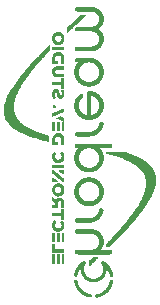
<source format=gbr>
%TF.GenerationSoftware,KiCad,Pcbnew,8.0.1*%
%TF.CreationDate,2024-04-11T23:32:48+09:00*%
%TF.ProjectId,Calciumor_SwitchCover,43616c63-6975-46d6-9f72-5f5377697463,rev?*%
%TF.SameCoordinates,Original*%
%TF.FileFunction,Legend,Bot*%
%TF.FilePolarity,Positive*%
%FSLAX46Y46*%
G04 Gerber Fmt 4.6, Leading zero omitted, Abs format (unit mm)*
G04 Created by KiCad (PCBNEW 8.0.1) date 2024-04-11 23:32:48*
%MOMM*%
%LPD*%
G01*
G04 APERTURE LIST*
%ADD10C,0.000000*%
G04 APERTURE END LIST*
D10*
%TO.C,G\u002A\u002A\u002A*%
G36*
X127883533Y-59943740D02*
G01*
X127878648Y-59948624D01*
X127873764Y-59943740D01*
X127878648Y-59938855D01*
X127883533Y-59943740D01*
G37*
G36*
X129671302Y-73669509D02*
G01*
X129666417Y-73674394D01*
X129661533Y-73669509D01*
X129666417Y-73664624D01*
X129671302Y-73669509D01*
G37*
G36*
X127861907Y-53583774D02*
G01*
X127860738Y-53595368D01*
X127857800Y-53596896D01*
X127854225Y-53588855D01*
X127854930Y-53583683D01*
X127860738Y-53582342D01*
X127861907Y-53583774D01*
G37*
G36*
X127121533Y-61541009D02*
G01*
X127121533Y-61941547D01*
X127004302Y-61941547D01*
X126887071Y-61941547D01*
X126887071Y-61541009D01*
X126887071Y-61140470D01*
X127004302Y-61140470D01*
X127121533Y-61140470D01*
X127121533Y-61541009D01*
G37*
G36*
X127121533Y-70939009D02*
G01*
X127121533Y-71339547D01*
X127004302Y-71339547D01*
X126887071Y-71339547D01*
X126887071Y-70939009D01*
X126887071Y-70538470D01*
X127004302Y-70538470D01*
X127121533Y-70538470D01*
X127121533Y-70939009D01*
G37*
G36*
X127121533Y-72756086D02*
G01*
X127121533Y-73156624D01*
X127004302Y-73156624D01*
X126887071Y-73156624D01*
X126887071Y-72756086D01*
X126887071Y-72355547D01*
X127004302Y-72355547D01*
X127121533Y-72355547D01*
X127121533Y-72756086D01*
G37*
G36*
X127903071Y-54917470D02*
G01*
X127903071Y-55064009D01*
X127395071Y-55064009D01*
X126887071Y-55064009D01*
X126887071Y-54917470D01*
X126887071Y-54770932D01*
X127395071Y-54770932D01*
X127903071Y-54770932D01*
X127903071Y-54917470D01*
G37*
G36*
X127512302Y-61541009D02*
G01*
X127512302Y-61941547D01*
X127395071Y-61941547D01*
X127277841Y-61941547D01*
X127277841Y-61541009D01*
X127277841Y-61140470D01*
X127395071Y-61140470D01*
X127512302Y-61140470D01*
X127512302Y-61541009D01*
G37*
G36*
X127903071Y-64911394D02*
G01*
X127903071Y-65067701D01*
X127395071Y-65067701D01*
X126887071Y-65067701D01*
X126887071Y-64911394D01*
X126887071Y-64755086D01*
X127395071Y-64755086D01*
X127903071Y-64755086D01*
X127903071Y-64911394D01*
G37*
G36*
X127512302Y-70939009D02*
G01*
X127512302Y-71339547D01*
X127395071Y-71339547D01*
X127277841Y-71339547D01*
X127277841Y-70939009D01*
X127277841Y-70538470D01*
X127395071Y-70538470D01*
X127512302Y-70538470D01*
X127512302Y-70939009D01*
G37*
G36*
X127512302Y-72756086D02*
G01*
X127512302Y-73156624D01*
X127395071Y-73156624D01*
X127277841Y-73156624D01*
X127277841Y-72756086D01*
X127277841Y-72355547D01*
X127395071Y-72355547D01*
X127512302Y-72355547D01*
X127512302Y-72756086D01*
G37*
G36*
X127883533Y-61541009D02*
G01*
X127883533Y-61941547D01*
X127776071Y-61941547D01*
X127668610Y-61941547D01*
X127668610Y-61541009D01*
X127668610Y-61140470D01*
X127776071Y-61140470D01*
X127883533Y-61140470D01*
X127883533Y-61541009D01*
G37*
G36*
X127883533Y-70939009D02*
G01*
X127883533Y-71339547D01*
X127776071Y-71339547D01*
X127668610Y-71339547D01*
X127668610Y-70939009D01*
X127668610Y-70538470D01*
X127776071Y-70538470D01*
X127883533Y-70538470D01*
X127883533Y-70939009D01*
G37*
G36*
X127883533Y-72756086D02*
G01*
X127883533Y-73156624D01*
X127776071Y-73156624D01*
X127668610Y-73156624D01*
X127668610Y-72756086D01*
X127668610Y-72355547D01*
X127776071Y-72355547D01*
X127883533Y-72355547D01*
X127883533Y-72756086D01*
G37*
G36*
X127121533Y-71671701D02*
G01*
X127121533Y-71906163D01*
X127502533Y-71906163D01*
X127883533Y-71906163D01*
X127883533Y-72052701D01*
X127883533Y-72199240D01*
X127385302Y-72199240D01*
X126887071Y-72199240D01*
X126887071Y-71818240D01*
X126887071Y-71437240D01*
X127004302Y-71437240D01*
X127121533Y-71437240D01*
X127121533Y-71671701D01*
G37*
G36*
X127883533Y-57877547D02*
G01*
X127883533Y-58326932D01*
X127766302Y-58326932D01*
X127649071Y-58326932D01*
X127649071Y-58180394D01*
X127649071Y-58033855D01*
X127268071Y-58033855D01*
X126887071Y-58033855D01*
X126887071Y-57877547D01*
X126887071Y-57721240D01*
X127268071Y-57721240D01*
X127649071Y-57721240D01*
X127649071Y-57574701D01*
X127649071Y-57428163D01*
X127766302Y-57428163D01*
X127883533Y-57428163D01*
X127883533Y-57877547D01*
G37*
G36*
X127068005Y-59676423D02*
G01*
X127117127Y-59688378D01*
X127152115Y-59713810D01*
X127173068Y-59752817D01*
X127180084Y-59805494D01*
X127176008Y-59850958D01*
X127158806Y-59896339D01*
X127128202Y-59927505D01*
X127084259Y-59944399D01*
X127027037Y-59946964D01*
X126976147Y-59936926D01*
X126937414Y-59914313D01*
X126913709Y-59879685D01*
X126910840Y-59869623D01*
X126907519Y-59836426D01*
X126908526Y-59796353D01*
X126913414Y-59757810D01*
X126921734Y-59729204D01*
X126935528Y-59707141D01*
X126960007Y-59688219D01*
X126995671Y-59678179D01*
X127046281Y-59675397D01*
X127068005Y-59676423D01*
G37*
G36*
X126989539Y-65907963D02*
G01*
X127028167Y-65909604D01*
X127053695Y-65912943D01*
X127062917Y-65917624D01*
X127064928Y-65922404D01*
X127078536Y-65927394D01*
X127082238Y-65927993D01*
X127100570Y-65938090D01*
X127121533Y-65956701D01*
X127127585Y-65962901D01*
X127146973Y-65979393D01*
X127160411Y-65986009D01*
X127168121Y-65989264D01*
X127186738Y-66003455D01*
X127209456Y-66025086D01*
X127225371Y-66040669D01*
X127245732Y-66057589D01*
X127258302Y-66064163D01*
X127265942Y-66067423D01*
X127284469Y-66081614D01*
X127307148Y-66103240D01*
X127323057Y-66118842D01*
X127343288Y-66135749D01*
X127355673Y-66142317D01*
X127357823Y-66142700D01*
X127372612Y-66151456D01*
X127391475Y-66167232D01*
X127407709Y-66183968D01*
X127414610Y-66195603D01*
X127414596Y-66195658D01*
X127404564Y-66197057D01*
X127377606Y-66198317D01*
X127336237Y-66199385D01*
X127282975Y-66200210D01*
X127220337Y-66200743D01*
X127150841Y-66200932D01*
X126887071Y-66200932D01*
X126887071Y-66054394D01*
X126887071Y-65907855D01*
X126974994Y-65907855D01*
X126989539Y-65907963D01*
G37*
G36*
X127883533Y-65390086D02*
G01*
X127883533Y-65536624D01*
X127789760Y-65536624D01*
X127778572Y-65536619D01*
X127738610Y-65536164D01*
X127712382Y-65534155D01*
X127695140Y-65529444D01*
X127682133Y-65520881D01*
X127668610Y-65507317D01*
X127662551Y-65501107D01*
X127643214Y-65484622D01*
X127629864Y-65478009D01*
X127629670Y-65478002D01*
X127617266Y-65471058D01*
X127596199Y-65453549D01*
X127570917Y-65429163D01*
X127570104Y-65428329D01*
X127544943Y-65404110D01*
X127524203Y-65386879D01*
X127512302Y-65380317D01*
X127512107Y-65380310D01*
X127499861Y-65373356D01*
X127478915Y-65355849D01*
X127453687Y-65331470D01*
X127453248Y-65331021D01*
X127427346Y-65306624D01*
X127404934Y-65289247D01*
X127390821Y-65282624D01*
X127381923Y-65279224D01*
X127375533Y-65263086D01*
X127375709Y-65259353D01*
X127377726Y-65254261D01*
X127383812Y-65250398D01*
X127396177Y-65247597D01*
X127417031Y-65245686D01*
X127448583Y-65244495D01*
X127493045Y-65243855D01*
X127552624Y-65243596D01*
X127629533Y-65243547D01*
X127883533Y-65243547D01*
X127883533Y-65390086D01*
G37*
G36*
X130618775Y-72550985D02*
G01*
X130668929Y-72551410D01*
X130704301Y-72552516D01*
X130727759Y-72554609D01*
X130742172Y-72557989D01*
X130750411Y-72562962D01*
X130755343Y-72569828D01*
X130763543Y-72588871D01*
X130765358Y-72608087D01*
X130758422Y-72628740D01*
X130741209Y-72653642D01*
X130712194Y-72685608D01*
X130669849Y-72727451D01*
X130663128Y-72733926D01*
X130623501Y-72772051D01*
X130573789Y-72819816D01*
X130516678Y-72874646D01*
X130454853Y-72933966D01*
X130391002Y-72995200D01*
X130327808Y-73055773D01*
X130267960Y-73113109D01*
X130214142Y-73164634D01*
X130169040Y-73207772D01*
X130135341Y-73239948D01*
X130122006Y-73252492D01*
X130073664Y-73294200D01*
X130034724Y-73320477D01*
X130003862Y-73331874D01*
X129979754Y-73328939D01*
X129961073Y-73312222D01*
X129960716Y-73311709D01*
X129955585Y-73303134D01*
X129952236Y-73292904D01*
X129950853Y-73278499D01*
X129951621Y-73257399D01*
X129954725Y-73227084D01*
X129960350Y-73185034D01*
X129968680Y-73128728D01*
X129979901Y-73055648D01*
X129984866Y-73024759D01*
X129994198Y-72972195D01*
X130003333Y-72926893D01*
X130011432Y-72892881D01*
X130017658Y-72874190D01*
X130017962Y-72873629D01*
X130029952Y-72857888D01*
X130053531Y-72831473D01*
X130086244Y-72796977D01*
X130125636Y-72756992D01*
X130169253Y-72714112D01*
X130205615Y-72678989D01*
X130251100Y-72636347D01*
X130289114Y-72604407D01*
X130323516Y-72581624D01*
X130358164Y-72566451D01*
X130396917Y-72557342D01*
X130443632Y-72552750D01*
X130502169Y-72551129D01*
X130576385Y-72550932D01*
X130618775Y-72550985D01*
G37*
G36*
X129567445Y-52045576D02*
G01*
X129623650Y-52046635D01*
X129664691Y-52048973D01*
X129692691Y-52053066D01*
X129709775Y-52059394D01*
X129718065Y-52068433D01*
X129719686Y-52080662D01*
X129716761Y-52096559D01*
X129716347Y-52098109D01*
X129713954Y-52104435D01*
X129709416Y-52112106D01*
X129701527Y-52122328D01*
X129689084Y-52136312D01*
X129670880Y-52155264D01*
X129645711Y-52180393D01*
X129612371Y-52212906D01*
X129569657Y-52254013D01*
X129516362Y-52304920D01*
X129451281Y-52366837D01*
X129373210Y-52440970D01*
X129346756Y-52466083D01*
X129244039Y-52563727D01*
X129148985Y-52654333D01*
X129056274Y-52742986D01*
X128960584Y-52834775D01*
X128856591Y-52934786D01*
X128832265Y-52958198D01*
X128791732Y-52997181D01*
X128755639Y-53031860D01*
X128727197Y-53059151D01*
X128709616Y-53075970D01*
X128699491Y-53085680D01*
X128675534Y-53108753D01*
X128640866Y-53142197D01*
X128597347Y-53184216D01*
X128546838Y-53233013D01*
X128491200Y-53286791D01*
X128432294Y-53343752D01*
X128383911Y-53390334D01*
X128328225Y-53443399D01*
X128277536Y-53491114D01*
X128233637Y-53531818D01*
X128198325Y-53563850D01*
X128173394Y-53585546D01*
X128160640Y-53595247D01*
X128138234Y-53602307D01*
X128111567Y-53602249D01*
X128087590Y-53596231D01*
X128090581Y-53398850D01*
X128091190Y-53359865D01*
X128092316Y-53302291D01*
X128093758Y-53259623D01*
X128095867Y-53228871D01*
X128098994Y-53207044D01*
X128103491Y-53191151D01*
X128109707Y-53178201D01*
X128117994Y-53165205D01*
X128119405Y-53163332D01*
X128133810Y-53147482D01*
X128161301Y-53119303D01*
X128200973Y-53079669D01*
X128251922Y-53029452D01*
X128313244Y-52969525D01*
X128384033Y-52900763D01*
X128463386Y-52824038D01*
X128550397Y-52740223D01*
X128644163Y-52650192D01*
X128743778Y-52554819D01*
X128848337Y-52454976D01*
X128956938Y-52351536D01*
X129068674Y-52245374D01*
X129182641Y-52137362D01*
X129279885Y-52045317D01*
X129489051Y-52045317D01*
X129493952Y-52045317D01*
X129567445Y-52045576D01*
G37*
G36*
X126976724Y-65243842D02*
G01*
X127005246Y-65246290D01*
X127022474Y-65252282D01*
X127033610Y-65263086D01*
X127045451Y-65275385D01*
X127060955Y-65282624D01*
X127069290Y-65285835D01*
X127088693Y-65300024D01*
X127111764Y-65321701D01*
X127127683Y-65337273D01*
X127148124Y-65354201D01*
X127160809Y-65360778D01*
X127163862Y-65361443D01*
X127179814Y-65371591D01*
X127199687Y-65390086D01*
X127205739Y-65396286D01*
X127225127Y-65412778D01*
X127238564Y-65419394D01*
X127246275Y-65422649D01*
X127264891Y-65436840D01*
X127287610Y-65458470D01*
X127303523Y-65474061D01*
X127323830Y-65490976D01*
X127336324Y-65497547D01*
X127336519Y-65497554D01*
X127348827Y-65504504D01*
X127369822Y-65522012D01*
X127395071Y-65546394D01*
X127395885Y-65547227D01*
X127421046Y-65571446D01*
X127441786Y-65588678D01*
X127453687Y-65595240D01*
X127453882Y-65595247D01*
X127466128Y-65602200D01*
X127487074Y-65619707D01*
X127512302Y-65644086D01*
X127513116Y-65644920D01*
X127538277Y-65669138D01*
X127559017Y-65686370D01*
X127570917Y-65692932D01*
X127571113Y-65692939D01*
X127583358Y-65699892D01*
X127604305Y-65717400D01*
X127629533Y-65741778D01*
X127630335Y-65742600D01*
X127655519Y-65766824D01*
X127676311Y-65784060D01*
X127688280Y-65790624D01*
X127695872Y-65793888D01*
X127714342Y-65808079D01*
X127736994Y-65829701D01*
X127752900Y-65845314D01*
X127773056Y-65862213D01*
X127785332Y-65868778D01*
X127795465Y-65873871D01*
X127815434Y-65889684D01*
X127839828Y-65912483D01*
X127883533Y-65956187D01*
X127883533Y-66078560D01*
X127883533Y-66200932D01*
X127809498Y-66200932D01*
X127780136Y-66200773D01*
X127752604Y-66198955D01*
X127733859Y-66193311D01*
X127717698Y-66181669D01*
X127697917Y-66161855D01*
X127682002Y-66146272D01*
X127661641Y-66129352D01*
X127649071Y-66122778D01*
X127641432Y-66119518D01*
X127622904Y-66105327D01*
X127600225Y-66083701D01*
X127584312Y-66068110D01*
X127564005Y-66051196D01*
X127551511Y-66044624D01*
X127551316Y-66044617D01*
X127539008Y-66037668D01*
X127518013Y-66020160D01*
X127492764Y-65995778D01*
X127491950Y-65994944D01*
X127466789Y-65970726D01*
X127446049Y-65953494D01*
X127434148Y-65946932D01*
X127433953Y-65946925D01*
X127421707Y-65939972D01*
X127400761Y-65922464D01*
X127375533Y-65898086D01*
X127374719Y-65897252D01*
X127349558Y-65873033D01*
X127328818Y-65855802D01*
X127316917Y-65849240D01*
X127316722Y-65849233D01*
X127304477Y-65842279D01*
X127283530Y-65824772D01*
X127258302Y-65800394D01*
X127257488Y-65799560D01*
X127232327Y-65775341D01*
X127211587Y-65758110D01*
X127199687Y-65751547D01*
X127199491Y-65751540D01*
X127187246Y-65744587D01*
X127166300Y-65727080D01*
X127141071Y-65702701D01*
X127140258Y-65701867D01*
X127115097Y-65677649D01*
X127094356Y-65660417D01*
X127082456Y-65653855D01*
X127082261Y-65653848D01*
X127070015Y-65646895D01*
X127049069Y-65629388D01*
X127023841Y-65605009D01*
X127022995Y-65604143D01*
X126997898Y-65579939D01*
X126977298Y-65562720D01*
X126965582Y-65556163D01*
X126960786Y-65554669D01*
X126943542Y-65543300D01*
X126921658Y-65524413D01*
X126888414Y-65492663D01*
X126887743Y-65368105D01*
X126887071Y-65243547D01*
X126953299Y-65243547D01*
X126976724Y-65243842D01*
G37*
G36*
X127582274Y-60673379D02*
G01*
X127590456Y-60681317D01*
X127590458Y-60681438D01*
X127599186Y-60688256D01*
X127619764Y-60691086D01*
X127620128Y-60691087D01*
X127640582Y-60693996D01*
X127649071Y-60700855D01*
X127652735Y-60706533D01*
X127668610Y-60710624D01*
X127679966Y-60712456D01*
X127688148Y-60720394D01*
X127688151Y-60720515D01*
X127696878Y-60727333D01*
X127717456Y-60730163D01*
X127717821Y-60730164D01*
X127738275Y-60733073D01*
X127746764Y-60739932D01*
X127750427Y-60745610D01*
X127766302Y-60749701D01*
X127777658Y-60751533D01*
X127785841Y-60759470D01*
X127785843Y-60759592D01*
X127794570Y-60766410D01*
X127815148Y-60769240D01*
X127815513Y-60769240D01*
X127835967Y-60772150D01*
X127844456Y-60779009D01*
X127848120Y-60784687D01*
X127863994Y-60788778D01*
X127870216Y-60789368D01*
X127875622Y-60793116D01*
X127879326Y-60802759D01*
X127881648Y-60821026D01*
X127882909Y-60850645D01*
X127883430Y-60894345D01*
X127883533Y-60954855D01*
X127883459Y-60979831D01*
X127882505Y-61039442D01*
X127880515Y-61083772D01*
X127877574Y-61111406D01*
X127873764Y-61120932D01*
X127871429Y-61120648D01*
X127863994Y-61111163D01*
X127863992Y-61111041D01*
X127855265Y-61104223D01*
X127834687Y-61101394D01*
X127834322Y-61101393D01*
X127813868Y-61098484D01*
X127805379Y-61091624D01*
X127801715Y-61085946D01*
X127785841Y-61081855D01*
X127774484Y-61080023D01*
X127766302Y-61072086D01*
X127762638Y-61066408D01*
X127746764Y-61062317D01*
X127735407Y-61060485D01*
X127727225Y-61052547D01*
X127727223Y-61052426D01*
X127718495Y-61045608D01*
X127697917Y-61042778D01*
X127697553Y-61042777D01*
X127677099Y-61039868D01*
X127668610Y-61033009D01*
X127664946Y-61027331D01*
X127649071Y-61023240D01*
X127637715Y-61021408D01*
X127629533Y-61013470D01*
X127625869Y-61007792D01*
X127609994Y-61003701D01*
X127598638Y-61001869D01*
X127590456Y-60993932D01*
X127590454Y-60993810D01*
X127581726Y-60986993D01*
X127561148Y-60984163D01*
X127560784Y-60984162D01*
X127540330Y-60981253D01*
X127531841Y-60974394D01*
X127528177Y-60968715D01*
X127512302Y-60964624D01*
X127500946Y-60962792D01*
X127492764Y-60954855D01*
X127492761Y-60954734D01*
X127484034Y-60947916D01*
X127463456Y-60945086D01*
X127463091Y-60945085D01*
X127442637Y-60942176D01*
X127434148Y-60935317D01*
X127430484Y-60929639D01*
X127414610Y-60925547D01*
X127403254Y-60923716D01*
X127395071Y-60915778D01*
X127391408Y-60910100D01*
X127375533Y-60906009D01*
X127364177Y-60904177D01*
X127355994Y-60896240D01*
X127355992Y-60896118D01*
X127347265Y-60889300D01*
X127326687Y-60886470D01*
X127326322Y-60886470D01*
X127305868Y-60883561D01*
X127297379Y-60876701D01*
X127293715Y-60871023D01*
X127277841Y-60866932D01*
X127266484Y-60865100D01*
X127258302Y-60857163D01*
X127254638Y-60851485D01*
X127238764Y-60847394D01*
X127227438Y-60846353D01*
X127219225Y-60841811D01*
X127219251Y-60841202D01*
X127227656Y-60827514D01*
X127245028Y-60814261D01*
X127262489Y-60808317D01*
X127269881Y-60807102D01*
X127277841Y-60798547D01*
X127281504Y-60792869D01*
X127297379Y-60788778D01*
X127308735Y-60786946D01*
X127316917Y-60779009D01*
X127316920Y-60778887D01*
X127325647Y-60772069D01*
X127346225Y-60769240D01*
X127346590Y-60769239D01*
X127367044Y-60766330D01*
X127375533Y-60759470D01*
X127379197Y-60753792D01*
X127395071Y-60749701D01*
X127406428Y-60747869D01*
X127414610Y-60739932D01*
X127418274Y-60734254D01*
X127434148Y-60730163D01*
X127445505Y-60728331D01*
X127453687Y-60720394D01*
X127453689Y-60720272D01*
X127462417Y-60713454D01*
X127482994Y-60710624D01*
X127483359Y-60710624D01*
X127503813Y-60707714D01*
X127512302Y-60700855D01*
X127515966Y-60695177D01*
X127531841Y-60691086D01*
X127543197Y-60689254D01*
X127551379Y-60681317D01*
X127555043Y-60675639D01*
X127570917Y-60671547D01*
X127582274Y-60673379D01*
G37*
G36*
X127883533Y-56558701D02*
G01*
X127883533Y-56705240D01*
X127580687Y-56705240D01*
X127509110Y-56705413D01*
X127427501Y-56706182D01*
X127362952Y-56707546D01*
X127316080Y-56709485D01*
X127287503Y-56711979D01*
X127277841Y-56715009D01*
X127276844Y-56717199D01*
X127263234Y-56722611D01*
X127238764Y-56724778D01*
X127230004Y-56725027D01*
X127208354Y-56728430D01*
X127199687Y-56734547D01*
X127196023Y-56740226D01*
X127180148Y-56744317D01*
X127168432Y-56747044D01*
X127160610Y-56761698D01*
X127156331Y-56775607D01*
X127141071Y-56793163D01*
X127138967Y-56794746D01*
X127129929Y-56804947D01*
X127124638Y-56820908D01*
X127122152Y-56847215D01*
X127121533Y-56888453D01*
X127121781Y-56924493D01*
X127123640Y-56952161D01*
X127128762Y-56970815D01*
X127138798Y-56986067D01*
X127155400Y-57003527D01*
X127167031Y-57014367D01*
X127188938Y-57030888D01*
X127204246Y-57037394D01*
X127211290Y-57038549D01*
X127219225Y-57047163D01*
X127225451Y-57051575D01*
X127246619Y-57055449D01*
X127277841Y-57056932D01*
X127304312Y-57057970D01*
X127327558Y-57061498D01*
X127336456Y-57066701D01*
X127338677Y-57068282D01*
X127357414Y-57071162D01*
X127394627Y-57073446D01*
X127449603Y-57075109D01*
X127521630Y-57076126D01*
X127609994Y-57076470D01*
X127883533Y-57076470D01*
X127883533Y-57223009D01*
X127883533Y-57369547D01*
X127570917Y-57369547D01*
X127490139Y-57369338D01*
X127408254Y-57368542D01*
X127343536Y-57367170D01*
X127296578Y-57365239D01*
X127267970Y-57362769D01*
X127258302Y-57359778D01*
X127255006Y-57356259D01*
X127237320Y-57351766D01*
X127209456Y-57350009D01*
X127191861Y-57349350D01*
X127169396Y-57345813D01*
X127160610Y-57340240D01*
X127160608Y-57340118D01*
X127151880Y-57333300D01*
X127131302Y-57330470D01*
X127130937Y-57330470D01*
X127110484Y-57327561D01*
X127101994Y-57320701D01*
X127098331Y-57315023D01*
X127082456Y-57310932D01*
X127071100Y-57309100D01*
X127062917Y-57301163D01*
X127061171Y-57296589D01*
X127048007Y-57291394D01*
X127038800Y-57288208D01*
X127018175Y-57273630D01*
X126993715Y-57251591D01*
X126970257Y-57226929D01*
X126952635Y-57204477D01*
X126945687Y-57189074D01*
X126944543Y-57182093D01*
X126935917Y-57174163D01*
X126930239Y-57170499D01*
X126926148Y-57154624D01*
X126924316Y-57143268D01*
X126916379Y-57135086D01*
X126910701Y-57131422D01*
X126906610Y-57115547D01*
X126904778Y-57104191D01*
X126896841Y-57096009D01*
X126896719Y-57096007D01*
X126889901Y-57087279D01*
X126887071Y-57066701D01*
X126887071Y-57066337D01*
X126884161Y-57045883D01*
X126877302Y-57037394D01*
X126877293Y-57037394D01*
X126873219Y-57027902D01*
X126870147Y-57000724D01*
X126868208Y-56957688D01*
X126867533Y-56900624D01*
X126867533Y-56900498D01*
X126868211Y-56843460D01*
X126870152Y-56800454D01*
X126873226Y-56773310D01*
X126877302Y-56763855D01*
X126879492Y-56762859D01*
X126884905Y-56749248D01*
X126887071Y-56724778D01*
X126887320Y-56716019D01*
X126890723Y-56694368D01*
X126896841Y-56685701D01*
X126902519Y-56682037D01*
X126906610Y-56666163D01*
X126908442Y-56654807D01*
X126916379Y-56646624D01*
X126921608Y-56643907D01*
X126926148Y-56629243D01*
X126930427Y-56615334D01*
X126945687Y-56597778D01*
X126957996Y-56585996D01*
X126965225Y-56570754D01*
X126972311Y-56554268D01*
X126989314Y-56534086D01*
X127009497Y-56517036D01*
X127026124Y-56509855D01*
X127037445Y-56505461D01*
X127053148Y-56490317D01*
X127065725Y-56478149D01*
X127084613Y-56470778D01*
X127093916Y-56469251D01*
X127101994Y-56461009D01*
X127101997Y-56460887D01*
X127110724Y-56454069D01*
X127131302Y-56451240D01*
X127131667Y-56451239D01*
X127152121Y-56448330D01*
X127160610Y-56441470D01*
X127161606Y-56439281D01*
X127175217Y-56433868D01*
X127199687Y-56431701D01*
X127208446Y-56431452D01*
X127230097Y-56428050D01*
X127238764Y-56421932D01*
X127246903Y-56419204D01*
X127273989Y-56416715D01*
X127319522Y-56414749D01*
X127382937Y-56413324D01*
X127463668Y-56412456D01*
X127561148Y-56412163D01*
X127883533Y-56412163D01*
X127883533Y-56558701D01*
G37*
G36*
X126918362Y-67533827D02*
G01*
X126935917Y-67549086D01*
X126948114Y-67561322D01*
X126965225Y-67568624D01*
X126977884Y-67572958D01*
X126994533Y-67588163D01*
X127006729Y-67600399D01*
X127023841Y-67607701D01*
X127036499Y-67612035D01*
X127053148Y-67627240D01*
X127065026Y-67639532D01*
X127080693Y-67646778D01*
X127084066Y-67647411D01*
X127101144Y-67657535D01*
X127121533Y-67676086D01*
X127127359Y-67681981D01*
X127148341Y-67698682D01*
X127164529Y-67705394D01*
X127172171Y-67706651D01*
X127180148Y-67715163D01*
X127183812Y-67720841D01*
X127199687Y-67724932D01*
X127211067Y-67722236D01*
X127219225Y-67710066D01*
X127219464Y-67708421D01*
X127228258Y-67692794D01*
X127247177Y-67669065D01*
X127272744Y-67641681D01*
X127277870Y-67636621D01*
X127304914Y-67612020D01*
X127327482Y-67594707D01*
X127341128Y-67588163D01*
X127348067Y-67587026D01*
X127355994Y-67578394D01*
X127359658Y-67572715D01*
X127375533Y-67568624D01*
X127386889Y-67566792D01*
X127395071Y-67558855D01*
X127400316Y-67555567D01*
X127422769Y-67552090D01*
X127460842Y-67549868D01*
X127512302Y-67549086D01*
X127551763Y-67549523D01*
X127593479Y-67551394D01*
X127620147Y-67554567D01*
X127629533Y-67558855D01*
X127633197Y-67564533D01*
X127649071Y-67568624D01*
X127660428Y-67570456D01*
X127668610Y-67578394D01*
X127674808Y-67584850D01*
X127693290Y-67588163D01*
X127703009Y-67590403D01*
X127726388Y-67603470D01*
X127753367Y-67624312D01*
X127778894Y-67648412D01*
X127797916Y-67671255D01*
X127805379Y-67688326D01*
X127809778Y-67699536D01*
X127824917Y-67715163D01*
X127837017Y-67729117D01*
X127844456Y-67756396D01*
X127847164Y-67775111D01*
X127854225Y-67783547D01*
X127854347Y-67783550D01*
X127861165Y-67792277D01*
X127863994Y-67812855D01*
X127863995Y-67813220D01*
X127866904Y-67833674D01*
X127873764Y-67842163D01*
X127876073Y-67847549D01*
X127878705Y-67871371D01*
X127880787Y-67913647D01*
X127882299Y-67973757D01*
X127883221Y-68051084D01*
X127883533Y-68145009D01*
X127883533Y-68447855D01*
X127766302Y-68447855D01*
X127649071Y-68447855D01*
X127649071Y-68184086D01*
X127649018Y-68148813D01*
X127648389Y-68068555D01*
X127647075Y-68004826D01*
X127645104Y-67958376D01*
X127642504Y-67929957D01*
X127639302Y-67920317D01*
X127633624Y-67916653D01*
X127629533Y-67900778D01*
X127626806Y-67889062D01*
X127612151Y-67881240D01*
X127598242Y-67876961D01*
X127580687Y-67861701D01*
X127569140Y-67850654D01*
X127548613Y-67843994D01*
X127514704Y-67842163D01*
X127500787Y-67842326D01*
X127472753Y-67845529D01*
X127451811Y-67855576D01*
X127428938Y-67876029D01*
X127415517Y-67890504D01*
X127399551Y-67916386D01*
X127395071Y-67944414D01*
X127394978Y-67949182D01*
X127391735Y-67970338D01*
X127385302Y-67978932D01*
X127384937Y-67979030D01*
X127381650Y-67990558D01*
X127379029Y-68020641D01*
X127377111Y-68068398D01*
X127375934Y-68132943D01*
X127375533Y-68213394D01*
X127375533Y-68447855D01*
X127131302Y-68447855D01*
X126887071Y-68447855D01*
X126887071Y-68301317D01*
X126887071Y-68154778D01*
X127014071Y-68154778D01*
X127141071Y-68154778D01*
X127141071Y-68076624D01*
X127141047Y-68065322D01*
X127140237Y-68030323D01*
X127137642Y-68010070D01*
X127132411Y-68000731D01*
X127123690Y-67998470D01*
X127109781Y-67994191D01*
X127092225Y-67978932D01*
X127080029Y-67966696D01*
X127062917Y-67959394D01*
X127050259Y-67955059D01*
X127033610Y-67939855D01*
X127021413Y-67927619D01*
X127004302Y-67920317D01*
X126991643Y-67915983D01*
X126974994Y-67900778D01*
X126963212Y-67888469D01*
X126947971Y-67881240D01*
X126946880Y-67881166D01*
X126930817Y-67873558D01*
X126911050Y-67857261D01*
X126904825Y-67850799D01*
X126897508Y-67840893D01*
X126892540Y-67828097D01*
X126889467Y-67809080D01*
X126887833Y-67780514D01*
X126887186Y-67739069D01*
X126887071Y-67681415D01*
X126887078Y-67666675D01*
X126887341Y-67613027D01*
X126888228Y-67575456D01*
X126890059Y-67551142D01*
X126893159Y-67537265D01*
X126897849Y-67531007D01*
X126904453Y-67529547D01*
X126918362Y-67533827D01*
G37*
G36*
X127417617Y-55200986D02*
G01*
X127457489Y-55202728D01*
X127483476Y-55206009D01*
X127492764Y-55210547D01*
X127493760Y-55212737D01*
X127507371Y-55218150D01*
X127531841Y-55220317D01*
X127540600Y-55220566D01*
X127562251Y-55223968D01*
X127570917Y-55230086D01*
X127574581Y-55235764D01*
X127590456Y-55239855D01*
X127601812Y-55241687D01*
X127609994Y-55249624D01*
X127613658Y-55255302D01*
X127629533Y-55259394D01*
X127640889Y-55261225D01*
X127649071Y-55269163D01*
X127650801Y-55273723D01*
X127663938Y-55278932D01*
X127668367Y-55280115D01*
X127686243Y-55291702D01*
X127710566Y-55312223D01*
X127737012Y-55337429D01*
X127761256Y-55363073D01*
X127778974Y-55384905D01*
X127785841Y-55398678D01*
X127790241Y-55409862D01*
X127805379Y-55425470D01*
X127817547Y-55438047D01*
X127824917Y-55456935D01*
X127826445Y-55466238D01*
X127834687Y-55474317D01*
X127834808Y-55474319D01*
X127841626Y-55483046D01*
X127844456Y-55503624D01*
X127844457Y-55503989D01*
X127847366Y-55524443D01*
X127854225Y-55532932D01*
X127854347Y-55532934D01*
X127861165Y-55541662D01*
X127863994Y-55562240D01*
X127863995Y-55562604D01*
X127866904Y-55583058D01*
X127873764Y-55591547D01*
X127876492Y-55599687D01*
X127878981Y-55626773D01*
X127880947Y-55672306D01*
X127882372Y-55735721D01*
X127883240Y-55816452D01*
X127883533Y-55913932D01*
X127883533Y-56236317D01*
X127766302Y-56236317D01*
X127649071Y-56236317D01*
X127649071Y-55962778D01*
X127648992Y-55918517D01*
X127648323Y-55837878D01*
X127646994Y-55773918D01*
X127645030Y-55727350D01*
X127642458Y-55698886D01*
X127639302Y-55689240D01*
X127632569Y-55681715D01*
X127629533Y-55662089D01*
X127625767Y-55642561D01*
X127609994Y-55620855D01*
X127597693Y-55609026D01*
X127590456Y-55593578D01*
X127585426Y-55578018D01*
X127568354Y-55560199D01*
X127547192Y-55552470D01*
X127539800Y-55551255D01*
X127531841Y-55542701D01*
X127528177Y-55537023D01*
X127512302Y-55532932D01*
X127500946Y-55531100D01*
X127492764Y-55523163D01*
X127489696Y-55519736D01*
X127472327Y-55515179D01*
X127444732Y-55513394D01*
X127432006Y-55513058D01*
X127404228Y-55508994D01*
X127391001Y-55501182D01*
X127386019Y-55493998D01*
X127379603Y-55501182D01*
X127376793Y-55504378D01*
X127357737Y-55510957D01*
X127325873Y-55513394D01*
X127309025Y-55514017D01*
X127286618Y-55517550D01*
X127277841Y-55523163D01*
X127276094Y-55527736D01*
X127262930Y-55532932D01*
X127253723Y-55536118D01*
X127233098Y-55550696D01*
X127208639Y-55572734D01*
X127185180Y-55597397D01*
X127167558Y-55619848D01*
X127160610Y-55635252D01*
X127159466Y-55642232D01*
X127150841Y-55650163D01*
X127145162Y-55653827D01*
X127141071Y-55669701D01*
X127139239Y-55681058D01*
X127131302Y-55689240D01*
X127127592Y-55696487D01*
X127124329Y-55721336D01*
X127122258Y-55761925D01*
X127121533Y-55816240D01*
X127121533Y-55943240D01*
X127258302Y-55943240D01*
X127395071Y-55943240D01*
X127395071Y-56089778D01*
X127395071Y-56236317D01*
X127141071Y-56236317D01*
X126887071Y-56236317D01*
X126887071Y-55933470D01*
X126887245Y-55861893D01*
X126888014Y-55780285D01*
X126889377Y-55715735D01*
X126891316Y-55668864D01*
X126893811Y-55640287D01*
X126896841Y-55630624D01*
X126899030Y-55629628D01*
X126904443Y-55616017D01*
X126906610Y-55591547D01*
X126906859Y-55582788D01*
X126910262Y-55561137D01*
X126916379Y-55552470D01*
X126916501Y-55552468D01*
X126923319Y-55543741D01*
X126926148Y-55523163D01*
X126926149Y-55522798D01*
X126929058Y-55502344D01*
X126935917Y-55493855D01*
X126941596Y-55490191D01*
X126945687Y-55474317D01*
X126947519Y-55462960D01*
X126955456Y-55454778D01*
X126959999Y-55453068D01*
X126965225Y-55439967D01*
X126967850Y-55433292D01*
X126981748Y-55414187D01*
X127004442Y-55388031D01*
X127032338Y-55358466D01*
X127061845Y-55329132D01*
X127089370Y-55303670D01*
X127111320Y-55285724D01*
X127124103Y-55278932D01*
X127135254Y-55274531D01*
X127150841Y-55259394D01*
X127164794Y-55247294D01*
X127192074Y-55239855D01*
X127210788Y-55237148D01*
X127219225Y-55230086D01*
X127220222Y-55227896D01*
X127233832Y-55222483D01*
X127258302Y-55220317D01*
X127267062Y-55220068D01*
X127288712Y-55216665D01*
X127297379Y-55210547D01*
X127299453Y-55208293D01*
X127316877Y-55204306D01*
X127349688Y-55201707D01*
X127395071Y-55200778D01*
X127417617Y-55200986D01*
G37*
G36*
X127417617Y-62078524D02*
G01*
X127457489Y-62080266D01*
X127483476Y-62083548D01*
X127492764Y-62088086D01*
X127493760Y-62090276D01*
X127507371Y-62095688D01*
X127531841Y-62097855D01*
X127540600Y-62098104D01*
X127562251Y-62101507D01*
X127570917Y-62107624D01*
X127570920Y-62107746D01*
X127579647Y-62114564D01*
X127600225Y-62117394D01*
X127600590Y-62117394D01*
X127621044Y-62120304D01*
X127629533Y-62127163D01*
X127631251Y-62131713D01*
X127644368Y-62136932D01*
X127644659Y-62136942D01*
X127658476Y-62144125D01*
X127680977Y-62162014D01*
X127708222Y-62186729D01*
X127736270Y-62214389D01*
X127761183Y-62241116D01*
X127779019Y-62263029D01*
X127785841Y-62276248D01*
X127790241Y-62287413D01*
X127805379Y-62303009D01*
X127817547Y-62315586D01*
X127824917Y-62334473D01*
X127826445Y-62343777D01*
X127834687Y-62351855D01*
X127834808Y-62351857D01*
X127841626Y-62360585D01*
X127844456Y-62381163D01*
X127844457Y-62381527D01*
X127847366Y-62401981D01*
X127854225Y-62410470D01*
X127854347Y-62410473D01*
X127861165Y-62419200D01*
X127863994Y-62439778D01*
X127863995Y-62440143D01*
X127866904Y-62460597D01*
X127873764Y-62469086D01*
X127876492Y-62477226D01*
X127878981Y-62504311D01*
X127880947Y-62549845D01*
X127882372Y-62613260D01*
X127883240Y-62693990D01*
X127883533Y-62791470D01*
X127883533Y-63113855D01*
X127766302Y-63113855D01*
X127649071Y-63113855D01*
X127649071Y-62840317D01*
X127648992Y-62796055D01*
X127648323Y-62715417D01*
X127646994Y-62651457D01*
X127645030Y-62604888D01*
X127642458Y-62576425D01*
X127639302Y-62566778D01*
X127639181Y-62566776D01*
X127632363Y-62558048D01*
X127629533Y-62537470D01*
X127629532Y-62537106D01*
X127626623Y-62516652D01*
X127619764Y-62508163D01*
X127615169Y-62506392D01*
X127609994Y-62493183D01*
X127604630Y-62479313D01*
X127588178Y-62457583D01*
X127566074Y-62435138D01*
X127543911Y-62417569D01*
X127527282Y-62410470D01*
X127520237Y-62409315D01*
X127512302Y-62400701D01*
X127511306Y-62398511D01*
X127497695Y-62393099D01*
X127473225Y-62390932D01*
X127464466Y-62390683D01*
X127442815Y-62387280D01*
X127434148Y-62381163D01*
X127433152Y-62378973D01*
X127419541Y-62373560D01*
X127395071Y-62371394D01*
X127386312Y-62371643D01*
X127364661Y-62375045D01*
X127355994Y-62381163D01*
X127354998Y-62383353D01*
X127341388Y-62388765D01*
X127316917Y-62390932D01*
X127308158Y-62391181D01*
X127286507Y-62394584D01*
X127277841Y-62400701D01*
X127275123Y-62405930D01*
X127260459Y-62410470D01*
X127246550Y-62414750D01*
X127228994Y-62430009D01*
X127216418Y-62442177D01*
X127197530Y-62449547D01*
X127188044Y-62452072D01*
X127180148Y-62466929D01*
X127175869Y-62480838D01*
X127160610Y-62498394D01*
X127148511Y-62512347D01*
X127141071Y-62539627D01*
X127138364Y-62558341D01*
X127131302Y-62566778D01*
X127127592Y-62574026D01*
X127124329Y-62598875D01*
X127122258Y-62639464D01*
X127121533Y-62693778D01*
X127121533Y-62820778D01*
X127258302Y-62820778D01*
X127395071Y-62820778D01*
X127395071Y-62967317D01*
X127395071Y-63113855D01*
X127141071Y-63113855D01*
X126887071Y-63113855D01*
X126887071Y-62811009D01*
X126887245Y-62739432D01*
X126888014Y-62657823D01*
X126889377Y-62593274D01*
X126891316Y-62546402D01*
X126893811Y-62517826D01*
X126896841Y-62508163D01*
X126899030Y-62507166D01*
X126904443Y-62493556D01*
X126906610Y-62469086D01*
X126906859Y-62460326D01*
X126910262Y-62438676D01*
X126916379Y-62430009D01*
X126916501Y-62430007D01*
X126923319Y-62421279D01*
X126926148Y-62400701D01*
X126926149Y-62400337D01*
X126929058Y-62379883D01*
X126935917Y-62371394D01*
X126941596Y-62367730D01*
X126945687Y-62351855D01*
X126947519Y-62340499D01*
X126955456Y-62332317D01*
X126960685Y-62329599D01*
X126965225Y-62314935D01*
X126969504Y-62301026D01*
X126984764Y-62283470D01*
X126997077Y-62271710D01*
X127004302Y-62256565D01*
X127010473Y-62242694D01*
X127027129Y-62221817D01*
X127048767Y-62200056D01*
X127069854Y-62182943D01*
X127084858Y-62176009D01*
X127096109Y-62171612D01*
X127111764Y-62156470D01*
X127124340Y-62144303D01*
X127143228Y-62136932D01*
X127152531Y-62135405D01*
X127160610Y-62127163D01*
X127160612Y-62127041D01*
X127169340Y-62120223D01*
X127189917Y-62117394D01*
X127190282Y-62117393D01*
X127210736Y-62114484D01*
X127219225Y-62107624D01*
X127220222Y-62105434D01*
X127233832Y-62100022D01*
X127258302Y-62097855D01*
X127267062Y-62097606D01*
X127288712Y-62094203D01*
X127297379Y-62088086D01*
X127299453Y-62085831D01*
X127316877Y-62081844D01*
X127349688Y-62079245D01*
X127395071Y-62078317D01*
X127417617Y-62078524D01*
G37*
G36*
X127867314Y-59987810D02*
G01*
X127873882Y-59989976D01*
X127878388Y-59997167D01*
X127881220Y-60012287D01*
X127882763Y-60038237D01*
X127883405Y-60077921D01*
X127883533Y-60134240D01*
X127883518Y-60159134D01*
X127883230Y-60208397D01*
X127882271Y-60242194D01*
X127880255Y-60263428D01*
X127876795Y-60275002D01*
X127871504Y-60279818D01*
X127863994Y-60280778D01*
X127852638Y-60282610D01*
X127844456Y-60290547D01*
X127840792Y-60296226D01*
X127824917Y-60300317D01*
X127813561Y-60302149D01*
X127805379Y-60310086D01*
X127801715Y-60315764D01*
X127785841Y-60319855D01*
X127774484Y-60321687D01*
X127766302Y-60329624D01*
X127766300Y-60329746D01*
X127757572Y-60336564D01*
X127736994Y-60339394D01*
X127736630Y-60339394D01*
X127716176Y-60342304D01*
X127707687Y-60349163D01*
X127704023Y-60354841D01*
X127688148Y-60358932D01*
X127676792Y-60360764D01*
X127668610Y-60368701D01*
X127664946Y-60374379D01*
X127649071Y-60378470D01*
X127637715Y-60380302D01*
X127629533Y-60388240D01*
X127629531Y-60388361D01*
X127620803Y-60395179D01*
X127600225Y-60398009D01*
X127599861Y-60398010D01*
X127579407Y-60400919D01*
X127570917Y-60407778D01*
X127567254Y-60413456D01*
X127551379Y-60417547D01*
X127540023Y-60419379D01*
X127531841Y-60427317D01*
X127528177Y-60432995D01*
X127512302Y-60437086D01*
X127500946Y-60438918D01*
X127492764Y-60446855D01*
X127492761Y-60446977D01*
X127484034Y-60453795D01*
X127463456Y-60456624D01*
X127463091Y-60456625D01*
X127442637Y-60459534D01*
X127434148Y-60466394D01*
X127430484Y-60472072D01*
X127414610Y-60476163D01*
X127403254Y-60477995D01*
X127395071Y-60485932D01*
X127395069Y-60486054D01*
X127386342Y-60492872D01*
X127365764Y-60495701D01*
X127365399Y-60495702D01*
X127344945Y-60498611D01*
X127336456Y-60505470D01*
X127332792Y-60511149D01*
X127316917Y-60515240D01*
X127305561Y-60517072D01*
X127297379Y-60525009D01*
X127293715Y-60530687D01*
X127277841Y-60534778D01*
X127266484Y-60536610D01*
X127258302Y-60544547D01*
X127258300Y-60544669D01*
X127249572Y-60551487D01*
X127228994Y-60554317D01*
X127228630Y-60554317D01*
X127208176Y-60557227D01*
X127199687Y-60564086D01*
X127196023Y-60569764D01*
X127180148Y-60573855D01*
X127168792Y-60575687D01*
X127160610Y-60583624D01*
X127156946Y-60589302D01*
X127141071Y-60593394D01*
X127129715Y-60595225D01*
X127121533Y-60603163D01*
X127121531Y-60603284D01*
X127112803Y-60610102D01*
X127092225Y-60612932D01*
X127091861Y-60612933D01*
X127071407Y-60615842D01*
X127062917Y-60622701D01*
X127059254Y-60628379D01*
X127043379Y-60632470D01*
X127032023Y-60634302D01*
X127023841Y-60642240D01*
X127020177Y-60647918D01*
X127004302Y-60652009D01*
X126992946Y-60653841D01*
X126984764Y-60661778D01*
X126981100Y-60667456D01*
X126965225Y-60671547D01*
X126953869Y-60673379D01*
X126945687Y-60681317D01*
X126945684Y-60681438D01*
X126936957Y-60688256D01*
X126916379Y-60691086D01*
X126887071Y-60691086D01*
X126887071Y-60544547D01*
X126887086Y-60519653D01*
X126887375Y-60470390D01*
X126888333Y-60436593D01*
X126890349Y-60415359D01*
X126893809Y-60403785D01*
X126899101Y-60398969D01*
X126906610Y-60398009D01*
X126917966Y-60396177D01*
X126926148Y-60388240D01*
X126926151Y-60388118D01*
X126934878Y-60381300D01*
X126955456Y-60378470D01*
X126955821Y-60378470D01*
X126976275Y-60375561D01*
X126984764Y-60368701D01*
X126988427Y-60363023D01*
X127004302Y-60358932D01*
X127015658Y-60357100D01*
X127023841Y-60349163D01*
X127027504Y-60343485D01*
X127043379Y-60339394D01*
X127054735Y-60337562D01*
X127062917Y-60329624D01*
X127062920Y-60329503D01*
X127071647Y-60322685D01*
X127092225Y-60319855D01*
X127092590Y-60319854D01*
X127113044Y-60316945D01*
X127121533Y-60310086D01*
X127125197Y-60304408D01*
X127141071Y-60300317D01*
X127152428Y-60298485D01*
X127160610Y-60290547D01*
X127164274Y-60284869D01*
X127180148Y-60280778D01*
X127191505Y-60278946D01*
X127199687Y-60271009D01*
X127199689Y-60270887D01*
X127208417Y-60264069D01*
X127228994Y-60261240D01*
X127229359Y-60261239D01*
X127249813Y-60258330D01*
X127258302Y-60251470D01*
X127261966Y-60245792D01*
X127277841Y-60241701D01*
X127289197Y-60239869D01*
X127297379Y-60231932D01*
X127301043Y-60226254D01*
X127316917Y-60222163D01*
X127328274Y-60220331D01*
X127336456Y-60212394D01*
X127336458Y-60212272D01*
X127345186Y-60205454D01*
X127365764Y-60202624D01*
X127366128Y-60202624D01*
X127386582Y-60199714D01*
X127395071Y-60192855D01*
X127398735Y-60187177D01*
X127414610Y-60183086D01*
X127425966Y-60181254D01*
X127434148Y-60173317D01*
X127437812Y-60167639D01*
X127453687Y-60163547D01*
X127465043Y-60161716D01*
X127473225Y-60153778D01*
X127473227Y-60153657D01*
X127481955Y-60146839D01*
X127502533Y-60144009D01*
X127502898Y-60144008D01*
X127523351Y-60141099D01*
X127531841Y-60134240D01*
X127535504Y-60128562D01*
X127551379Y-60124470D01*
X127562735Y-60122639D01*
X127570917Y-60114701D01*
X127574581Y-60109023D01*
X127590456Y-60104932D01*
X127601812Y-60103100D01*
X127609994Y-60095163D01*
X127609997Y-60095041D01*
X127618724Y-60088223D01*
X127639302Y-60085394D01*
X127639667Y-60085393D01*
X127660121Y-60082484D01*
X127668610Y-60075624D01*
X127672274Y-60069946D01*
X127688148Y-60065855D01*
X127699505Y-60064023D01*
X127707687Y-60056086D01*
X127711351Y-60050408D01*
X127727225Y-60046317D01*
X127738581Y-60044485D01*
X127746764Y-60036547D01*
X127746766Y-60036426D01*
X127755493Y-60029608D01*
X127776071Y-60026778D01*
X127776436Y-60026777D01*
X127796890Y-60023868D01*
X127805379Y-60017009D01*
X127809043Y-60011331D01*
X127824917Y-60007240D01*
X127836274Y-60005408D01*
X127844456Y-59997470D01*
X127848120Y-59991792D01*
X127863994Y-59987701D01*
X127867314Y-59987810D01*
G37*
G36*
X127771214Y-63694727D02*
G01*
X127776436Y-63700019D01*
X127801055Y-63727091D01*
X127818373Y-63749662D01*
X127824917Y-63763297D01*
X127826054Y-63770235D01*
X127834687Y-63778163D01*
X127840365Y-63781827D01*
X127844456Y-63797701D01*
X127846288Y-63809058D01*
X127854225Y-63817240D01*
X127859903Y-63820904D01*
X127863994Y-63836778D01*
X127865826Y-63848134D01*
X127873764Y-63856317D01*
X127873885Y-63856319D01*
X127880703Y-63865046D01*
X127883533Y-63885624D01*
X127883534Y-63885989D01*
X127886443Y-63906443D01*
X127893302Y-63914932D01*
X127894333Y-63915512D01*
X127898012Y-63929556D01*
X127900759Y-63961215D01*
X127902477Y-64008953D01*
X127903071Y-64071240D01*
X127903035Y-64087728D01*
X127902157Y-64146599D01*
X127900179Y-64190548D01*
X127897195Y-64218042D01*
X127893302Y-64227547D01*
X127893181Y-64227550D01*
X127886363Y-64236277D01*
X127883533Y-64256855D01*
X127883532Y-64257220D01*
X127880623Y-64277674D01*
X127873764Y-64286163D01*
X127873642Y-64286165D01*
X127866824Y-64294893D01*
X127863994Y-64315470D01*
X127863994Y-64315835D01*
X127861084Y-64336289D01*
X127854225Y-64344778D01*
X127849445Y-64346789D01*
X127844456Y-64360397D01*
X127843856Y-64364099D01*
X127833760Y-64382431D01*
X127815148Y-64403394D01*
X127808925Y-64409463D01*
X127792449Y-64428725D01*
X127785841Y-64441949D01*
X127785805Y-64442684D01*
X127777980Y-64458229D01*
X127761075Y-64477591D01*
X127741759Y-64494100D01*
X127726704Y-64501086D01*
X127723705Y-64501755D01*
X127707937Y-64511908D01*
X127688148Y-64530394D01*
X127682322Y-64536289D01*
X127661340Y-64552990D01*
X127645152Y-64559701D01*
X127637510Y-64560959D01*
X127629533Y-64569470D01*
X127625869Y-64575149D01*
X127609994Y-64579240D01*
X127598638Y-64581072D01*
X127590456Y-64589009D01*
X127590454Y-64589131D01*
X127581726Y-64595948D01*
X127561148Y-64598778D01*
X127560784Y-64598779D01*
X127540330Y-64601688D01*
X127531841Y-64608547D01*
X127531689Y-64609094D01*
X127519884Y-64612962D01*
X127490438Y-64615862D01*
X127445020Y-64617685D01*
X127385302Y-64618317D01*
X127377111Y-64618307D01*
X127319089Y-64617520D01*
X127275577Y-64615556D01*
X127248245Y-64612529D01*
X127238764Y-64608547D01*
X127238761Y-64608426D01*
X127230034Y-64601608D01*
X127209456Y-64598778D01*
X127209091Y-64598777D01*
X127188637Y-64595868D01*
X127180148Y-64589009D01*
X127176484Y-64583331D01*
X127160610Y-64579240D01*
X127149254Y-64577408D01*
X127141071Y-64569470D01*
X127138354Y-64564242D01*
X127123690Y-64559701D01*
X127109781Y-64555422D01*
X127092225Y-64540163D01*
X127080477Y-64527847D01*
X127065388Y-64520624D01*
X127056029Y-64516826D01*
X127036111Y-64501852D01*
X127012283Y-64479939D01*
X126989332Y-64455876D01*
X126972050Y-64434454D01*
X126965225Y-64420461D01*
X126960826Y-64409251D01*
X126945687Y-64393624D01*
X126933587Y-64379671D01*
X126926148Y-64352391D01*
X126923441Y-64333677D01*
X126916379Y-64325240D01*
X126910701Y-64321576D01*
X126906610Y-64305701D01*
X126904778Y-64294345D01*
X126896841Y-64286163D01*
X126894651Y-64285166D01*
X126889238Y-64271556D01*
X126887071Y-64247086D01*
X126886822Y-64238326D01*
X126883420Y-64216676D01*
X126877302Y-64208009D01*
X126873592Y-64200762D01*
X126870329Y-64175912D01*
X126868258Y-64135323D01*
X126867533Y-64081009D01*
X126868090Y-64032772D01*
X126870002Y-63990358D01*
X126873124Y-63963432D01*
X126877302Y-63954009D01*
X126879492Y-63953013D01*
X126884905Y-63939402D01*
X126887071Y-63914932D01*
X126887320Y-63906173D01*
X126890723Y-63884522D01*
X126896841Y-63875855D01*
X126896962Y-63875853D01*
X126903780Y-63867125D01*
X126906610Y-63846547D01*
X126906611Y-63846183D01*
X126909520Y-63825729D01*
X126916379Y-63817240D01*
X126921608Y-63814522D01*
X126926148Y-63799858D01*
X126930427Y-63785949D01*
X126945687Y-63768394D01*
X126958002Y-63756646D01*
X126965225Y-63741557D01*
X126968816Y-63732247D01*
X126983796Y-63712187D01*
X127006003Y-63688329D01*
X127030594Y-63665416D01*
X127052723Y-63648190D01*
X127067545Y-63641394D01*
X127074716Y-63643270D01*
X127082456Y-63656519D01*
X127084901Y-63662932D01*
X127098577Y-63682145D01*
X127121584Y-63708770D01*
X127150841Y-63739086D01*
X127159200Y-63747440D01*
X127191287Y-63782238D01*
X127211926Y-63809672D01*
X127219225Y-63827303D01*
X127216277Y-63838062D01*
X127202123Y-63860914D01*
X127180148Y-63885624D01*
X127177161Y-63888534D01*
X127150184Y-63921285D01*
X127141071Y-63948358D01*
X127138563Y-63965164D01*
X127131302Y-63973547D01*
X127129048Y-63975621D01*
X127125060Y-63993045D01*
X127122462Y-64025857D01*
X127121533Y-64071240D01*
X127121740Y-64093786D01*
X127123483Y-64133657D01*
X127126764Y-64159644D01*
X127131302Y-64168932D01*
X127135862Y-64170662D01*
X127141071Y-64183798D01*
X127141441Y-64186714D01*
X127151665Y-64205680D01*
X127172565Y-64230557D01*
X127199631Y-64257172D01*
X127228355Y-64281350D01*
X127254229Y-64298918D01*
X127272744Y-64305701D01*
X127289012Y-64308150D01*
X127297379Y-64315470D01*
X127298353Y-64317087D01*
X127313121Y-64321379D01*
X127343173Y-64324215D01*
X127385302Y-64325240D01*
X127399846Y-64325132D01*
X127438474Y-64323491D01*
X127464003Y-64320152D01*
X127473225Y-64315470D01*
X127480750Y-64308737D01*
X127500376Y-64305701D01*
X127519904Y-64301935D01*
X127541610Y-64286163D01*
X127553439Y-64273862D01*
X127568887Y-64266624D01*
X127584446Y-64261594D01*
X127602266Y-64244522D01*
X127609994Y-64223361D01*
X127611209Y-64215969D01*
X127619764Y-64208009D01*
X127625442Y-64204345D01*
X127629533Y-64188470D01*
X127631365Y-64177114D01*
X127639302Y-64168932D01*
X127639424Y-64168930D01*
X127646242Y-64160202D01*
X127649071Y-64139624D01*
X127649072Y-64139260D01*
X127651981Y-64118806D01*
X127658841Y-64110317D01*
X127661030Y-64109320D01*
X127666443Y-64095710D01*
X127668610Y-64071240D01*
X127668361Y-64062480D01*
X127664958Y-64040830D01*
X127658841Y-64032163D01*
X127656651Y-64031166D01*
X127651238Y-64017556D01*
X127649071Y-63993086D01*
X127648822Y-63984326D01*
X127645420Y-63962676D01*
X127639302Y-63954009D01*
X127634579Y-63952074D01*
X127629533Y-63938589D01*
X127626377Y-63929503D01*
X127612190Y-63909129D01*
X127590456Y-63885624D01*
X127569251Y-63862530D01*
X127554441Y-63839482D01*
X127551287Y-63823329D01*
X127561148Y-63817240D01*
X127565691Y-63815530D01*
X127570917Y-63802428D01*
X127574612Y-63794101D01*
X127589779Y-63773675D01*
X127613958Y-63745905D01*
X127644214Y-63714320D01*
X127717511Y-63641024D01*
X127771214Y-63694727D01*
G37*
G36*
X133259405Y-63754913D02*
G01*
X133279321Y-63761417D01*
X133329608Y-63778113D01*
X133373877Y-63793181D01*
X133407930Y-63805180D01*
X133427571Y-63812668D01*
X133445445Y-63819874D01*
X133478947Y-63832404D01*
X133515494Y-63845307D01*
X133695789Y-63910279D01*
X133950225Y-64014075D01*
X133963708Y-64019944D01*
X133993104Y-64032703D01*
X134013725Y-64041607D01*
X134033182Y-64050413D01*
X134069753Y-64067774D01*
X134117134Y-64090764D01*
X134171774Y-64117612D01*
X134230126Y-64146551D01*
X134288640Y-64175811D01*
X134343767Y-64203625D01*
X134391959Y-64228223D01*
X134429666Y-64247838D01*
X134453341Y-64260699D01*
X134483716Y-64278032D01*
X134521272Y-64299184D01*
X134551033Y-64315654D01*
X134556918Y-64318998D01*
X134582011Y-64334329D01*
X134617419Y-64356817D01*
X134659316Y-64383940D01*
X134703873Y-64413176D01*
X134747261Y-64442004D01*
X134785653Y-64467902D01*
X134815221Y-64488348D01*
X134832136Y-64500820D01*
X134843494Y-64509994D01*
X134866936Y-64528806D01*
X134898798Y-64554315D01*
X134935587Y-64583724D01*
X134946304Y-64592343D01*
X135013439Y-64648806D01*
X135080356Y-64708940D01*
X135143949Y-64769696D01*
X135201113Y-64828030D01*
X135248740Y-64880892D01*
X135283725Y-64925237D01*
X135283752Y-64925276D01*
X135302052Y-64949441D01*
X135318625Y-64968765D01*
X135329954Y-64981558D01*
X135353860Y-65012854D01*
X135378373Y-65048965D01*
X135399114Y-65083289D01*
X135411708Y-65109220D01*
X135416111Y-65118457D01*
X135424553Y-65126317D01*
X135426643Y-65127678D01*
X135433231Y-65136890D01*
X135444328Y-65156097D01*
X135460738Y-65186816D01*
X135483264Y-65230565D01*
X135512707Y-65288861D01*
X135549871Y-65363220D01*
X135550500Y-65364498D01*
X135557476Y-65382613D01*
X135556620Y-65390086D01*
X135554756Y-65392179D01*
X135560758Y-65403064D01*
X135566553Y-65411943D01*
X135575140Y-65434814D01*
X135577589Y-65445661D01*
X135585104Y-65470682D01*
X135603314Y-65525523D01*
X135626645Y-65614920D01*
X135646205Y-65713443D01*
X135660667Y-65815047D01*
X135661897Y-65828035D01*
X135664249Y-65875653D01*
X135665125Y-65936510D01*
X135664652Y-66006024D01*
X135662958Y-66079613D01*
X135660170Y-66152692D01*
X135656416Y-66220680D01*
X135651824Y-66278992D01*
X135646521Y-66323047D01*
X135635828Y-66386057D01*
X135622190Y-66457817D01*
X135607826Y-66526041D01*
X135593853Y-66585453D01*
X135581387Y-66630778D01*
X135581246Y-66631233D01*
X135573239Y-66658350D01*
X135562559Y-66696131D01*
X135551476Y-66736544D01*
X135547102Y-66751923D01*
X135533592Y-66795075D01*
X135516118Y-66847314D01*
X135496638Y-66903095D01*
X135477110Y-66956868D01*
X135459490Y-67003086D01*
X135445736Y-67036201D01*
X135441231Y-67046323D01*
X135429530Y-67073057D01*
X135415883Y-67104586D01*
X135408324Y-67122127D01*
X135393553Y-67156301D01*
X135382073Y-67182740D01*
X135374304Y-67199595D01*
X135359296Y-67231179D01*
X135338848Y-67273708D01*
X135314582Y-67323813D01*
X135288118Y-67378124D01*
X135224564Y-67503371D01*
X135150066Y-67641339D01*
X135070499Y-67780933D01*
X134989647Y-67915341D01*
X134987324Y-67919071D01*
X134968260Y-67948950D01*
X134940957Y-67990974D01*
X134907516Y-68041976D01*
X134870040Y-68098789D01*
X134830633Y-68158247D01*
X134791396Y-68217181D01*
X134754434Y-68272427D01*
X134721849Y-68320816D01*
X134695744Y-68359181D01*
X134678221Y-68384355D01*
X134662487Y-68406474D01*
X134641609Y-68436151D01*
X134626771Y-68457624D01*
X134592224Y-68507395D01*
X134537262Y-68583293D01*
X134472203Y-68670315D01*
X134398637Y-68766465D01*
X134318155Y-68869751D01*
X134232351Y-68978177D01*
X134142815Y-69089751D01*
X134051138Y-69202479D01*
X133958913Y-69314366D01*
X133867731Y-69423419D01*
X133779184Y-69527644D01*
X133694863Y-69625047D01*
X133668050Y-69655689D01*
X133630384Y-69698747D01*
X133596992Y-69736936D01*
X133570739Y-69766979D01*
X133554490Y-69785597D01*
X133472939Y-69878144D01*
X133372286Y-69990168D01*
X133259109Y-70114145D01*
X133134188Y-70249216D01*
X133130097Y-70253647D01*
X133113960Y-70271231D01*
X133089964Y-70297437D01*
X133061622Y-70328432D01*
X133020240Y-70373385D01*
X132947669Y-70451100D01*
X132863903Y-70539717D01*
X132770573Y-70637549D01*
X132669312Y-70742909D01*
X132561754Y-70854110D01*
X132449531Y-70969467D01*
X132334276Y-71087294D01*
X132217621Y-71205902D01*
X132101200Y-71323608D01*
X131986645Y-71438723D01*
X131952559Y-71472875D01*
X131882158Y-71543322D01*
X131823300Y-71601633D01*
X131774328Y-71648920D01*
X131733585Y-71686294D01*
X131699417Y-71714868D01*
X131670165Y-71735753D01*
X131644174Y-71750059D01*
X131619788Y-71758899D01*
X131595349Y-71763383D01*
X131569203Y-71764625D01*
X131539692Y-71763734D01*
X131505159Y-71761822D01*
X131504401Y-71761781D01*
X131461165Y-71758662D01*
X131433192Y-71754380D01*
X131416269Y-71747933D01*
X131406181Y-71738321D01*
X131403831Y-71734624D01*
X131399216Y-71721972D01*
X131398513Y-71704634D01*
X131402247Y-71679862D01*
X131410942Y-71644911D01*
X131425122Y-71597038D01*
X131445312Y-71533497D01*
X131454155Y-71506236D01*
X131464226Y-71477015D01*
X131474527Y-71451803D01*
X131486727Y-71428341D01*
X131502493Y-71404373D01*
X131523493Y-71377639D01*
X131551395Y-71345882D01*
X131587865Y-71306844D01*
X131634573Y-71258267D01*
X131693186Y-71197894D01*
X131927215Y-70954735D01*
X132204995Y-70659701D01*
X132469310Y-70371604D01*
X132719828Y-70090844D01*
X132956216Y-69817818D01*
X133178142Y-69552925D01*
X133385271Y-69296565D01*
X133577271Y-69049136D01*
X133753810Y-68811037D01*
X133914554Y-68582666D01*
X134059170Y-68364423D01*
X134195606Y-68143979D01*
X134334335Y-67900824D01*
X134455465Y-67665736D01*
X134559016Y-67438538D01*
X134645011Y-67219053D01*
X134713471Y-67007104D01*
X134764418Y-66802513D01*
X134797873Y-66605103D01*
X134813859Y-66414698D01*
X134812396Y-66231119D01*
X134793507Y-66054190D01*
X134757213Y-65883733D01*
X134703536Y-65719571D01*
X134632498Y-65561528D01*
X134544119Y-65409425D01*
X134438423Y-65263086D01*
X134428199Y-65250483D01*
X134377083Y-65191926D01*
X134315468Y-65126805D01*
X134247550Y-65059208D01*
X134177522Y-64993224D01*
X134109580Y-64932942D01*
X134047917Y-64882450D01*
X133933179Y-64797807D01*
X133747216Y-64675622D01*
X133542780Y-64557771D01*
X133319762Y-64444203D01*
X133078055Y-64334867D01*
X132817553Y-64229713D01*
X132538146Y-64128690D01*
X132239729Y-64031749D01*
X132190490Y-64016749D01*
X132117965Y-63995128D01*
X132039393Y-63972140D01*
X131957528Y-63948555D01*
X131875121Y-63925143D01*
X131794927Y-63902674D01*
X131719698Y-63881918D01*
X131652186Y-63863645D01*
X131595146Y-63848624D01*
X131551330Y-63837626D01*
X131523490Y-63831421D01*
X131494232Y-63820370D01*
X131468704Y-63798919D01*
X131452920Y-63772229D01*
X131449490Y-63744892D01*
X131461025Y-63721501D01*
X131463136Y-63720421D01*
X131474412Y-63718352D01*
X131495743Y-63716543D01*
X131528076Y-63714981D01*
X131572361Y-63713653D01*
X131629545Y-63712545D01*
X131700577Y-63711644D01*
X131786405Y-63710937D01*
X131887978Y-63710410D01*
X132006244Y-63710050D01*
X132142151Y-63709844D01*
X132296647Y-63709778D01*
X133120547Y-63709778D01*
X133259405Y-63754913D01*
G37*
G36*
X131056590Y-68438745D02*
G01*
X131079054Y-68442282D01*
X131087841Y-68447855D01*
X131094075Y-68454320D01*
X131112589Y-68457624D01*
X131127777Y-68461503D01*
X131152925Y-68476551D01*
X131178043Y-68498152D01*
X131197351Y-68521137D01*
X131205071Y-68540337D01*
X131206227Y-68547382D01*
X131214841Y-68555317D01*
X131215715Y-68555577D01*
X131220348Y-68567569D01*
X131223467Y-68594767D01*
X131224610Y-68633470D01*
X131224577Y-68640462D01*
X131223078Y-68677530D01*
X131219679Y-68702484D01*
X131214841Y-68711624D01*
X131212651Y-68712621D01*
X131207238Y-68726231D01*
X131205071Y-68750701D01*
X131204822Y-68759461D01*
X131201420Y-68781111D01*
X131195302Y-68789778D01*
X131195181Y-68789780D01*
X131188363Y-68798508D01*
X131185533Y-68819086D01*
X131185532Y-68819451D01*
X131182623Y-68839904D01*
X131175764Y-68848394D01*
X131175642Y-68848396D01*
X131168824Y-68857123D01*
X131165994Y-68877701D01*
X131165994Y-68878066D01*
X131163084Y-68898520D01*
X131156225Y-68907009D01*
X131150547Y-68910673D01*
X131146456Y-68926547D01*
X131144624Y-68937904D01*
X131136687Y-68946086D01*
X131131009Y-68949750D01*
X131126917Y-68965624D01*
X131125086Y-68976981D01*
X131117148Y-68985163D01*
X131111470Y-68988827D01*
X131107379Y-69004701D01*
X131105547Y-69016058D01*
X131097610Y-69024240D01*
X131091932Y-69027904D01*
X131087841Y-69043778D01*
X131086009Y-69055134D01*
X131078071Y-69063317D01*
X131072843Y-69066034D01*
X131068302Y-69080698D01*
X131064023Y-69094607D01*
X131048764Y-69112163D01*
X131036465Y-69124004D01*
X131029225Y-69139508D01*
X131026015Y-69147843D01*
X131011825Y-69167246D01*
X130990148Y-69190317D01*
X130974531Y-69206220D01*
X130957635Y-69226346D01*
X130951071Y-69238578D01*
X130950978Y-69239336D01*
X130942887Y-69252332D01*
X130924482Y-69273957D01*
X130899642Y-69300338D01*
X130872245Y-69327599D01*
X130846173Y-69351868D01*
X130825304Y-69369270D01*
X130813518Y-69375932D01*
X130810563Y-69376606D01*
X130794946Y-69386761D01*
X130775225Y-69405240D01*
X130769278Y-69411295D01*
X130749129Y-69427886D01*
X130734385Y-69434547D01*
X130722759Y-69438927D01*
X130706841Y-69454086D01*
X130694644Y-69466322D01*
X130677533Y-69473624D01*
X130664874Y-69477958D01*
X130648225Y-69493163D01*
X130635648Y-69505330D01*
X130616761Y-69512701D01*
X130607458Y-69514229D01*
X130599379Y-69522470D01*
X130595715Y-69528149D01*
X130579841Y-69532240D01*
X130568484Y-69534072D01*
X130560302Y-69542009D01*
X130556638Y-69547687D01*
X130540764Y-69551778D01*
X130529407Y-69553610D01*
X130521225Y-69561547D01*
X130521223Y-69561669D01*
X130512495Y-69568487D01*
X130491917Y-69571317D01*
X130491553Y-69571317D01*
X130471099Y-69574227D01*
X130462610Y-69581086D01*
X130458946Y-69586764D01*
X130443071Y-69590855D01*
X130431715Y-69592687D01*
X130423533Y-69600624D01*
X130423531Y-69600746D01*
X130414803Y-69607564D01*
X130394225Y-69610394D01*
X130393861Y-69610394D01*
X130373407Y-69613304D01*
X130364917Y-69620163D01*
X130363921Y-69622353D01*
X130350311Y-69627765D01*
X130325841Y-69629932D01*
X130317081Y-69630181D01*
X130295430Y-69633584D01*
X130286764Y-69639701D01*
X130283467Y-69643220D01*
X130265781Y-69647713D01*
X130237917Y-69649470D01*
X130220322Y-69650130D01*
X130197858Y-69653667D01*
X130189071Y-69659240D01*
X130188478Y-69659807D01*
X130173959Y-69661938D01*
X130140164Y-69663795D01*
X130087301Y-69665375D01*
X130015581Y-69666675D01*
X129925212Y-69667691D01*
X129816403Y-69668421D01*
X129689364Y-69668861D01*
X129544302Y-69669009D01*
X129506866Y-69669000D01*
X129366230Y-69668780D01*
X129243666Y-69668268D01*
X129139385Y-69667467D01*
X129053596Y-69666380D01*
X128986507Y-69665011D01*
X128938327Y-69663362D01*
X128909266Y-69661438D01*
X128899533Y-69659240D01*
X128897762Y-69654646D01*
X128884553Y-69649470D01*
X128877969Y-69647681D01*
X128858483Y-69635502D01*
X128835707Y-69615604D01*
X128824867Y-69603972D01*
X128808347Y-69582065D01*
X128801841Y-69566758D01*
X128800685Y-69559713D01*
X128792071Y-69551778D01*
X128791377Y-69551617D01*
X128786663Y-69540257D01*
X128783474Y-69513703D01*
X128782302Y-69475781D01*
X128782989Y-69436536D01*
X128785783Y-69411141D01*
X128791721Y-69395789D01*
X128801841Y-69385701D01*
X128814008Y-69373124D01*
X128821379Y-69354237D01*
X128823904Y-69344751D01*
X128838761Y-69336855D01*
X128852670Y-69332576D01*
X128870225Y-69317317D01*
X128884179Y-69305217D01*
X128911459Y-69297778D01*
X128930173Y-69295071D01*
X128938610Y-69288009D01*
X128946052Y-69285988D01*
X128972667Y-69283957D01*
X129018368Y-69282226D01*
X129082916Y-69280802D01*
X129166069Y-69279687D01*
X129267588Y-69278886D01*
X129387233Y-69278402D01*
X129524764Y-69278240D01*
X129646005Y-69278116D01*
X129767908Y-69277672D01*
X129871716Y-69276910D01*
X129957189Y-69275835D01*
X130024085Y-69274449D01*
X130072165Y-69272757D01*
X130101189Y-69270763D01*
X130110917Y-69268470D01*
X130114214Y-69264951D01*
X130131900Y-69260459D01*
X130159764Y-69258701D01*
X130177359Y-69258042D01*
X130199824Y-69254505D01*
X130208610Y-69248932D01*
X130209606Y-69246742D01*
X130223217Y-69241330D01*
X130247687Y-69239163D01*
X130256446Y-69238914D01*
X130278097Y-69235511D01*
X130286764Y-69229394D01*
X130290427Y-69223715D01*
X130306302Y-69219624D01*
X130317658Y-69217792D01*
X130325841Y-69209855D01*
X130325843Y-69209734D01*
X130334570Y-69202916D01*
X130355148Y-69200086D01*
X130355513Y-69200085D01*
X130375967Y-69197176D01*
X130384456Y-69190317D01*
X130387174Y-69185088D01*
X130401838Y-69180547D01*
X130415747Y-69176268D01*
X130433302Y-69161009D01*
X130445499Y-69148773D01*
X130462610Y-69141470D01*
X130475268Y-69137136D01*
X130491917Y-69121932D01*
X130503644Y-69109613D01*
X130518637Y-69102394D01*
X130519902Y-69102171D01*
X130533867Y-69093253D01*
X130556918Y-69073770D01*
X130585682Y-69047095D01*
X130616783Y-69016603D01*
X130646847Y-68985668D01*
X130672500Y-68957667D01*
X130690366Y-68935972D01*
X130697071Y-68923959D01*
X130701473Y-68912819D01*
X130716610Y-68897240D01*
X130728777Y-68884663D01*
X130736148Y-68865775D01*
X130737676Y-68856472D01*
X130745917Y-68848394D01*
X130751596Y-68844730D01*
X130755687Y-68828855D01*
X130757519Y-68817499D01*
X130765456Y-68809317D01*
X130771134Y-68805653D01*
X130775225Y-68789778D01*
X130777057Y-68778422D01*
X130784994Y-68770240D01*
X130790673Y-68766576D01*
X130794764Y-68750701D01*
X130796596Y-68739345D01*
X130804533Y-68731163D01*
X130806723Y-68730166D01*
X130812135Y-68716556D01*
X130814302Y-68692086D01*
X130814551Y-68683326D01*
X130817954Y-68661676D01*
X130824071Y-68653009D01*
X130824193Y-68653007D01*
X130831011Y-68644279D01*
X130833841Y-68623701D01*
X130833841Y-68623337D01*
X130836751Y-68602883D01*
X130843610Y-68594394D01*
X130850075Y-68588159D01*
X130853379Y-68569645D01*
X130857258Y-68554457D01*
X130872306Y-68529309D01*
X130893907Y-68504191D01*
X130916891Y-68484883D01*
X130936092Y-68477163D01*
X130943136Y-68476008D01*
X130951071Y-68467394D01*
X130954735Y-68461715D01*
X130970610Y-68457624D01*
X130981966Y-68455792D01*
X130990148Y-68447855D01*
X130993445Y-68444336D01*
X131011130Y-68439843D01*
X131038994Y-68438086D01*
X131056590Y-68438745D01*
G37*
G36*
X131053984Y-61150329D02*
G01*
X131092299Y-61151942D01*
X131117712Y-61155295D01*
X131126917Y-61160009D01*
X131128732Y-61164639D01*
X131142015Y-61169778D01*
X131158638Y-61175958D01*
X131179904Y-61193018D01*
X131197647Y-61214242D01*
X131205071Y-61232834D01*
X131206246Y-61239989D01*
X131214841Y-61247932D01*
X131216457Y-61248906D01*
X131220749Y-61263674D01*
X131223585Y-61293726D01*
X131224610Y-61335855D01*
X131224502Y-61350399D01*
X131222861Y-61389027D01*
X131219522Y-61414556D01*
X131214841Y-61423778D01*
X131212651Y-61424775D01*
X131207238Y-61438385D01*
X131205071Y-61462855D01*
X131204822Y-61471615D01*
X131201420Y-61493265D01*
X131195302Y-61501932D01*
X131195181Y-61501934D01*
X131188363Y-61510662D01*
X131185533Y-61531240D01*
X131185532Y-61531604D01*
X131182623Y-61552058D01*
X131175764Y-61560547D01*
X131170086Y-61564211D01*
X131165994Y-61580086D01*
X131164163Y-61591442D01*
X131156225Y-61599624D01*
X131156104Y-61599627D01*
X131149286Y-61608354D01*
X131146456Y-61628932D01*
X131146455Y-61629297D01*
X131143546Y-61649751D01*
X131136687Y-61658240D01*
X131131009Y-61661904D01*
X131126917Y-61677778D01*
X131125086Y-61689134D01*
X131117148Y-61697317D01*
X131111919Y-61700034D01*
X131107379Y-61714698D01*
X131103100Y-61728607D01*
X131087841Y-61746163D01*
X131075673Y-61758740D01*
X131068302Y-61777627D01*
X131066775Y-61786930D01*
X131058533Y-61795009D01*
X131053753Y-61797020D01*
X131048764Y-61810628D01*
X131048164Y-61814330D01*
X131038068Y-61832662D01*
X131019456Y-61853624D01*
X131013208Y-61859711D01*
X130996749Y-61878845D01*
X130990148Y-61891850D01*
X130989881Y-61892997D01*
X130980792Y-61906008D01*
X130960982Y-61928735D01*
X130933453Y-61958176D01*
X130901209Y-61991328D01*
X130867253Y-62025186D01*
X130834588Y-62056748D01*
X130806218Y-62083010D01*
X130785145Y-62100970D01*
X130774374Y-62107624D01*
X130771431Y-62108299D01*
X130755851Y-62118455D01*
X130736148Y-62136932D01*
X130730322Y-62142827D01*
X130709340Y-62159528D01*
X130693152Y-62166240D01*
X130685510Y-62167497D01*
X130677533Y-62176009D01*
X130674815Y-62181238D01*
X130660151Y-62185778D01*
X130646242Y-62190057D01*
X130628687Y-62205317D01*
X130616110Y-62217484D01*
X130597222Y-62224855D01*
X130587919Y-62226383D01*
X130579841Y-62234624D01*
X130576177Y-62240302D01*
X130560302Y-62244394D01*
X130548946Y-62246225D01*
X130540764Y-62254163D01*
X130537100Y-62259841D01*
X130521225Y-62263932D01*
X130509869Y-62265764D01*
X130501687Y-62273701D01*
X130501684Y-62273823D01*
X130492957Y-62280641D01*
X130472379Y-62283470D01*
X130472014Y-62283471D01*
X130451560Y-62286380D01*
X130443071Y-62293240D01*
X130443069Y-62293361D01*
X130434342Y-62300179D01*
X130413764Y-62303009D01*
X130413399Y-62303010D01*
X130392945Y-62305919D01*
X130384456Y-62312778D01*
X130384454Y-62312900D01*
X130375726Y-62319718D01*
X130355148Y-62322547D01*
X130354784Y-62322548D01*
X130334330Y-62325457D01*
X130325841Y-62332317D01*
X130322544Y-62335836D01*
X130304858Y-62340329D01*
X130276994Y-62342086D01*
X130259399Y-62342745D01*
X130236934Y-62346282D01*
X130228148Y-62351855D01*
X130227888Y-62352729D01*
X130215896Y-62357363D01*
X130188698Y-62360482D01*
X130149994Y-62361624D01*
X130143003Y-62361657D01*
X130105935Y-62363156D01*
X130080981Y-62366556D01*
X130071841Y-62371394D01*
X130067316Y-62373025D01*
X130044423Y-62375157D01*
X130002429Y-62376973D01*
X129941593Y-62378469D01*
X129862172Y-62379641D01*
X129764427Y-62380483D01*
X129648615Y-62380992D01*
X129514994Y-62381163D01*
X129421996Y-62381083D01*
X129300486Y-62380682D01*
X129196961Y-62379945D01*
X129111678Y-62378878D01*
X129044897Y-62377484D01*
X128996875Y-62375770D01*
X128967873Y-62373738D01*
X128958148Y-62371394D01*
X128957825Y-62370058D01*
X128946401Y-62364061D01*
X128923699Y-62361624D01*
X128918499Y-62361515D01*
X128895979Y-62357056D01*
X128873647Y-62343635D01*
X128845545Y-62317920D01*
X128825350Y-62296026D01*
X128808366Y-62273645D01*
X128801841Y-62259305D01*
X128800697Y-62252324D01*
X128792071Y-62244394D01*
X128792062Y-62244394D01*
X128787053Y-62235328D01*
X128783593Y-62211089D01*
X128782302Y-62176009D01*
X128782302Y-62175943D01*
X128783597Y-62140878D01*
X128787060Y-62116660D01*
X128792071Y-62107624D01*
X128796666Y-62105853D01*
X128801841Y-62092645D01*
X128807205Y-62078775D01*
X128823657Y-62057044D01*
X128845761Y-62034599D01*
X128867924Y-62017031D01*
X128884553Y-62009932D01*
X128891598Y-62008777D01*
X128899533Y-62000163D01*
X128900529Y-61997973D01*
X128914140Y-61992560D01*
X128938610Y-61990394D01*
X128947369Y-61990144D01*
X128969020Y-61986742D01*
X128977687Y-61980624D01*
X128986243Y-61978482D01*
X129014078Y-61976482D01*
X129060996Y-61974778D01*
X129126761Y-61973376D01*
X129211139Y-61972279D01*
X129313896Y-61971491D01*
X129434798Y-61971015D01*
X129573610Y-61970855D01*
X129704293Y-61970715D01*
X129826318Y-61970259D01*
X129930212Y-61969489D01*
X130015743Y-61968411D01*
X130082674Y-61967028D01*
X130130773Y-61965343D01*
X130159804Y-61963361D01*
X130169533Y-61961086D01*
X130170529Y-61958896D01*
X130184140Y-61953483D01*
X130208610Y-61951317D01*
X130217369Y-61951068D01*
X130239020Y-61947665D01*
X130247687Y-61941547D01*
X130247689Y-61941426D01*
X130256417Y-61934608D01*
X130276994Y-61931778D01*
X130277359Y-61931777D01*
X130297813Y-61928868D01*
X130306302Y-61922009D01*
X130309966Y-61916331D01*
X130325841Y-61912240D01*
X130337197Y-61910408D01*
X130345379Y-61902470D01*
X130345381Y-61902349D01*
X130354109Y-61895531D01*
X130374687Y-61892701D01*
X130375051Y-61892701D01*
X130395505Y-61889791D01*
X130403994Y-61882932D01*
X130406712Y-61877703D01*
X130421376Y-61873163D01*
X130435285Y-61868884D01*
X130452841Y-61853624D01*
X130464719Y-61841332D01*
X130480385Y-61834086D01*
X130483758Y-61833453D01*
X130500836Y-61823329D01*
X130521225Y-61804778D01*
X130527304Y-61798541D01*
X130546494Y-61782075D01*
X130559594Y-61775470D01*
X130568995Y-61771141D01*
X130588369Y-61755870D01*
X130611706Y-61734079D01*
X130634255Y-61710515D01*
X130651268Y-61689929D01*
X130657994Y-61677070D01*
X130658667Y-61674103D01*
X130668821Y-61658442D01*
X130687302Y-61638701D01*
X130693357Y-61632754D01*
X130709948Y-61612605D01*
X130716610Y-61597861D01*
X130720990Y-61586235D01*
X130736148Y-61570317D01*
X130748316Y-61557740D01*
X130755687Y-61538852D01*
X130757214Y-61529549D01*
X130765456Y-61521470D01*
X130771134Y-61517807D01*
X130775225Y-61501932D01*
X130777057Y-61490576D01*
X130784994Y-61482394D01*
X130785116Y-61482391D01*
X130791934Y-61473664D01*
X130794764Y-61453086D01*
X130794764Y-61452721D01*
X130797674Y-61432267D01*
X130804533Y-61423778D01*
X130804654Y-61423776D01*
X130811472Y-61415048D01*
X130814302Y-61394470D01*
X130814303Y-61394106D01*
X130817212Y-61373652D01*
X130824071Y-61365163D01*
X130826261Y-61364166D01*
X130831674Y-61350556D01*
X130833841Y-61326086D01*
X130834090Y-61317326D01*
X130837492Y-61295676D01*
X130843610Y-61287009D01*
X130849288Y-61283345D01*
X130853379Y-61267470D01*
X130855211Y-61256114D01*
X130863148Y-61247932D01*
X130867852Y-61246023D01*
X130872917Y-61232580D01*
X130877697Y-61216205D01*
X130893918Y-61197450D01*
X130914025Y-61189317D01*
X130925494Y-61184930D01*
X130941302Y-61169778D01*
X130944289Y-61165970D01*
X130954730Y-61157788D01*
X130971401Y-61153016D01*
X130998730Y-61150789D01*
X131041151Y-61150240D01*
X131053984Y-61150329D01*
G37*
G36*
X131916282Y-74476130D02*
G01*
X131938747Y-74479667D01*
X131947533Y-74485240D01*
X131951197Y-74490918D01*
X131967071Y-74495009D01*
X131979702Y-74498220D01*
X131986610Y-74514547D01*
X131989821Y-74527178D01*
X132006148Y-74534086D01*
X132009304Y-74534177D01*
X132016890Y-74536612D01*
X132021688Y-74544939D01*
X132024331Y-74562571D01*
X132025453Y-74592918D01*
X132025687Y-74639391D01*
X132025687Y-74639405D01*
X132025331Y-74686741D01*
X132023837Y-74718445D01*
X132020568Y-74738419D01*
X132014884Y-74750564D01*
X132006148Y-74758778D01*
X131997762Y-74766591D01*
X131989074Y-74786564D01*
X131986610Y-74819550D01*
X131986044Y-74835169D01*
X131982521Y-74857477D01*
X131976841Y-74866240D01*
X131974651Y-74867236D01*
X131969238Y-74880847D01*
X131967071Y-74905317D01*
X131966822Y-74914076D01*
X131963420Y-74935727D01*
X131957302Y-74944394D01*
X131950569Y-74951919D01*
X131947533Y-74971545D01*
X131943767Y-74991072D01*
X131927994Y-75012778D01*
X131915827Y-75025355D01*
X131908456Y-75044243D01*
X131906929Y-75053546D01*
X131898687Y-75061624D01*
X131898565Y-75061627D01*
X131891747Y-75070354D01*
X131888917Y-75090932D01*
X131888917Y-75091297D01*
X131886008Y-75111751D01*
X131879148Y-75120240D01*
X131879027Y-75120242D01*
X131872209Y-75128970D01*
X131869379Y-75149547D01*
X131869177Y-75157113D01*
X131864142Y-75174249D01*
X131849841Y-75178855D01*
X131837210Y-75182066D01*
X131830302Y-75198394D01*
X131828470Y-75209750D01*
X131820533Y-75217932D01*
X131814023Y-75224362D01*
X131810764Y-75243053D01*
X131806477Y-75265297D01*
X131790565Y-75287385D01*
X131767500Y-75296086D01*
X131756894Y-75301393D01*
X131752148Y-75323237D01*
X131748382Y-75342765D01*
X131732610Y-75364471D01*
X131720442Y-75377047D01*
X131713071Y-75395935D01*
X131710006Y-75406358D01*
X131693533Y-75413317D01*
X131681817Y-75416044D01*
X131673994Y-75430698D01*
X131669715Y-75444607D01*
X131654456Y-75462163D01*
X131642288Y-75474740D01*
X131634917Y-75493627D01*
X131632514Y-75503007D01*
X131619820Y-75511009D01*
X131619492Y-75511014D01*
X131602256Y-75518165D01*
X131581519Y-75534595D01*
X131564087Y-75553950D01*
X131556764Y-75569878D01*
X131550898Y-75584747D01*
X131534864Y-75601247D01*
X131517419Y-75608701D01*
X131514377Y-75609367D01*
X131498465Y-75619516D01*
X131478610Y-75638009D01*
X131472557Y-75644209D01*
X131453170Y-75660701D01*
X131439732Y-75667317D01*
X131432022Y-75670572D01*
X131413405Y-75684763D01*
X131390687Y-75706394D01*
X131374735Y-75721862D01*
X131353585Y-75738862D01*
X131339879Y-75745470D01*
X131328369Y-75749856D01*
X131312533Y-75765009D01*
X131298579Y-75777108D01*
X131271299Y-75784547D01*
X131267482Y-75784607D01*
X131249203Y-75789356D01*
X131244148Y-75804086D01*
X131244065Y-75806833D01*
X131237466Y-75819987D01*
X131216997Y-75823624D01*
X131197470Y-75827390D01*
X131175764Y-75843163D01*
X131161479Y-75855369D01*
X131136687Y-75862701D01*
X131117981Y-75866991D01*
X131097610Y-75882240D01*
X131083656Y-75894339D01*
X131056376Y-75901778D01*
X131037662Y-75904486D01*
X131029225Y-75911547D01*
X131025561Y-75917226D01*
X131009687Y-75921317D01*
X130998330Y-75923149D01*
X130990148Y-75931086D01*
X130989505Y-75932901D01*
X130976889Y-75938571D01*
X130953228Y-75940855D01*
X130923010Y-75945061D01*
X130902225Y-75960394D01*
X130894413Y-75968780D01*
X130874439Y-75977468D01*
X130841453Y-75979932D01*
X130825834Y-75980498D01*
X130803527Y-75984021D01*
X130794764Y-75989701D01*
X130791467Y-75993220D01*
X130773781Y-75997713D01*
X130745917Y-75999470D01*
X130728322Y-76000130D01*
X130705858Y-76003667D01*
X130697071Y-76009240D01*
X130690845Y-76013652D01*
X130669678Y-76017526D01*
X130638456Y-76019009D01*
X130611985Y-76017971D01*
X130588739Y-76014443D01*
X130579841Y-76009240D01*
X130577931Y-76004536D01*
X130564489Y-75999470D01*
X130548771Y-75995164D01*
X130529491Y-75978276D01*
X130521225Y-75956207D01*
X130520010Y-75948815D01*
X130511456Y-75940855D01*
X130511446Y-75940855D01*
X130506437Y-75931790D01*
X130502978Y-75907550D01*
X130501687Y-75872470D01*
X130501687Y-75872404D01*
X130502982Y-75837339D01*
X130506445Y-75813122D01*
X130511456Y-75804086D01*
X130516160Y-75802177D01*
X130521225Y-75788734D01*
X130528020Y-75767871D01*
X130550147Y-75751498D01*
X130584027Y-75745470D01*
X130589117Y-75745366D01*
X130610317Y-75742106D01*
X130618917Y-75735701D01*
X130622581Y-75730023D01*
X130638456Y-75725932D01*
X130649812Y-75724100D01*
X130657994Y-75716163D01*
X130661291Y-75712644D01*
X130678977Y-75708151D01*
X130706841Y-75706394D01*
X130724436Y-75705734D01*
X130746901Y-75702197D01*
X130755687Y-75696624D01*
X130756683Y-75694434D01*
X130770294Y-75689022D01*
X130794764Y-75686855D01*
X130803523Y-75686606D01*
X130825174Y-75683203D01*
X130833841Y-75677086D01*
X130833843Y-75676964D01*
X130842570Y-75670146D01*
X130863148Y-75667317D01*
X130863513Y-75667316D01*
X130883967Y-75664407D01*
X130892456Y-75657547D01*
X130896120Y-75651869D01*
X130911994Y-75647778D01*
X130923351Y-75645946D01*
X130931533Y-75638009D01*
X130935197Y-75632331D01*
X130951071Y-75628240D01*
X130962428Y-75626408D01*
X130970610Y-75618470D01*
X130974274Y-75612792D01*
X130990148Y-75608701D01*
X131001505Y-75606869D01*
X131009687Y-75598932D01*
X131016259Y-75592391D01*
X131035075Y-75589163D01*
X131060118Y-75581750D01*
X131087841Y-75559855D01*
X131093788Y-75553800D01*
X131113937Y-75537209D01*
X131128680Y-75530547D01*
X131140307Y-75526167D01*
X131156225Y-75511009D01*
X131170179Y-75498910D01*
X131197459Y-75491470D01*
X131216056Y-75488520D01*
X131224610Y-75476373D01*
X131224622Y-75475855D01*
X131231884Y-75458705D01*
X131248228Y-75438027D01*
X131267354Y-75420629D01*
X131282962Y-75413317D01*
X131283497Y-75413277D01*
X131296760Y-75405510D01*
X131318476Y-75387016D01*
X131344822Y-75361743D01*
X131371972Y-75333639D01*
X131396101Y-75306656D01*
X131413384Y-75284741D01*
X131419994Y-75271844D01*
X131423550Y-75263202D01*
X131439533Y-75257009D01*
X131450907Y-75254356D01*
X131459071Y-75241589D01*
X131462227Y-75232503D01*
X131476415Y-75212129D01*
X131498148Y-75188624D01*
X131513490Y-75172639D01*
X131530579Y-75150621D01*
X131537225Y-75135659D01*
X131538451Y-75128204D01*
X131546994Y-75120240D01*
X131552673Y-75116576D01*
X131556764Y-75100701D01*
X131558596Y-75089345D01*
X131566533Y-75081163D01*
X131572211Y-75077499D01*
X131576302Y-75061624D01*
X131579513Y-75048994D01*
X131595841Y-75042086D01*
X131600884Y-75041784D01*
X131612309Y-75034231D01*
X131615379Y-75012778D01*
X131615380Y-75012414D01*
X131618289Y-74991960D01*
X131625148Y-74983470D01*
X131630826Y-74979807D01*
X131634917Y-74963932D01*
X131636749Y-74952576D01*
X131644687Y-74944394D01*
X131651420Y-74936868D01*
X131654456Y-74917243D01*
X131658222Y-74897715D01*
X131673994Y-74876009D01*
X131686094Y-74862055D01*
X131693533Y-74834775D01*
X131696240Y-74816061D01*
X131703302Y-74807624D01*
X131705492Y-74806628D01*
X131710905Y-74793017D01*
X131713071Y-74768547D01*
X131713320Y-74759788D01*
X131716723Y-74738137D01*
X131722841Y-74729470D01*
X131727252Y-74723244D01*
X131731127Y-74702077D01*
X131732610Y-74670855D01*
X131733647Y-74644384D01*
X131737175Y-74621138D01*
X131742379Y-74612240D01*
X131749113Y-74604715D01*
X131752148Y-74585089D01*
X131755914Y-74565561D01*
X131771687Y-74543855D01*
X131783854Y-74531278D01*
X131791225Y-74512391D01*
X131791297Y-74510342D01*
X131798578Y-74498459D01*
X131820533Y-74495009D01*
X131820898Y-74495008D01*
X131841351Y-74492099D01*
X131849841Y-74485240D01*
X131853137Y-74481721D01*
X131870823Y-74477228D01*
X131898687Y-74475470D01*
X131916282Y-74476130D01*
G37*
G36*
X127883533Y-68994932D02*
G01*
X127883533Y-69444317D01*
X127805379Y-69444317D01*
X127794332Y-69444373D01*
X127760133Y-69445367D01*
X127736223Y-69447343D01*
X127727225Y-69449967D01*
X127730632Y-69455541D01*
X127744825Y-69471592D01*
X127766302Y-69493163D01*
X127781770Y-69509114D01*
X127798771Y-69530264D01*
X127805379Y-69543971D01*
X127809764Y-69555481D01*
X127824917Y-69571317D01*
X127837085Y-69583893D01*
X127844456Y-69602781D01*
X127845983Y-69612084D01*
X127854225Y-69620163D01*
X127854347Y-69620165D01*
X127861165Y-69628893D01*
X127863994Y-69649470D01*
X127863995Y-69649835D01*
X127866904Y-69670289D01*
X127873764Y-69678778D01*
X127873885Y-69678780D01*
X127880703Y-69687508D01*
X127883533Y-69708086D01*
X127883534Y-69708451D01*
X127886443Y-69728904D01*
X127893302Y-69737394D01*
X127894333Y-69737973D01*
X127898012Y-69752018D01*
X127900759Y-69783676D01*
X127902477Y-69831415D01*
X127903071Y-69893701D01*
X127903035Y-69910190D01*
X127902157Y-69969061D01*
X127900179Y-70013010D01*
X127897195Y-70040504D01*
X127893302Y-70050009D01*
X127887624Y-70053673D01*
X127883533Y-70069547D01*
X127881701Y-70080904D01*
X127873764Y-70089086D01*
X127873642Y-70089088D01*
X127866824Y-70097816D01*
X127863994Y-70118394D01*
X127863994Y-70118758D01*
X127861084Y-70139212D01*
X127854225Y-70147701D01*
X127848996Y-70150419D01*
X127844456Y-70165083D01*
X127840177Y-70178992D01*
X127824917Y-70196547D01*
X127812599Y-70208281D01*
X127805379Y-70223308D01*
X127805369Y-70223595D01*
X127798074Y-70237201D01*
X127779908Y-70259359D01*
X127754811Y-70286189D01*
X127726723Y-70313810D01*
X127699582Y-70338342D01*
X127677330Y-70355907D01*
X127663906Y-70362624D01*
X127656997Y-70363756D01*
X127649071Y-70372394D01*
X127645408Y-70378072D01*
X127629533Y-70382163D01*
X127618177Y-70383995D01*
X127609994Y-70391932D01*
X127609992Y-70392054D01*
X127601265Y-70398872D01*
X127580687Y-70401701D01*
X127580322Y-70401702D01*
X127559868Y-70404611D01*
X127551379Y-70411470D01*
X127550383Y-70413660D01*
X127536772Y-70419073D01*
X127512302Y-70421240D01*
X127503543Y-70421489D01*
X127481892Y-70424891D01*
X127473225Y-70431009D01*
X127471152Y-70433264D01*
X127453727Y-70437251D01*
X127420916Y-70439849D01*
X127375533Y-70440778D01*
X127352987Y-70440571D01*
X127313116Y-70438828D01*
X127287128Y-70435547D01*
X127277841Y-70431009D01*
X127276844Y-70428819D01*
X127263234Y-70423406D01*
X127238764Y-70421240D01*
X127230004Y-70420991D01*
X127208354Y-70417588D01*
X127199687Y-70411470D01*
X127196023Y-70405792D01*
X127180148Y-70401701D01*
X127168792Y-70399869D01*
X127160610Y-70391932D01*
X127156946Y-70386254D01*
X127141071Y-70382163D01*
X127129715Y-70380331D01*
X127121533Y-70372394D01*
X127119823Y-70367851D01*
X127106721Y-70362624D01*
X127098463Y-70358977D01*
X127078079Y-70343863D01*
X127050346Y-70319728D01*
X127018798Y-70289513D01*
X126996041Y-70266016D01*
X126970027Y-70236940D01*
X126952262Y-70214286D01*
X126945687Y-70201590D01*
X126944559Y-70194702D01*
X126935917Y-70186778D01*
X126930239Y-70183114D01*
X126926148Y-70167240D01*
X126924316Y-70155883D01*
X126916379Y-70147701D01*
X126916257Y-70147699D01*
X126909440Y-70138971D01*
X126906610Y-70118394D01*
X126906609Y-70118029D01*
X126903700Y-70097575D01*
X126896841Y-70089086D01*
X126896719Y-70089084D01*
X126889901Y-70080356D01*
X126887071Y-70059778D01*
X126887071Y-70059414D01*
X126884161Y-70038960D01*
X126877302Y-70030470D01*
X126877293Y-70030470D01*
X126873219Y-70020979D01*
X126870147Y-69993801D01*
X126868208Y-69950765D01*
X126867533Y-69893701D01*
X126867533Y-69893575D01*
X126868211Y-69836537D01*
X126870152Y-69793531D01*
X126873226Y-69766387D01*
X126877302Y-69756932D01*
X126877424Y-69756930D01*
X126884242Y-69748202D01*
X126887071Y-69727624D01*
X126887072Y-69727260D01*
X126889981Y-69706806D01*
X126896841Y-69698317D01*
X126896962Y-69698314D01*
X126903780Y-69689587D01*
X126906610Y-69669009D01*
X126906611Y-69668644D01*
X126909520Y-69648190D01*
X126916379Y-69639701D01*
X126922057Y-69636037D01*
X126926148Y-69620163D01*
X126927980Y-69608807D01*
X126935917Y-69600624D01*
X126940477Y-69598894D01*
X126945687Y-69585758D01*
X126947107Y-69581043D01*
X126958932Y-69563302D01*
X126979307Y-69539064D01*
X127004063Y-69512664D01*
X127029030Y-69488439D01*
X127050038Y-69470724D01*
X127062917Y-69463855D01*
X127067519Y-69465476D01*
X127084427Y-69477871D01*
X127107682Y-69498905D01*
X127133084Y-69524287D01*
X127156430Y-69549725D01*
X127173518Y-69570927D01*
X127180148Y-69583601D01*
X127184548Y-69594785D01*
X127199687Y-69610394D01*
X127206130Y-69615488D01*
X127217681Y-69633153D01*
X127212418Y-69653264D01*
X127189917Y-69678778D01*
X127184022Y-69684605D01*
X127167321Y-69705586D01*
X127160610Y-69721775D01*
X127159352Y-69729417D01*
X127150841Y-69737394D01*
X127145162Y-69741057D01*
X127141071Y-69756932D01*
X127139239Y-69768288D01*
X127131302Y-69776470D01*
X127129048Y-69778544D01*
X127125060Y-69795969D01*
X127122462Y-69828780D01*
X127121533Y-69874163D01*
X127121740Y-69896709D01*
X127123483Y-69936580D01*
X127126764Y-69962567D01*
X127131302Y-69971855D01*
X127136980Y-69975519D01*
X127141071Y-69991394D01*
X127142903Y-70002750D01*
X127150841Y-70010932D01*
X127155470Y-70012747D01*
X127160610Y-70026030D01*
X127160670Y-70027161D01*
X127168228Y-70044661D01*
X127184589Y-70065107D01*
X127186327Y-70066808D01*
X127206876Y-70082598D01*
X127223666Y-70089086D01*
X127230821Y-70090260D01*
X127238764Y-70098855D01*
X127242427Y-70104533D01*
X127258302Y-70108624D01*
X127269658Y-70110456D01*
X127277841Y-70118394D01*
X127278837Y-70120583D01*
X127292447Y-70125996D01*
X127316917Y-70128163D01*
X127325677Y-70128412D01*
X127347328Y-70131815D01*
X127355994Y-70137932D01*
X127355997Y-70138054D01*
X127364724Y-70144872D01*
X127385302Y-70147701D01*
X127385667Y-70147701D01*
X127406121Y-70144791D01*
X127414610Y-70137932D01*
X127415606Y-70135742D01*
X127429217Y-70130330D01*
X127453687Y-70128163D01*
X127462446Y-70127914D01*
X127484097Y-70124511D01*
X127492764Y-70118394D01*
X127498962Y-70111937D01*
X127517444Y-70108624D01*
X127526618Y-70106686D01*
X127550209Y-70093789D01*
X127577342Y-70072695D01*
X127602972Y-70048011D01*
X127622052Y-70024345D01*
X127629533Y-70006305D01*
X127630677Y-69999324D01*
X127639302Y-69991394D01*
X127641492Y-69990397D01*
X127646905Y-69976787D01*
X127649071Y-69952317D01*
X127649320Y-69943557D01*
X127652723Y-69921907D01*
X127658841Y-69913240D01*
X127661030Y-69912243D01*
X127666443Y-69898633D01*
X127668610Y-69874163D01*
X127668361Y-69865403D01*
X127664958Y-69843753D01*
X127658841Y-69835086D01*
X127658719Y-69835084D01*
X127651901Y-69826356D01*
X127649071Y-69805778D01*
X127649071Y-69805414D01*
X127646161Y-69784960D01*
X127639302Y-69776470D01*
X127633624Y-69772807D01*
X127629533Y-69756932D01*
X127627701Y-69745576D01*
X127619764Y-69737394D01*
X127614984Y-69735383D01*
X127609994Y-69721775D01*
X127609395Y-69718073D01*
X127599298Y-69699741D01*
X127580687Y-69678778D01*
X127574470Y-69672714D01*
X127557990Y-69653414D01*
X127551379Y-69640125D01*
X127552149Y-69637547D01*
X127562726Y-69622341D01*
X127583115Y-69598963D01*
X127609994Y-69571317D01*
X127619327Y-69561990D01*
X127644479Y-69534957D01*
X127662020Y-69513201D01*
X127668610Y-69500745D01*
X127673001Y-69489368D01*
X127688148Y-69473624D01*
X127691904Y-69470835D01*
X127705986Y-69455999D01*
X127701495Y-69447211D01*
X127678379Y-69444317D01*
X127649071Y-69444317D01*
X127649071Y-69288009D01*
X127649071Y-69131701D01*
X127268071Y-69131701D01*
X126887071Y-69131701D01*
X126887071Y-68985163D01*
X126887071Y-68838624D01*
X127268071Y-68838624D01*
X127649071Y-68838624D01*
X127649071Y-68692086D01*
X127649071Y-68545547D01*
X127766302Y-68545547D01*
X127883533Y-68545547D01*
X127883533Y-68994932D01*
G37*
G36*
X128870292Y-74475471D02*
G01*
X128905356Y-74476766D01*
X128929574Y-74480228D01*
X128938610Y-74485240D01*
X128942274Y-74490918D01*
X128958148Y-74495009D01*
X128970779Y-74498220D01*
X128977687Y-74514547D01*
X128979519Y-74525904D01*
X128987456Y-74534086D01*
X128993134Y-74537750D01*
X128997225Y-74553624D01*
X128999057Y-74564981D01*
X129006994Y-74573163D01*
X129007004Y-74573163D01*
X129012013Y-74582228D01*
X129015473Y-74606468D01*
X129016764Y-74641547D01*
X129016769Y-74646991D01*
X129017461Y-74680794D01*
X129020152Y-74699767D01*
X129026034Y-74708087D01*
X129036302Y-74709932D01*
X129047580Y-74712144D01*
X129054202Y-74723443D01*
X129055841Y-74749009D01*
X129056090Y-74757768D01*
X129059492Y-74779419D01*
X129065610Y-74788086D01*
X129067800Y-74789082D01*
X129073212Y-74802693D01*
X129075379Y-74827163D01*
X129075628Y-74835922D01*
X129079031Y-74857573D01*
X129085148Y-74866240D01*
X129091882Y-74873765D01*
X129094917Y-74893391D01*
X129098683Y-74912918D01*
X129114456Y-74934624D01*
X129126624Y-74947201D01*
X129133994Y-74966089D01*
X129135522Y-74975392D01*
X129143764Y-74983470D01*
X129149442Y-74987134D01*
X129153533Y-75003009D01*
X129155365Y-75014365D01*
X129163302Y-75022547D01*
X129168531Y-75025265D01*
X129173071Y-75039929D01*
X129177351Y-75053838D01*
X129192610Y-75071394D01*
X129204846Y-75083590D01*
X129212148Y-75100701D01*
X129216482Y-75113360D01*
X129231687Y-75130009D01*
X129243786Y-75143963D01*
X129251225Y-75171243D01*
X129254226Y-75190001D01*
X129266577Y-75198394D01*
X129283712Y-75203759D01*
X129301868Y-75219122D01*
X129309841Y-75236954D01*
X129309876Y-75237463D01*
X129317590Y-75250763D01*
X129336048Y-75272528D01*
X129361302Y-75298928D01*
X129389403Y-75326130D01*
X129416405Y-75350303D01*
X129438357Y-75367617D01*
X129451314Y-75374240D01*
X129458434Y-75376105D01*
X129466148Y-75389338D01*
X129472328Y-75405961D01*
X129489388Y-75427227D01*
X129510612Y-75444969D01*
X129529204Y-75452394D01*
X129537992Y-75455855D01*
X129544302Y-75471932D01*
X129547513Y-75484563D01*
X129563841Y-75491470D01*
X129575197Y-75493302D01*
X129583379Y-75501240D01*
X129587043Y-75506918D01*
X129602917Y-75511009D01*
X129614274Y-75512841D01*
X129622456Y-75520778D01*
X129626120Y-75526456D01*
X129641994Y-75530547D01*
X129654625Y-75533758D01*
X129661533Y-75550086D01*
X129661616Y-75552833D01*
X129668215Y-75565987D01*
X129688684Y-75569624D01*
X129708212Y-75573390D01*
X129729917Y-75589163D01*
X129743871Y-75601262D01*
X129771151Y-75608701D01*
X129789865Y-75611409D01*
X129798302Y-75618470D01*
X129801966Y-75624149D01*
X129817841Y-75628240D01*
X129829197Y-75630072D01*
X129837379Y-75638009D01*
X129841043Y-75643687D01*
X129856917Y-75647778D01*
X129868274Y-75649610D01*
X129876456Y-75657547D01*
X129876458Y-75657669D01*
X129885186Y-75664487D01*
X129905764Y-75667317D01*
X129906128Y-75667317D01*
X129926582Y-75670227D01*
X129935071Y-75677086D01*
X129936068Y-75679276D01*
X129949678Y-75684688D01*
X129974148Y-75686855D01*
X129982908Y-75687104D01*
X130004558Y-75690507D01*
X130013225Y-75696624D01*
X130015928Y-75699892D01*
X130032766Y-75704560D01*
X130059915Y-75706394D01*
X130080488Y-75707133D01*
X130105386Y-75712871D01*
X130120687Y-75725932D01*
X130135042Y-75738393D01*
X130167131Y-75745471D01*
X130177276Y-75746066D01*
X130204442Y-75755582D01*
X130233359Y-75779337D01*
X130234751Y-75780733D01*
X130252651Y-75800374D01*
X130262389Y-75818237D01*
X130266426Y-75841422D01*
X130267225Y-75877029D01*
X130266689Y-75910207D01*
X130264134Y-75930106D01*
X130258239Y-75938886D01*
X130247687Y-75940855D01*
X130236315Y-75943512D01*
X130228148Y-75956207D01*
X130227842Y-75962652D01*
X130222512Y-75978110D01*
X130208474Y-75988694D01*
X130183036Y-75995232D01*
X130143506Y-75998549D01*
X130087192Y-75999470D01*
X130051436Y-75999084D01*
X130010059Y-75997235D01*
X129983516Y-75994040D01*
X129974148Y-75989701D01*
X129970852Y-75986182D01*
X129953166Y-75981689D01*
X129925302Y-75979932D01*
X129914004Y-75979848D01*
X129889943Y-75977958D01*
X129879028Y-75972113D01*
X129876456Y-75960394D01*
X129874244Y-75949116D01*
X129862945Y-75942494D01*
X129837379Y-75940855D01*
X129828620Y-75940606D01*
X129806969Y-75937203D01*
X129798302Y-75931086D01*
X129797306Y-75928896D01*
X129783695Y-75923483D01*
X129759225Y-75921317D01*
X129750466Y-75921068D01*
X129728815Y-75917665D01*
X129720148Y-75911547D01*
X129717431Y-75906319D01*
X129702766Y-75901778D01*
X129688858Y-75897499D01*
X129671302Y-75882240D01*
X129658725Y-75870072D01*
X129639838Y-75862701D01*
X129630535Y-75861174D01*
X129622456Y-75852932D01*
X129622454Y-75852810D01*
X129613726Y-75845993D01*
X129593148Y-75843163D01*
X129592784Y-75843162D01*
X129572330Y-75840253D01*
X129563841Y-75833394D01*
X129560177Y-75827715D01*
X129544302Y-75823624D01*
X129531672Y-75820413D01*
X129524764Y-75804086D01*
X129521553Y-75791455D01*
X129505225Y-75784547D01*
X129493869Y-75782716D01*
X129485687Y-75774778D01*
X129482023Y-75769100D01*
X129466148Y-75765009D01*
X129454792Y-75763177D01*
X129446610Y-75755240D01*
X129442946Y-75749562D01*
X129427071Y-75745470D01*
X129414441Y-75742259D01*
X129407533Y-75725932D01*
X129404322Y-75713301D01*
X129387994Y-75706394D01*
X129376638Y-75704562D01*
X129368456Y-75696624D01*
X129366547Y-75691920D01*
X129353104Y-75686855D01*
X129336120Y-75681610D01*
X129317845Y-75666067D01*
X129309841Y-75647778D01*
X129303641Y-75631481D01*
X129284845Y-75615432D01*
X129260994Y-75608701D01*
X129241811Y-75604505D01*
X129220740Y-75588218D01*
X129212148Y-75565438D01*
X129210183Y-75557945D01*
X129196797Y-75550086D01*
X129181079Y-75545779D01*
X129161799Y-75528891D01*
X129153533Y-75506822D01*
X129152318Y-75499430D01*
X129143764Y-75491470D01*
X129138086Y-75487807D01*
X129133994Y-75471932D01*
X129131319Y-75460560D01*
X129118897Y-75452394D01*
X129102273Y-75446214D01*
X129081008Y-75429153D01*
X129063265Y-75407929D01*
X129055841Y-75389338D01*
X129052379Y-75380550D01*
X129036302Y-75374240D01*
X129023672Y-75371029D01*
X129016764Y-75354701D01*
X129014932Y-75343345D01*
X129006994Y-75335163D01*
X129001316Y-75331499D01*
X128997225Y-75315624D01*
X128995393Y-75304268D01*
X128987456Y-75296086D01*
X128981778Y-75292422D01*
X128977687Y-75276547D01*
X128974476Y-75263917D01*
X128958148Y-75257009D01*
X128945518Y-75253798D01*
X128938610Y-75237470D01*
X128936778Y-75226114D01*
X128928841Y-75217932D01*
X128923162Y-75214268D01*
X128919071Y-75198394D01*
X128917239Y-75187037D01*
X128909302Y-75178855D01*
X128909181Y-75178853D01*
X128902363Y-75170125D01*
X128899533Y-75149547D01*
X128899331Y-75141982D01*
X128894296Y-75124845D01*
X128879994Y-75120240D01*
X128874951Y-75119937D01*
X128863526Y-75112384D01*
X128860456Y-75090932D01*
X128860455Y-75090567D01*
X128857546Y-75070113D01*
X128850687Y-75061624D01*
X128850565Y-75061622D01*
X128843747Y-75052895D01*
X128840917Y-75032317D01*
X128840917Y-75031952D01*
X128838008Y-75011498D01*
X128831148Y-75003009D01*
X128824415Y-74995484D01*
X128821379Y-74975858D01*
X128817613Y-74956330D01*
X128801841Y-74934624D01*
X128789741Y-74920671D01*
X128782302Y-74893391D01*
X128779595Y-74874677D01*
X128772533Y-74866240D01*
X128768121Y-74860014D01*
X128764247Y-74838846D01*
X128762764Y-74807624D01*
X128761726Y-74781153D01*
X128758198Y-74757907D01*
X128752994Y-74749009D01*
X128750187Y-74745499D01*
X128746471Y-74725517D01*
X128744074Y-74690035D01*
X128743225Y-74641547D01*
X128743544Y-74610669D01*
X128745361Y-74569787D01*
X128748586Y-74543427D01*
X128752994Y-74534086D01*
X128758673Y-74530422D01*
X128762764Y-74514547D01*
X128765975Y-74501917D01*
X128782302Y-74495009D01*
X128793658Y-74493177D01*
X128801841Y-74485240D01*
X128801841Y-74485230D01*
X128810906Y-74480221D01*
X128835146Y-74476761D01*
X128870225Y-74475470D01*
X128870292Y-74475471D01*
G37*
G36*
X127222233Y-58346678D02*
G01*
X127262104Y-58348420D01*
X127288091Y-58351701D01*
X127297379Y-58356240D01*
X127299125Y-58360813D01*
X127312290Y-58366009D01*
X127321497Y-58369195D01*
X127342121Y-58383773D01*
X127366581Y-58405811D01*
X127390040Y-58430474D01*
X127407661Y-58452925D01*
X127414610Y-58468329D01*
X127415754Y-58475309D01*
X127424379Y-58483240D01*
X127430057Y-58486904D01*
X127434148Y-58502778D01*
X127435980Y-58514134D01*
X127443917Y-58522317D01*
X127449596Y-58525980D01*
X127453687Y-58541855D01*
X127455519Y-58553211D01*
X127463456Y-58561394D01*
X127465646Y-58562390D01*
X127471058Y-58576000D01*
X127473225Y-58600470D01*
X127473474Y-58609230D01*
X127476877Y-58630881D01*
X127482994Y-58639547D01*
X127485184Y-58640544D01*
X127490597Y-58654154D01*
X127492764Y-58678624D01*
X127493013Y-58687384D01*
X127496415Y-58709034D01*
X127502533Y-58717701D01*
X127504723Y-58718698D01*
X127510135Y-58732308D01*
X127512302Y-58756778D01*
X127512551Y-58765538D01*
X127515954Y-58787188D01*
X127522071Y-58795855D01*
X127528551Y-58802151D01*
X127531841Y-58820722D01*
X127535733Y-58838607D01*
X127552133Y-58864722D01*
X127575700Y-58885239D01*
X127600225Y-58893547D01*
X127601318Y-58893515D01*
X127622460Y-58886086D01*
X127644631Y-58869568D01*
X127650531Y-58863423D01*
X127658948Y-58851878D01*
X127664249Y-58837126D01*
X127667149Y-58815083D01*
X127668364Y-58781669D01*
X127668610Y-58732799D01*
X127668227Y-58697266D01*
X127666379Y-58655911D01*
X127663182Y-58629376D01*
X127658841Y-58620009D01*
X127653162Y-58616345D01*
X127649071Y-58600470D01*
X127647239Y-58589114D01*
X127639302Y-58580932D01*
X127639181Y-58580930D01*
X127632363Y-58572202D01*
X127629533Y-58551624D01*
X127629532Y-58551260D01*
X127626623Y-58530806D01*
X127619764Y-58522317D01*
X127612005Y-58514735D01*
X127610336Y-58496382D01*
X127614485Y-58474945D01*
X127623950Y-58458119D01*
X127638242Y-58449387D01*
X127663027Y-58444163D01*
X127679767Y-58441662D01*
X127688148Y-58434394D01*
X127691812Y-58428715D01*
X127707687Y-58424624D01*
X127719043Y-58422792D01*
X127727225Y-58414855D01*
X127730889Y-58409177D01*
X127746764Y-58405086D01*
X127758120Y-58403254D01*
X127766302Y-58395317D01*
X127773883Y-58387558D01*
X127792237Y-58385889D01*
X127813674Y-58390038D01*
X127830500Y-58399503D01*
X127837961Y-58409359D01*
X127844456Y-58428811D01*
X127845671Y-58436203D01*
X127854225Y-58444163D01*
X127854347Y-58444165D01*
X127861165Y-58452893D01*
X127863994Y-58473470D01*
X127863995Y-58473835D01*
X127866904Y-58494289D01*
X127873764Y-58502778D01*
X127875954Y-58503775D01*
X127881366Y-58517385D01*
X127883533Y-58541855D01*
X127883782Y-58550615D01*
X127887185Y-58572265D01*
X127893302Y-58580932D01*
X127894771Y-58582191D01*
X127898278Y-58598411D01*
X127900885Y-58632229D01*
X127902511Y-58682234D01*
X127903071Y-58747009D01*
X127902997Y-58771985D01*
X127902043Y-58831596D01*
X127900054Y-58875926D01*
X127897112Y-58903560D01*
X127893302Y-58913086D01*
X127893181Y-58913088D01*
X127886363Y-58921816D01*
X127883533Y-58942394D01*
X127883532Y-58942758D01*
X127880623Y-58963212D01*
X127873764Y-58971701D01*
X127868086Y-58975365D01*
X127863994Y-58991240D01*
X127862163Y-59002596D01*
X127854225Y-59010778D01*
X127848547Y-59014442D01*
X127844456Y-59030317D01*
X127842624Y-59041673D01*
X127834687Y-59049855D01*
X127830093Y-59051626D01*
X127824917Y-59064835D01*
X127819553Y-59078705D01*
X127803101Y-59100435D01*
X127780997Y-59122880D01*
X127758834Y-59140449D01*
X127742205Y-59147547D01*
X127735160Y-59148703D01*
X127727225Y-59157317D01*
X127723561Y-59162995D01*
X127707687Y-59167086D01*
X127696330Y-59168918D01*
X127688148Y-59176855D01*
X127684638Y-59179662D01*
X127664657Y-59183379D01*
X127629174Y-59185775D01*
X127580687Y-59186624D01*
X127549808Y-59186305D01*
X127508927Y-59184489D01*
X127482567Y-59181263D01*
X127473225Y-59176855D01*
X127471495Y-59172295D01*
X127458359Y-59167086D01*
X127456714Y-59166847D01*
X127441087Y-59158053D01*
X127417358Y-59139134D01*
X127389974Y-59113567D01*
X127384914Y-59108441D01*
X127360313Y-59081397D01*
X127343000Y-59058829D01*
X127336456Y-59045183D01*
X127335319Y-59038244D01*
X127326687Y-59030317D01*
X127326565Y-59030314D01*
X127319747Y-59021587D01*
X127316917Y-59001009D01*
X127316917Y-59000644D01*
X127314008Y-58980190D01*
X127307148Y-58971701D01*
X127304958Y-58970705D01*
X127299546Y-58957094D01*
X127297379Y-58932624D01*
X127297130Y-58923865D01*
X127293727Y-58902214D01*
X127287610Y-58893547D01*
X127285420Y-58892551D01*
X127280007Y-58878941D01*
X127277841Y-58854470D01*
X127277591Y-58845711D01*
X127274189Y-58824060D01*
X127268071Y-58815394D01*
X127265881Y-58814397D01*
X127260469Y-58800787D01*
X127258302Y-58776317D01*
X127258053Y-58767557D01*
X127254650Y-58745907D01*
X127248533Y-58737240D01*
X127242053Y-58730943D01*
X127238764Y-58712373D01*
X127234925Y-58694590D01*
X127218510Y-58668414D01*
X127194835Y-58647865D01*
X127170125Y-58639547D01*
X127151116Y-58643742D01*
X127130115Y-58660054D01*
X127121533Y-58682811D01*
X127120318Y-58690203D01*
X127111764Y-58698163D01*
X127109509Y-58700236D01*
X127105522Y-58717661D01*
X127102923Y-58750472D01*
X127101994Y-58795855D01*
X127102202Y-58818401D01*
X127103944Y-58858272D01*
X127107225Y-58884260D01*
X127111764Y-58893547D01*
X127113954Y-58894544D01*
X127119366Y-58908154D01*
X127121533Y-58932624D01*
X127121782Y-58941384D01*
X127125185Y-58963034D01*
X127131302Y-58971701D01*
X127131424Y-58971704D01*
X127138242Y-58980431D01*
X127141071Y-59001009D01*
X127141072Y-59001374D01*
X127143981Y-59021828D01*
X127150841Y-59030317D01*
X127155712Y-59032455D01*
X127160610Y-59046267D01*
X127165858Y-59061425D01*
X127181216Y-59080089D01*
X127191257Y-59089494D01*
X127195925Y-59100627D01*
X127186799Y-59112985D01*
X127175533Y-59121517D01*
X127156423Y-59128009D01*
X127149031Y-59129224D01*
X127141071Y-59137778D01*
X127137408Y-59143456D01*
X127121533Y-59147547D01*
X127110177Y-59149379D01*
X127101994Y-59157317D01*
X127098331Y-59162995D01*
X127082456Y-59167086D01*
X127071100Y-59168918D01*
X127062917Y-59176855D01*
X127062915Y-59176977D01*
X127054188Y-59183795D01*
X127033610Y-59186624D01*
X127033245Y-59186625D01*
X127012791Y-59189534D01*
X127004302Y-59196394D01*
X127003967Y-59198949D01*
X126994363Y-59205671D01*
X126977077Y-59203188D01*
X126959643Y-59192207D01*
X126952181Y-59182351D01*
X126945687Y-59162899D01*
X126944472Y-59155507D01*
X126935917Y-59147547D01*
X126935796Y-59147545D01*
X126928978Y-59138818D01*
X126926148Y-59118240D01*
X126926148Y-59117875D01*
X126923238Y-59097421D01*
X126916379Y-59088932D01*
X126916257Y-59088930D01*
X126909440Y-59080202D01*
X126906610Y-59059624D01*
X126906609Y-59059260D01*
X126903700Y-59038806D01*
X126896841Y-59030317D01*
X126894651Y-59029320D01*
X126889238Y-59015710D01*
X126887071Y-58991240D01*
X126886822Y-58982480D01*
X126883420Y-58960830D01*
X126877302Y-58952163D01*
X126876272Y-58951583D01*
X126872592Y-58937538D01*
X126869845Y-58905880D01*
X126868127Y-58858141D01*
X126867533Y-58795855D01*
X126867569Y-58779367D01*
X126868447Y-58720495D01*
X126870426Y-58676546D01*
X126873409Y-58649053D01*
X126877302Y-58639547D01*
X126877424Y-58639545D01*
X126884242Y-58630818D01*
X126887071Y-58610240D01*
X126887072Y-58609875D01*
X126889981Y-58589421D01*
X126896841Y-58580932D01*
X126903574Y-58573407D01*
X126906610Y-58553781D01*
X126910376Y-58534253D01*
X126926148Y-58512547D01*
X126938465Y-58500808D01*
X126945687Y-58485755D01*
X126946209Y-58482446D01*
X126956952Y-58463973D01*
X126978160Y-58439654D01*
X127005319Y-58413592D01*
X127033915Y-58389894D01*
X127059433Y-58372664D01*
X127077359Y-58366009D01*
X127093628Y-58363560D01*
X127101994Y-58356240D01*
X127104068Y-58353985D01*
X127121492Y-58349998D01*
X127154304Y-58347399D01*
X127199687Y-58346470D01*
X127222233Y-58346678D01*
G37*
G36*
X126647599Y-54615476D02*
G01*
X126664060Y-54621179D01*
X126675909Y-54634337D01*
X126683854Y-54657362D01*
X126688602Y-54692664D01*
X126690863Y-54742653D01*
X126691344Y-54809740D01*
X126691312Y-54818842D01*
X126689721Y-54900876D01*
X126685394Y-54966802D01*
X126677743Y-55019638D01*
X126666179Y-55062403D01*
X126650115Y-55098116D01*
X126628961Y-55129796D01*
X126627508Y-55131638D01*
X126608249Y-55154441D01*
X126578516Y-55187957D01*
X126541052Y-55229163D01*
X126498600Y-55275041D01*
X126453902Y-55322570D01*
X126417182Y-55361400D01*
X126357790Y-55424535D01*
X126295479Y-55491095D01*
X126235721Y-55555228D01*
X126183989Y-55611086D01*
X126179980Y-55615433D01*
X126139025Y-55659768D01*
X126102023Y-55699700D01*
X126071294Y-55732737D01*
X126049156Y-55756383D01*
X126037929Y-55768146D01*
X126030533Y-55775865D01*
X126010944Y-55797017D01*
X125984283Y-55826245D01*
X125954110Y-55859662D01*
X125934280Y-55881730D01*
X125904910Y-55914405D01*
X125880936Y-55941068D01*
X125866187Y-55957458D01*
X125863251Y-55960732D01*
X125845131Y-55981174D01*
X125819852Y-56009903D01*
X125791932Y-56041788D01*
X125776151Y-56059852D01*
X125744303Y-56096302D01*
X125705481Y-56140726D01*
X125663198Y-56189105D01*
X125620970Y-56237417D01*
X125579091Y-56285555D01*
X125520479Y-56353536D01*
X125458847Y-56425602D01*
X125396173Y-56499398D01*
X125334437Y-56572569D01*
X125275617Y-56642761D01*
X125221692Y-56707618D01*
X125174640Y-56764786D01*
X125136440Y-56811910D01*
X125109071Y-56846634D01*
X125091819Y-56868919D01*
X125066805Y-56900958D01*
X125040687Y-56934200D01*
X125016509Y-56965058D01*
X124991196Y-56997735D01*
X124972302Y-57022516D01*
X124959260Y-57039864D01*
X124936491Y-57070097D01*
X124906586Y-57109777D01*
X124871898Y-57155782D01*
X124834780Y-57204989D01*
X124782595Y-57274835D01*
X124711241Y-57372306D01*
X124639311Y-57472601D01*
X124568600Y-57573113D01*
X124500904Y-57671234D01*
X124438016Y-57764357D01*
X124381732Y-57849874D01*
X124333845Y-57925177D01*
X124296151Y-57987659D01*
X124291613Y-57995360D01*
X124278307Y-58017746D01*
X124259158Y-58049863D01*
X124236623Y-58087586D01*
X124197131Y-58154672D01*
X124124411Y-58283579D01*
X124055061Y-58413325D01*
X123991188Y-58539804D01*
X123934896Y-58658913D01*
X123888291Y-58766547D01*
X123878900Y-58789344D01*
X123864424Y-58823853D01*
X123853324Y-58849586D01*
X123849977Y-58857557D01*
X123838977Y-58886156D01*
X123824988Y-58924585D01*
X123810226Y-58966817D01*
X123803231Y-58987121D01*
X123789610Y-59025850D01*
X123778410Y-59056670D01*
X123771540Y-59074278D01*
X123768715Y-59081326D01*
X123758665Y-59111495D01*
X123745768Y-59155076D01*
X123731113Y-59207974D01*
X123715789Y-59266096D01*
X123700886Y-59325346D01*
X123687491Y-59381630D01*
X123676695Y-59430855D01*
X123669201Y-59467665D01*
X123661924Y-59505897D01*
X123656855Y-59537761D01*
X123652870Y-59570557D01*
X123648842Y-59611586D01*
X123646510Y-59635786D01*
X123642092Y-59678600D01*
X123638097Y-59714163D01*
X123633512Y-59767753D01*
X123631553Y-59856520D01*
X123634672Y-59953848D01*
X123642400Y-60054155D01*
X123654271Y-60151862D01*
X123669818Y-60241386D01*
X123688572Y-60317146D01*
X123694531Y-60337376D01*
X123702097Y-60364727D01*
X123705844Y-60380646D01*
X123706533Y-60384216D01*
X123713506Y-60402894D01*
X123715015Y-60405872D01*
X123722485Y-60424900D01*
X123731481Y-60451740D01*
X123733356Y-60457601D01*
X123754225Y-60513186D01*
X123782985Y-60578406D01*
X123816825Y-60647484D01*
X123852932Y-60714649D01*
X123888495Y-60774124D01*
X123889727Y-60776059D01*
X123904244Y-60799836D01*
X123913929Y-60817340D01*
X123919408Y-60826916D01*
X123933887Y-60846647D01*
X123942297Y-60856783D01*
X123961199Y-60880076D01*
X123986644Y-60911719D01*
X124015538Y-60947877D01*
X124057261Y-60997815D01*
X124117049Y-61063821D01*
X124182210Y-61130945D01*
X124248499Y-61194980D01*
X124311673Y-61251714D01*
X124367487Y-61296939D01*
X124372435Y-61300695D01*
X124397924Y-61321125D01*
X124417404Y-61338297D01*
X124430314Y-61349305D01*
X124441692Y-61355394D01*
X124451570Y-61360215D01*
X124468557Y-61373579D01*
X124473068Y-61377350D01*
X124494338Y-61393310D01*
X124526093Y-61415925D01*
X124564090Y-61442295D01*
X124604089Y-61469523D01*
X124641847Y-61494712D01*
X124673123Y-61514964D01*
X124693675Y-61527381D01*
X124703008Y-61532634D01*
X124728145Y-61547107D01*
X124762459Y-61567064D01*
X124801341Y-61589833D01*
X124827628Y-61604964D01*
X124895131Y-61641976D01*
X124973831Y-61683229D01*
X125059087Y-61726423D01*
X125146257Y-61769263D01*
X125230701Y-61809451D01*
X125307775Y-61844690D01*
X125372841Y-61872683D01*
X125395676Y-61882117D01*
X125430163Y-61896563D01*
X125455879Y-61907570D01*
X125466369Y-61911984D01*
X125496014Y-61923886D01*
X125535103Y-61939164D01*
X125577994Y-61955597D01*
X125602110Y-61964814D01*
X125644277Y-61981255D01*
X125679814Y-61995506D01*
X125702884Y-62005245D01*
X125706326Y-62006771D01*
X125730074Y-62015951D01*
X125745369Y-62019701D01*
X125746195Y-62019737D01*
X125762750Y-62024108D01*
X125786556Y-62033557D01*
X125795987Y-62037489D01*
X125827498Y-62049253D01*
X125872948Y-62065204D01*
X125929167Y-62084288D01*
X125992985Y-62105447D01*
X126061233Y-62127626D01*
X126130741Y-62149767D01*
X126198341Y-62170815D01*
X126199309Y-62171112D01*
X126246473Y-62185611D01*
X126288694Y-62198610D01*
X126321394Y-62208698D01*
X126339994Y-62214464D01*
X126356079Y-62219398D01*
X126387453Y-62228847D01*
X126423033Y-62239435D01*
X126455880Y-62250566D01*
X126502239Y-62269136D01*
X126544875Y-62288868D01*
X126547980Y-62290447D01*
X126578381Y-62306799D01*
X126601484Y-62322699D01*
X126618289Y-62341003D01*
X126629795Y-62364567D01*
X126637003Y-62396245D01*
X126640913Y-62438894D01*
X126642525Y-62495368D01*
X126642841Y-62568523D01*
X126642838Y-62582795D01*
X126642682Y-62643426D01*
X126642050Y-62688112D01*
X126640621Y-62719850D01*
X126638075Y-62741635D01*
X126634093Y-62756463D01*
X126628354Y-62767331D01*
X126620537Y-62777233D01*
X126617140Y-62781073D01*
X126604879Y-62792569D01*
X126590600Y-62800899D01*
X126572429Y-62805859D01*
X126548491Y-62807245D01*
X126516912Y-62804853D01*
X126475817Y-62798477D01*
X126423333Y-62787914D01*
X126357586Y-62772959D01*
X126276700Y-62753408D01*
X126178802Y-62729057D01*
X125950019Y-62670399D01*
X125704717Y-62604074D01*
X125475236Y-62538018D01*
X125259618Y-62471607D01*
X125055908Y-62404213D01*
X124862150Y-62335208D01*
X124676388Y-62263966D01*
X124496664Y-62189859D01*
X124283041Y-62093618D01*
X124056523Y-61978872D01*
X123848751Y-61858982D01*
X123659648Y-61733865D01*
X123489135Y-61603438D01*
X123337136Y-61467618D01*
X123203572Y-61326323D01*
X123088367Y-61179470D01*
X122991444Y-61026976D01*
X122912724Y-60868758D01*
X122852130Y-60704733D01*
X122809585Y-60534819D01*
X122785012Y-60358932D01*
X122781160Y-60312878D01*
X122777559Y-60259267D01*
X122776080Y-60212847D01*
X122776706Y-60166962D01*
X122779418Y-60114957D01*
X122784200Y-60050178D01*
X122799371Y-59908458D01*
X122828429Y-59737196D01*
X122869836Y-59563489D01*
X122924193Y-59385408D01*
X122992099Y-59201023D01*
X123074153Y-59008405D01*
X123170955Y-58805624D01*
X123225875Y-58698706D01*
X123340711Y-58490206D01*
X123469000Y-58275437D01*
X123611051Y-58053988D01*
X123767173Y-57825446D01*
X123937675Y-57589399D01*
X124122867Y-57345434D01*
X124323058Y-57093139D01*
X124538557Y-56832101D01*
X124769674Y-56561908D01*
X125016717Y-56282147D01*
X125279997Y-55992406D01*
X125284768Y-55987225D01*
X125368009Y-55897239D01*
X125452523Y-55806669D01*
X125539885Y-55713869D01*
X125631669Y-55617191D01*
X125729451Y-55514991D01*
X125834807Y-55405619D01*
X125949311Y-55287431D01*
X126074538Y-55158778D01*
X126212064Y-55018016D01*
X126287854Y-54940655D01*
X126362050Y-54865202D01*
X126424660Y-54801939D01*
X126476730Y-54749866D01*
X126519307Y-54707983D01*
X126553438Y-54675288D01*
X126580169Y-54650781D01*
X126600548Y-54633462D01*
X126615619Y-54622329D01*
X126626431Y-54616384D01*
X126634029Y-54614624D01*
X126647599Y-54615476D01*
G37*
G36*
X127434532Y-66338138D02*
G01*
X127476248Y-66340009D01*
X127502916Y-66343182D01*
X127512302Y-66347470D01*
X127513299Y-66349660D01*
X127526909Y-66355073D01*
X127551379Y-66357240D01*
X127560138Y-66357489D01*
X127581789Y-66360891D01*
X127590456Y-66367009D01*
X127594120Y-66372687D01*
X127609994Y-66376778D01*
X127621351Y-66378610D01*
X127629533Y-66386547D01*
X127631468Y-66391271D01*
X127644953Y-66396317D01*
X127654038Y-66399472D01*
X127674413Y-66413660D01*
X127697917Y-66435394D01*
X127713903Y-66450735D01*
X127735920Y-66467824D01*
X127750882Y-66474470D01*
X127758525Y-66476537D01*
X127766302Y-66490089D01*
X127766902Y-66493791D01*
X127776998Y-66512123D01*
X127795610Y-66533086D01*
X127801505Y-66538912D01*
X127818206Y-66559894D01*
X127824917Y-66576082D01*
X127826175Y-66583724D01*
X127834687Y-66591701D01*
X127840365Y-66595365D01*
X127844456Y-66611240D01*
X127846288Y-66622596D01*
X127854225Y-66630778D01*
X127859903Y-66634442D01*
X127863994Y-66650317D01*
X127865826Y-66661673D01*
X127873764Y-66669855D01*
X127873885Y-66669857D01*
X127880703Y-66678585D01*
X127883533Y-66699163D01*
X127883534Y-66699527D01*
X127886443Y-66719981D01*
X127893302Y-66728470D01*
X127894333Y-66729050D01*
X127898012Y-66743095D01*
X127900759Y-66774753D01*
X127902477Y-66822492D01*
X127903071Y-66884778D01*
X127903035Y-66901267D01*
X127902157Y-66960138D01*
X127900179Y-67004087D01*
X127897195Y-67031581D01*
X127893302Y-67041086D01*
X127893181Y-67041088D01*
X127886363Y-67049816D01*
X127883533Y-67070394D01*
X127883532Y-67070758D01*
X127880623Y-67091212D01*
X127873764Y-67099701D01*
X127873642Y-67099704D01*
X127866824Y-67108431D01*
X127863994Y-67129009D01*
X127863994Y-67129374D01*
X127861084Y-67149828D01*
X127854225Y-67158317D01*
X127848996Y-67161034D01*
X127844456Y-67175698D01*
X127840177Y-67189607D01*
X127824917Y-67207163D01*
X127812599Y-67218897D01*
X127805379Y-67233923D01*
X127805369Y-67234210D01*
X127798074Y-67247817D01*
X127779908Y-67269975D01*
X127754811Y-67296804D01*
X127726723Y-67324425D01*
X127699582Y-67348958D01*
X127677330Y-67366523D01*
X127663906Y-67373240D01*
X127656997Y-67374371D01*
X127649071Y-67383009D01*
X127645408Y-67388687D01*
X127629533Y-67392778D01*
X127618177Y-67394610D01*
X127609994Y-67402547D01*
X127606331Y-67408226D01*
X127590456Y-67412317D01*
X127579100Y-67414149D01*
X127570917Y-67422086D01*
X127569921Y-67424276D01*
X127556311Y-67429688D01*
X127531841Y-67431855D01*
X127523081Y-67432104D01*
X127501430Y-67435507D01*
X127492764Y-67441624D01*
X127489253Y-67444431D01*
X127469272Y-67448148D01*
X127433789Y-67450544D01*
X127395071Y-67451223D01*
X127385302Y-67451394D01*
X127354424Y-67451074D01*
X127313542Y-67449258D01*
X127287182Y-67446032D01*
X127277841Y-67441624D01*
X127276844Y-67439434D01*
X127263234Y-67434022D01*
X127238764Y-67431855D01*
X127230004Y-67431606D01*
X127208354Y-67428203D01*
X127199687Y-67422086D01*
X127196023Y-67416408D01*
X127180148Y-67412317D01*
X127168792Y-67410485D01*
X127160610Y-67402547D01*
X127158599Y-67397767D01*
X127144991Y-67392778D01*
X127141289Y-67392178D01*
X127122957Y-67382082D01*
X127101994Y-67363470D01*
X127095919Y-67357238D01*
X127076702Y-67340768D01*
X127063557Y-67334163D01*
X127049760Y-67327496D01*
X127029454Y-67310568D01*
X127008239Y-67288917D01*
X126991536Y-67268083D01*
X126984764Y-67253607D01*
X126980367Y-67242356D01*
X126965225Y-67226701D01*
X126953058Y-67214124D01*
X126945687Y-67195237D01*
X126944159Y-67185934D01*
X126935917Y-67177855D01*
X126930239Y-67174191D01*
X126926148Y-67158317D01*
X126924316Y-67146960D01*
X126916379Y-67138778D01*
X126910701Y-67135114D01*
X126906610Y-67119240D01*
X126904778Y-67107883D01*
X126896841Y-67099701D01*
X126894651Y-67098705D01*
X126889238Y-67085094D01*
X126887071Y-67060624D01*
X126886822Y-67051865D01*
X126883420Y-67030214D01*
X126877302Y-67021547D01*
X126873592Y-67014300D01*
X126870329Y-66989451D01*
X126868258Y-66948862D01*
X126867533Y-66894547D01*
X126867646Y-66884778D01*
X127121533Y-66884778D01*
X127121740Y-66907324D01*
X127123483Y-66947195D01*
X127126764Y-66973183D01*
X127131302Y-66982470D01*
X127136531Y-66985188D01*
X127141071Y-66999852D01*
X127145351Y-67013761D01*
X127160610Y-67031317D01*
X127172777Y-67043893D01*
X127180148Y-67062781D01*
X127182673Y-67072267D01*
X127197530Y-67080163D01*
X127211439Y-67084442D01*
X127228994Y-67099701D01*
X127241571Y-67111869D01*
X127260459Y-67119240D01*
X127269762Y-67120767D01*
X127277841Y-67129009D01*
X127278837Y-67131199D01*
X127292447Y-67136611D01*
X127316917Y-67138778D01*
X127325677Y-67139027D01*
X127347328Y-67142430D01*
X127355994Y-67148547D01*
X127356991Y-67150737D01*
X127370601Y-67156150D01*
X127395071Y-67158317D01*
X127403831Y-67158068D01*
X127425481Y-67154665D01*
X127434148Y-67148547D01*
X127435145Y-67146358D01*
X127448755Y-67140945D01*
X127473225Y-67138778D01*
X127481985Y-67138529D01*
X127503635Y-67135126D01*
X127512302Y-67129009D01*
X127514048Y-67124436D01*
X127527213Y-67119240D01*
X127536420Y-67116054D01*
X127557045Y-67101476D01*
X127581504Y-67079438D01*
X127604963Y-67054775D01*
X127622584Y-67032323D01*
X127629533Y-67016920D01*
X127630677Y-67009939D01*
X127639302Y-67002009D01*
X127641492Y-67001013D01*
X127646905Y-66987402D01*
X127649071Y-66962932D01*
X127649320Y-66954173D01*
X127652723Y-66932522D01*
X127658841Y-66923855D01*
X127658962Y-66923853D01*
X127665780Y-66915125D01*
X127668610Y-66894547D01*
X127668609Y-66894183D01*
X127665700Y-66873729D01*
X127658841Y-66865240D01*
X127656651Y-66864243D01*
X127651238Y-66850633D01*
X127649071Y-66826163D01*
X127648822Y-66817403D01*
X127645420Y-66795753D01*
X127639302Y-66787086D01*
X127634729Y-66785340D01*
X127629533Y-66772175D01*
X127626347Y-66762968D01*
X127611769Y-66742343D01*
X127589731Y-66717884D01*
X127565068Y-66694425D01*
X127542617Y-66676804D01*
X127527213Y-66669855D01*
X127520233Y-66668711D01*
X127512302Y-66660086D01*
X127512300Y-66659964D01*
X127503572Y-66653146D01*
X127482994Y-66650317D01*
X127482630Y-66650316D01*
X127462176Y-66647407D01*
X127453687Y-66640547D01*
X127447461Y-66636136D01*
X127426293Y-66632261D01*
X127395071Y-66630778D01*
X127368600Y-66631816D01*
X127345354Y-66635344D01*
X127336456Y-66640547D01*
X127335460Y-66642737D01*
X127321849Y-66648150D01*
X127297379Y-66650317D01*
X127288620Y-66650566D01*
X127266969Y-66653968D01*
X127258302Y-66660086D01*
X127256556Y-66664659D01*
X127243391Y-66669855D01*
X127231523Y-66674833D01*
X127209906Y-66690656D01*
X127184776Y-66713560D01*
X127164580Y-66735453D01*
X127147597Y-66757835D01*
X127141071Y-66772175D01*
X127139927Y-66779155D01*
X127131302Y-66787086D01*
X127129048Y-66789160D01*
X127125060Y-66806584D01*
X127122462Y-66839395D01*
X127121533Y-66884778D01*
X126867646Y-66884778D01*
X126868090Y-66846311D01*
X126870002Y-66803897D01*
X126873124Y-66776970D01*
X126877302Y-66767547D01*
X126879492Y-66766551D01*
X126884905Y-66752941D01*
X126887071Y-66728470D01*
X126887320Y-66719711D01*
X126890723Y-66698060D01*
X126896841Y-66689394D01*
X126896962Y-66689391D01*
X126903780Y-66680664D01*
X126906610Y-66660086D01*
X126906611Y-66659721D01*
X126909520Y-66639267D01*
X126916379Y-66630778D01*
X126921159Y-66628768D01*
X126926148Y-66615159D01*
X126926748Y-66611457D01*
X126936844Y-66593126D01*
X126955456Y-66572163D01*
X126961688Y-66566087D01*
X126978158Y-66546871D01*
X126984764Y-66533725D01*
X126984764Y-66533687D01*
X126991623Y-66519944D01*
X127008410Y-66499719D01*
X127029647Y-66478489D01*
X127049855Y-66461734D01*
X127063557Y-66454932D01*
X127066536Y-66454261D01*
X127082236Y-66444107D01*
X127101994Y-66425624D01*
X127107821Y-66419729D01*
X127128803Y-66403028D01*
X127144991Y-66396317D01*
X127152633Y-66395059D01*
X127160610Y-66386547D01*
X127164274Y-66380869D01*
X127180148Y-66376778D01*
X127191505Y-66374946D01*
X127199687Y-66367009D01*
X127200683Y-66364819D01*
X127214294Y-66359406D01*
X127238764Y-66357240D01*
X127247523Y-66356991D01*
X127269174Y-66353588D01*
X127277841Y-66347470D01*
X127283086Y-66344182D01*
X127305538Y-66340706D01*
X127343612Y-66338483D01*
X127395071Y-66337701D01*
X127434532Y-66338138D01*
G37*
G36*
X127417617Y-53520678D02*
G01*
X127457489Y-53522420D01*
X127483476Y-53525701D01*
X127492764Y-53530240D01*
X127493760Y-53532430D01*
X127507371Y-53537842D01*
X127531841Y-53540009D01*
X127540600Y-53540258D01*
X127562251Y-53543661D01*
X127570917Y-53549778D01*
X127574581Y-53555456D01*
X127590456Y-53559547D01*
X127601812Y-53561379D01*
X127609994Y-53569317D01*
X127613658Y-53574995D01*
X127629533Y-53579086D01*
X127640889Y-53580918D01*
X127649071Y-53588855D01*
X127650790Y-53593405D01*
X127663906Y-53598624D01*
X127664197Y-53598634D01*
X127678014Y-53605818D01*
X127700515Y-53623707D01*
X127727760Y-53648421D01*
X127755809Y-53676082D01*
X127780721Y-53702808D01*
X127798558Y-53724721D01*
X127805379Y-53737941D01*
X127809780Y-53749105D01*
X127824917Y-53764701D01*
X127837085Y-53777278D01*
X127844456Y-53796166D01*
X127845983Y-53805469D01*
X127854225Y-53813547D01*
X127854347Y-53813550D01*
X127861165Y-53822277D01*
X127863994Y-53842855D01*
X127863995Y-53843220D01*
X127866904Y-53863674D01*
X127873764Y-53872163D01*
X127879442Y-53875827D01*
X127883533Y-53891701D01*
X127885365Y-53903058D01*
X127893302Y-53911240D01*
X127894333Y-53911819D01*
X127898012Y-53925864D01*
X127900759Y-53957522D01*
X127902477Y-54005261D01*
X127903071Y-54067547D01*
X127903035Y-54084036D01*
X127902157Y-54142907D01*
X127900179Y-54186856D01*
X127897195Y-54214350D01*
X127893302Y-54223855D01*
X127893181Y-54223857D01*
X127886363Y-54232585D01*
X127883533Y-54253163D01*
X127883532Y-54253527D01*
X127880623Y-54273981D01*
X127873764Y-54282470D01*
X127873642Y-54282473D01*
X127866824Y-54291200D01*
X127863994Y-54311778D01*
X127863994Y-54312143D01*
X127861084Y-54332597D01*
X127854225Y-54341086D01*
X127848547Y-54344750D01*
X127844456Y-54360624D01*
X127842624Y-54371981D01*
X127834687Y-54380163D01*
X127829907Y-54382173D01*
X127824917Y-54395782D01*
X127824318Y-54399484D01*
X127814221Y-54417815D01*
X127795610Y-54438778D01*
X127789715Y-54444605D01*
X127773014Y-54465586D01*
X127766302Y-54481775D01*
X127764262Y-54489516D01*
X127750882Y-54497394D01*
X127741797Y-54500549D01*
X127721422Y-54514737D01*
X127697917Y-54536470D01*
X127681932Y-54551812D01*
X127659915Y-54568901D01*
X127644953Y-54575547D01*
X127637497Y-54576773D01*
X127629533Y-54585317D01*
X127625869Y-54590995D01*
X127609994Y-54595086D01*
X127598638Y-54596918D01*
X127590456Y-54604855D01*
X127590454Y-54604977D01*
X127581726Y-54611795D01*
X127561148Y-54614624D01*
X127560784Y-54614625D01*
X127540330Y-54617534D01*
X127531841Y-54624394D01*
X127531841Y-54624403D01*
X127522349Y-54628477D01*
X127495171Y-54631549D01*
X127452135Y-54633487D01*
X127395071Y-54634163D01*
X127394945Y-54634163D01*
X127337907Y-54633485D01*
X127294901Y-54631544D01*
X127267757Y-54628470D01*
X127258302Y-54624394D01*
X127258300Y-54624272D01*
X127249572Y-54617454D01*
X127228994Y-54614624D01*
X127228630Y-54614624D01*
X127208176Y-54611714D01*
X127199687Y-54604855D01*
X127196023Y-54599177D01*
X127180148Y-54595086D01*
X127168792Y-54593254D01*
X127160610Y-54585317D01*
X127156946Y-54579639D01*
X127141071Y-54575547D01*
X127129715Y-54573716D01*
X127121533Y-54565778D01*
X127119814Y-54561228D01*
X127106698Y-54556009D01*
X127106407Y-54555999D01*
X127092590Y-54548816D01*
X127070089Y-54530927D01*
X127042844Y-54506212D01*
X127014796Y-54478552D01*
X126989883Y-54451825D01*
X126972046Y-54429912D01*
X126965225Y-54416693D01*
X126960824Y-54405528D01*
X126945687Y-54389932D01*
X126933519Y-54377355D01*
X126926148Y-54358468D01*
X126924621Y-54349164D01*
X126916379Y-54341086D01*
X126916257Y-54341084D01*
X126909440Y-54332356D01*
X126906610Y-54311778D01*
X126906609Y-54311414D01*
X126903700Y-54290960D01*
X126896841Y-54282470D01*
X126894651Y-54281474D01*
X126889238Y-54267864D01*
X126887071Y-54243394D01*
X126886822Y-54234634D01*
X126883420Y-54212983D01*
X126877302Y-54204317D01*
X126873592Y-54197069D01*
X126870329Y-54172220D01*
X126868258Y-54131631D01*
X126867533Y-54077317D01*
X127121533Y-54077317D01*
X127121641Y-54091861D01*
X127123282Y-54130489D01*
X127126621Y-54156017D01*
X127131302Y-54165240D01*
X127136980Y-54168904D01*
X127141071Y-54184778D01*
X127142903Y-54196134D01*
X127150841Y-54204317D01*
X127155470Y-54206131D01*
X127160610Y-54219415D01*
X127167295Y-54236545D01*
X127184046Y-54257527D01*
X127204306Y-54275101D01*
X127221509Y-54282470D01*
X127232829Y-54286864D01*
X127248533Y-54302009D01*
X127262487Y-54314108D01*
X127289766Y-54321547D01*
X127308481Y-54324255D01*
X127316917Y-54331317D01*
X127317178Y-54332191D01*
X127329170Y-54336824D01*
X127356368Y-54339943D01*
X127395071Y-54341086D01*
X127402063Y-54341053D01*
X127439131Y-54339554D01*
X127464085Y-54336155D01*
X127473225Y-54331317D01*
X127476889Y-54325639D01*
X127492764Y-54321547D01*
X127504120Y-54319716D01*
X127512302Y-54311778D01*
X127514048Y-54307205D01*
X127527213Y-54302009D01*
X127536420Y-54298823D01*
X127557045Y-54284245D01*
X127581504Y-54262207D01*
X127604963Y-54237544D01*
X127622584Y-54215093D01*
X127629533Y-54199689D01*
X127630677Y-54192709D01*
X127639302Y-54184778D01*
X127641492Y-54183782D01*
X127646905Y-54170171D01*
X127649071Y-54145701D01*
X127649320Y-54136942D01*
X127652723Y-54115291D01*
X127658841Y-54106624D01*
X127658962Y-54106622D01*
X127665780Y-54097895D01*
X127668610Y-54077317D01*
X127668609Y-54076952D01*
X127665700Y-54056498D01*
X127658841Y-54048009D01*
X127656651Y-54047013D01*
X127651238Y-54033402D01*
X127649071Y-54008932D01*
X127648822Y-54000173D01*
X127645420Y-53978522D01*
X127639302Y-53969855D01*
X127634708Y-53968084D01*
X127629533Y-53954876D01*
X127624168Y-53941005D01*
X127607716Y-53919275D01*
X127585613Y-53896830D01*
X127563450Y-53879262D01*
X127546820Y-53872163D01*
X127539776Y-53871008D01*
X127531841Y-53862394D01*
X127528177Y-53856715D01*
X127512302Y-53852624D01*
X127500946Y-53850792D01*
X127492764Y-53842855D01*
X127491767Y-53840665D01*
X127478157Y-53835253D01*
X127453687Y-53833086D01*
X127444927Y-53832837D01*
X127423277Y-53829434D01*
X127414610Y-53823317D01*
X127410946Y-53817639D01*
X127395071Y-53813547D01*
X127383715Y-53815379D01*
X127375533Y-53823317D01*
X127372237Y-53826836D01*
X127354551Y-53831329D01*
X127326687Y-53833086D01*
X127309092Y-53833745D01*
X127286627Y-53837282D01*
X127277841Y-53842855D01*
X127274177Y-53848533D01*
X127258302Y-53852624D01*
X127246946Y-53854456D01*
X127238764Y-53862394D01*
X127236949Y-53867023D01*
X127223666Y-53872163D01*
X127207043Y-53878342D01*
X127185777Y-53895403D01*
X127168034Y-53916627D01*
X127160610Y-53935219D01*
X127159435Y-53942374D01*
X127150841Y-53950317D01*
X127145162Y-53953980D01*
X127141071Y-53969855D01*
X127139239Y-53981211D01*
X127131302Y-53989394D01*
X127129686Y-53990367D01*
X127125394Y-54005135D01*
X127122558Y-54035188D01*
X127121533Y-54077317D01*
X126867533Y-54077317D01*
X126868090Y-54029080D01*
X126870002Y-53986666D01*
X126873124Y-53959740D01*
X126877302Y-53950317D01*
X126879492Y-53949320D01*
X126884905Y-53935710D01*
X126887071Y-53911240D01*
X126887320Y-53902480D01*
X126890723Y-53880830D01*
X126896841Y-53872163D01*
X126902519Y-53868499D01*
X126906610Y-53852624D01*
X126908442Y-53841268D01*
X126916379Y-53833086D01*
X126922057Y-53829422D01*
X126926148Y-53813547D01*
X126927980Y-53802191D01*
X126935917Y-53794009D01*
X126940697Y-53791998D01*
X126945687Y-53778390D01*
X126946287Y-53774688D01*
X126956383Y-53756356D01*
X126974994Y-53735394D01*
X126981199Y-53729338D01*
X126997688Y-53709976D01*
X127004302Y-53696584D01*
X127009963Y-53681650D01*
X127025978Y-53664827D01*
X127043646Y-53657240D01*
X127046688Y-53656574D01*
X127062601Y-53646425D01*
X127082456Y-53627932D01*
X127088403Y-53621877D01*
X127108552Y-53605286D01*
X127123296Y-53598624D01*
X127134923Y-53594244D01*
X127150841Y-53579086D01*
X127164794Y-53566987D01*
X127192074Y-53559547D01*
X127210788Y-53556840D01*
X127219225Y-53549778D01*
X127220222Y-53547588D01*
X127233832Y-53542176D01*
X127258302Y-53540009D01*
X127267062Y-53539760D01*
X127288712Y-53536357D01*
X127297379Y-53530240D01*
X127299453Y-53527985D01*
X127316877Y-53523998D01*
X127349688Y-53521399D01*
X127395071Y-53520470D01*
X127417617Y-53520678D01*
G37*
G36*
X129754538Y-70216164D02*
G01*
X129896179Y-70216494D01*
X130019497Y-70217081D01*
X130124319Y-70217922D01*
X130210472Y-70219014D01*
X130277782Y-70220356D01*
X130326075Y-70221945D01*
X130355178Y-70223779D01*
X130364917Y-70225855D01*
X130365914Y-70228045D01*
X130379524Y-70233458D01*
X130403994Y-70235624D01*
X130412754Y-70235873D01*
X130434405Y-70239276D01*
X130443071Y-70245394D01*
X130443074Y-70245515D01*
X130451801Y-70252333D01*
X130472379Y-70255163D01*
X130472744Y-70255164D01*
X130493198Y-70258073D01*
X130501687Y-70264932D01*
X130501689Y-70265054D01*
X130510417Y-70271872D01*
X130530994Y-70274701D01*
X130531359Y-70274702D01*
X130551813Y-70277611D01*
X130560302Y-70284470D01*
X130560304Y-70284592D01*
X130569032Y-70291410D01*
X130589610Y-70294240D01*
X130589974Y-70294240D01*
X130610428Y-70297150D01*
X130618917Y-70304009D01*
X130622581Y-70309687D01*
X130638456Y-70313778D01*
X130649812Y-70315610D01*
X130657994Y-70323547D01*
X130660712Y-70328776D01*
X130675376Y-70333317D01*
X130689285Y-70337596D01*
X130706841Y-70352855D01*
X130719037Y-70365091D01*
X130736148Y-70372394D01*
X130748807Y-70376728D01*
X130765456Y-70391932D01*
X130777334Y-70404225D01*
X130793001Y-70411470D01*
X130796374Y-70412104D01*
X130813452Y-70422228D01*
X130833841Y-70440778D01*
X130839924Y-70447021D01*
X130859084Y-70463484D01*
X130872133Y-70470086D01*
X130872876Y-70470175D01*
X130885901Y-70478226D01*
X130907563Y-70496605D01*
X130933985Y-70521431D01*
X130961286Y-70548826D01*
X130985590Y-70574911D01*
X131003016Y-70595809D01*
X131009687Y-70607639D01*
X131010361Y-70610594D01*
X131020516Y-70626212D01*
X131038994Y-70645932D01*
X131045049Y-70651879D01*
X131061641Y-70672028D01*
X131068302Y-70686772D01*
X131072682Y-70698399D01*
X131087841Y-70714317D01*
X131100008Y-70726893D01*
X131107379Y-70745781D01*
X131108906Y-70755084D01*
X131117148Y-70763163D01*
X131122826Y-70766827D01*
X131126917Y-70782701D01*
X131128749Y-70794058D01*
X131136687Y-70802240D01*
X131142365Y-70805904D01*
X131146456Y-70821778D01*
X131148288Y-70833134D01*
X131156225Y-70841317D01*
X131161903Y-70844980D01*
X131165994Y-70860855D01*
X131167826Y-70872211D01*
X131175764Y-70880394D01*
X131175885Y-70880396D01*
X131182703Y-70889123D01*
X131185533Y-70909701D01*
X131185534Y-70910066D01*
X131188443Y-70930520D01*
X131195302Y-70939009D01*
X131197492Y-70940005D01*
X131202905Y-70953616D01*
X131205071Y-70978086D01*
X131205320Y-70986845D01*
X131208723Y-71008496D01*
X131214841Y-71017163D01*
X131217030Y-71018159D01*
X131222443Y-71031770D01*
X131224610Y-71056240D01*
X131224859Y-71064999D01*
X131228262Y-71086650D01*
X131234379Y-71095317D01*
X131236247Y-71097485D01*
X131239595Y-71115822D01*
X131242076Y-71151754D01*
X131243618Y-71203970D01*
X131244148Y-71271163D01*
X131244028Y-71304784D01*
X131243009Y-71365044D01*
X131241013Y-71409707D01*
X131238112Y-71437465D01*
X131234379Y-71447009D01*
X131232189Y-71448005D01*
X131226777Y-71461616D01*
X131224610Y-71486086D01*
X131224361Y-71494845D01*
X131220958Y-71516496D01*
X131214841Y-71525163D01*
X131212651Y-71526159D01*
X131207238Y-71539770D01*
X131205071Y-71564240D01*
X131204822Y-71572999D01*
X131201420Y-71594650D01*
X131195302Y-71603317D01*
X131195181Y-71603319D01*
X131188363Y-71612046D01*
X131185533Y-71632624D01*
X131185532Y-71632989D01*
X131182623Y-71653443D01*
X131175764Y-71661932D01*
X131170086Y-71665596D01*
X131165994Y-71681470D01*
X131164163Y-71692827D01*
X131156225Y-71701009D01*
X131150547Y-71704673D01*
X131146456Y-71720547D01*
X131144624Y-71731904D01*
X131136687Y-71740086D01*
X131131009Y-71743750D01*
X131126917Y-71759624D01*
X131125086Y-71770981D01*
X131117148Y-71779163D01*
X131111470Y-71782827D01*
X131107379Y-71798701D01*
X131105547Y-71810058D01*
X131097610Y-71818240D01*
X131092830Y-71820250D01*
X131087841Y-71833859D01*
X131087241Y-71837561D01*
X131077145Y-71855892D01*
X131058533Y-71876855D01*
X131052638Y-71882682D01*
X131035937Y-71903663D01*
X131029225Y-71919852D01*
X131027968Y-71927494D01*
X131019456Y-71935470D01*
X131017121Y-71935754D01*
X131009687Y-71945240D01*
X131012718Y-71946798D01*
X131033138Y-71949265D01*
X131072445Y-71951306D01*
X131130222Y-71952911D01*
X131206056Y-71954070D01*
X131299528Y-71954772D01*
X131410225Y-71955009D01*
X131474111Y-71955083D01*
X131575245Y-71955581D01*
X131658924Y-71956540D01*
X131724730Y-71957949D01*
X131772249Y-71959798D01*
X131801066Y-71962078D01*
X131810764Y-71964778D01*
X131811087Y-71966114D01*
X131822511Y-71972111D01*
X131845213Y-71974547D01*
X131850413Y-71974657D01*
X131872933Y-71979115D01*
X131895265Y-71992536D01*
X131923367Y-72018252D01*
X131932831Y-72028060D01*
X131958397Y-72061076D01*
X131967071Y-72086636D01*
X131969525Y-72102949D01*
X131976841Y-72111317D01*
X131979030Y-72112313D01*
X131984443Y-72125924D01*
X131986610Y-72150394D01*
X131986361Y-72159153D01*
X131982958Y-72180804D01*
X131976841Y-72189470D01*
X131976719Y-72189473D01*
X131969901Y-72198200D01*
X131967071Y-72218778D01*
X131967071Y-72219143D01*
X131964161Y-72239597D01*
X131957302Y-72248086D01*
X131952672Y-72249901D01*
X131947533Y-72263184D01*
X131941354Y-72279807D01*
X131924293Y-72301073D01*
X131903069Y-72318815D01*
X131884477Y-72326240D01*
X131877322Y-72327414D01*
X131869379Y-72336009D01*
X131868383Y-72338199D01*
X131854772Y-72343611D01*
X131830302Y-72345778D01*
X131821543Y-72346027D01*
X131799892Y-72349430D01*
X131791225Y-72355547D01*
X131791158Y-72355681D01*
X131779777Y-72357210D01*
X131748931Y-72358610D01*
X131698686Y-72359878D01*
X131629107Y-72361014D01*
X131540261Y-72362019D01*
X131432215Y-72362891D01*
X131305035Y-72363630D01*
X131158788Y-72364236D01*
X130993541Y-72364708D01*
X130809358Y-72365046D01*
X130606308Y-72365249D01*
X130384456Y-72365317D01*
X130365287Y-72365316D01*
X130144997Y-72365237D01*
X129943513Y-72365023D01*
X129760903Y-72364674D01*
X129597233Y-72364191D01*
X129452570Y-72363574D01*
X129326979Y-72362824D01*
X129220528Y-72361940D01*
X129133282Y-72360925D01*
X129065309Y-72359777D01*
X129016674Y-72358498D01*
X128987445Y-72357088D01*
X128977687Y-72355547D01*
X128976690Y-72353358D01*
X128963080Y-72347945D01*
X128938610Y-72345778D01*
X128929850Y-72345529D01*
X128908200Y-72342126D01*
X128899533Y-72336009D01*
X128897762Y-72331415D01*
X128884553Y-72326240D01*
X128870683Y-72320875D01*
X128848953Y-72304423D01*
X128826508Y-72282319D01*
X128808939Y-72260157D01*
X128801841Y-72243527D01*
X128800685Y-72236482D01*
X128792071Y-72228547D01*
X128792062Y-72228547D01*
X128787053Y-72219482D01*
X128783593Y-72195242D01*
X128782302Y-72160163D01*
X128782302Y-72160096D01*
X128783597Y-72125032D01*
X128787060Y-72100814D01*
X128792071Y-72091778D01*
X128796645Y-72090032D01*
X128801841Y-72076867D01*
X128806819Y-72064999D01*
X128822642Y-72043382D01*
X128845545Y-72018252D01*
X128852089Y-72011794D01*
X128878517Y-71988880D01*
X128900401Y-71977575D01*
X128923699Y-71974547D01*
X128928408Y-71974456D01*
X128949556Y-71971216D01*
X128958148Y-71964778D01*
X128959923Y-71963827D01*
X128977932Y-71961784D01*
X129015198Y-71960003D01*
X129071525Y-71958489D01*
X129146718Y-71957244D01*
X129240581Y-71956270D01*
X129352917Y-71955571D01*
X129483530Y-71955150D01*
X129632225Y-71955009D01*
X129697846Y-71954983D01*
X129838852Y-71954722D01*
X129961694Y-71954182D01*
X130066175Y-71953366D01*
X130152098Y-71952276D01*
X130219268Y-71950916D01*
X130267490Y-71949288D01*
X130296566Y-71947395D01*
X130306302Y-71945240D01*
X130306304Y-71945118D01*
X130315032Y-71938300D01*
X130335610Y-71935470D01*
X130335974Y-71935470D01*
X130356428Y-71932561D01*
X130364917Y-71925701D01*
X130364920Y-71925580D01*
X130373647Y-71918762D01*
X130394225Y-71915932D01*
X130394590Y-71915931D01*
X130415044Y-71913022D01*
X130423533Y-71906163D01*
X130427197Y-71900485D01*
X130443071Y-71896394D01*
X130454428Y-71894562D01*
X130462610Y-71886624D01*
X130466274Y-71880946D01*
X130482148Y-71876855D01*
X130493505Y-71875023D01*
X130501687Y-71867086D01*
X130504404Y-71861857D01*
X130519069Y-71857317D01*
X130532977Y-71853037D01*
X130550533Y-71837778D01*
X130562267Y-71825460D01*
X130577294Y-71818240D01*
X130577752Y-71818212D01*
X130591176Y-71810690D01*
X130613242Y-71792538D01*
X130640047Y-71767659D01*
X130667689Y-71739955D01*
X130692266Y-71713330D01*
X130709873Y-71691685D01*
X130716610Y-71678923D01*
X130721011Y-71667759D01*
X130736148Y-71652163D01*
X130748316Y-71639586D01*
X130755687Y-71620698D01*
X130757214Y-71611395D01*
X130765456Y-71603317D01*
X130771134Y-71599653D01*
X130775225Y-71583778D01*
X130777057Y-71572422D01*
X130784994Y-71564240D01*
X130790673Y-71560576D01*
X130794764Y-71544701D01*
X130796596Y-71533345D01*
X130804533Y-71525163D01*
X130804654Y-71525161D01*
X130811472Y-71516433D01*
X130814302Y-71495855D01*
X130814303Y-71495490D01*
X130817212Y-71475037D01*
X130824071Y-71466547D01*
X130824193Y-71466545D01*
X130831011Y-71457818D01*
X130833841Y-71437240D01*
X130833841Y-71436875D01*
X130836751Y-71416421D01*
X130843610Y-71407932D01*
X130846898Y-71402687D01*
X130850375Y-71380234D01*
X130852597Y-71342161D01*
X130853379Y-71290701D01*
X130852942Y-71251240D01*
X130851071Y-71209524D01*
X130847898Y-71182856D01*
X130843610Y-71173470D01*
X130841420Y-71172474D01*
X130836007Y-71158864D01*
X130833841Y-71134394D01*
X130833591Y-71125634D01*
X130830189Y-71103983D01*
X130824071Y-71095317D01*
X130823950Y-71095314D01*
X130817132Y-71086587D01*
X130814302Y-71066009D01*
X130814301Y-71065644D01*
X130811392Y-71045190D01*
X130804533Y-71036701D01*
X130798855Y-71033037D01*
X130794764Y-71017163D01*
X130792932Y-71005807D01*
X130784994Y-70997624D01*
X130779316Y-70993961D01*
X130775225Y-70978086D01*
X130773393Y-70966730D01*
X130765456Y-70958547D01*
X130760227Y-70955830D01*
X130755687Y-70941166D01*
X130751408Y-70927257D01*
X130736148Y-70909701D01*
X130723831Y-70897962D01*
X130716610Y-70882909D01*
X130715098Y-70878278D01*
X130703027Y-70860970D01*
X130682386Y-70837194D01*
X130657401Y-70811237D01*
X130632296Y-70787388D01*
X130611296Y-70769934D01*
X130598626Y-70763163D01*
X130595666Y-70762489D01*
X130580031Y-70752335D01*
X130560302Y-70733855D01*
X130554476Y-70727960D01*
X130533494Y-70711259D01*
X130517306Y-70704547D01*
X130509664Y-70703290D01*
X130501687Y-70694778D01*
X130498023Y-70689100D01*
X130482148Y-70685009D01*
X130470792Y-70683177D01*
X130462610Y-70675240D01*
X130458946Y-70669562D01*
X130443071Y-70665470D01*
X130431715Y-70663639D01*
X130423533Y-70655701D01*
X130423531Y-70655580D01*
X130414803Y-70648762D01*
X130394225Y-70645932D01*
X130393861Y-70645931D01*
X130373407Y-70643022D01*
X130364917Y-70636163D01*
X130364915Y-70636041D01*
X130356188Y-70629223D01*
X130335610Y-70626394D01*
X130335245Y-70626393D01*
X130314791Y-70623484D01*
X130306302Y-70616624D01*
X130304528Y-70615673D01*
X130286519Y-70613630D01*
X130249252Y-70611849D01*
X130192925Y-70610335D01*
X130117732Y-70609090D01*
X130023870Y-70608116D01*
X129911534Y-70607418D01*
X129780920Y-70606996D01*
X129632225Y-70606855D01*
X129566605Y-70606829D01*
X129425598Y-70606568D01*
X129302756Y-70606028D01*
X129198276Y-70605212D01*
X129112352Y-70604122D01*
X129045182Y-70602762D01*
X128996961Y-70601134D01*
X128967884Y-70599241D01*
X128958148Y-70597086D01*
X128957505Y-70595271D01*
X128944889Y-70589601D01*
X128921228Y-70587317D01*
X128891010Y-70583110D01*
X128870225Y-70567778D01*
X128857648Y-70555611D01*
X128838761Y-70548240D01*
X128828338Y-70545174D01*
X128821379Y-70528701D01*
X128819547Y-70517345D01*
X128811610Y-70509163D01*
X128805932Y-70505499D01*
X128801841Y-70489624D01*
X128800009Y-70478268D01*
X128792071Y-70470086D01*
X128792062Y-70470086D01*
X128787053Y-70461021D01*
X128783593Y-70436781D01*
X128782302Y-70401701D01*
X128782302Y-70401635D01*
X128783597Y-70366570D01*
X128787060Y-70342352D01*
X128792071Y-70333317D01*
X128796666Y-70331545D01*
X128801841Y-70318337D01*
X128807205Y-70304467D01*
X128823657Y-70282737D01*
X128845761Y-70260291D01*
X128867924Y-70242723D01*
X128884553Y-70235624D01*
X128891598Y-70234469D01*
X128899533Y-70225855D01*
X128905391Y-70224224D01*
X128930158Y-70222336D01*
X128974154Y-70220691D01*
X129037206Y-70219294D01*
X129119140Y-70218145D01*
X129219782Y-70217248D01*
X129338959Y-70216604D01*
X129476498Y-70216216D01*
X129632225Y-70216086D01*
X129754538Y-70216164D01*
G37*
G36*
X129735360Y-51400613D02*
G01*
X129876882Y-51400931D01*
X130000111Y-51401509D01*
X130104869Y-51402345D01*
X130190979Y-51403437D01*
X130258262Y-51404783D01*
X130306542Y-51406380D01*
X130335640Y-51408225D01*
X130345379Y-51410317D01*
X130348675Y-51413836D01*
X130366361Y-51418329D01*
X130394225Y-51420086D01*
X130411820Y-51420745D01*
X130434285Y-51424282D01*
X130443071Y-51429855D01*
X130444068Y-51432045D01*
X130457678Y-51437458D01*
X130482148Y-51439624D01*
X130490908Y-51439873D01*
X130512558Y-51443276D01*
X130521225Y-51449394D01*
X130524889Y-51455072D01*
X130540764Y-51459163D01*
X130552120Y-51460995D01*
X130560302Y-51468932D01*
X130560304Y-51469054D01*
X130569032Y-51475872D01*
X130589610Y-51478701D01*
X130589974Y-51478702D01*
X130610428Y-51481611D01*
X130618917Y-51488470D01*
X130622581Y-51494149D01*
X130638456Y-51498240D01*
X130649812Y-51500072D01*
X130657994Y-51508009D01*
X130661658Y-51513687D01*
X130677533Y-51517778D01*
X130688889Y-51519610D01*
X130697071Y-51527547D01*
X130700735Y-51533226D01*
X130716610Y-51537317D01*
X130727966Y-51539149D01*
X130736148Y-51547086D01*
X130738159Y-51551866D01*
X130751767Y-51556855D01*
X130755469Y-51557455D01*
X130773801Y-51567551D01*
X130794764Y-51586163D01*
X130800850Y-51592411D01*
X130819984Y-51608870D01*
X130832989Y-51615470D01*
X130834074Y-51615693D01*
X130847181Y-51624624D01*
X130869964Y-51644406D01*
X130899428Y-51672018D01*
X130932577Y-51704440D01*
X130966417Y-51738652D01*
X130997950Y-51771635D01*
X131024183Y-51800369D01*
X131042119Y-51821833D01*
X131048764Y-51833008D01*
X131053166Y-51844133D01*
X131068302Y-51859701D01*
X131080538Y-51871898D01*
X131087841Y-51889009D01*
X131092175Y-51901668D01*
X131107379Y-51918317D01*
X131119547Y-51930893D01*
X131126917Y-51949781D01*
X131128445Y-51959084D01*
X131136687Y-51967163D01*
X131142365Y-51970827D01*
X131146456Y-51986701D01*
X131148288Y-51998058D01*
X131156225Y-52006240D01*
X131156347Y-52006242D01*
X131163165Y-52014970D01*
X131165994Y-52035547D01*
X131165995Y-52035912D01*
X131168904Y-52056366D01*
X131175764Y-52064855D01*
X131181442Y-52068519D01*
X131185533Y-52084394D01*
X131187365Y-52095750D01*
X131195302Y-52103932D01*
X131197492Y-52104928D01*
X131202905Y-52118539D01*
X131205071Y-52143009D01*
X131205320Y-52151768D01*
X131208723Y-52173419D01*
X131214841Y-52182086D01*
X131217030Y-52183082D01*
X131222443Y-52196693D01*
X131224610Y-52221163D01*
X131224859Y-52229922D01*
X131228262Y-52251573D01*
X131234379Y-52260240D01*
X131236247Y-52262408D01*
X131239595Y-52280746D01*
X131242076Y-52316677D01*
X131243618Y-52368894D01*
X131244148Y-52436086D01*
X131244028Y-52469707D01*
X131243009Y-52529967D01*
X131241013Y-52574630D01*
X131238112Y-52602388D01*
X131234379Y-52611932D01*
X131232189Y-52612928D01*
X131226777Y-52626539D01*
X131224610Y-52651009D01*
X131224361Y-52659768D01*
X131220958Y-52681419D01*
X131214841Y-52690086D01*
X131214719Y-52690088D01*
X131207901Y-52698816D01*
X131205071Y-52719394D01*
X131205071Y-52719758D01*
X131202161Y-52740212D01*
X131195302Y-52748701D01*
X131195181Y-52748704D01*
X131188363Y-52757431D01*
X131185533Y-52778009D01*
X131185532Y-52778374D01*
X131182623Y-52798828D01*
X131175764Y-52807317D01*
X131170086Y-52810980D01*
X131165994Y-52826855D01*
X131164163Y-52838211D01*
X131156225Y-52846394D01*
X131149492Y-52853919D01*
X131146456Y-52873545D01*
X131142690Y-52893072D01*
X131126917Y-52914778D01*
X131114750Y-52927355D01*
X131107379Y-52946243D01*
X131105852Y-52955546D01*
X131097610Y-52963624D01*
X131092830Y-52965635D01*
X131087841Y-52979243D01*
X131087241Y-52982945D01*
X131077145Y-53001277D01*
X131058533Y-53022240D01*
X131052288Y-53028324D01*
X131035827Y-53047475D01*
X131029225Y-53060509D01*
X131025954Y-53067205D01*
X131011389Y-53085556D01*
X130988410Y-53110940D01*
X130960598Y-53139766D01*
X130931533Y-53168440D01*
X130904796Y-53193369D01*
X130883969Y-53210962D01*
X130872631Y-53217624D01*
X130871468Y-53217747D01*
X130856977Y-53225615D01*
X130837896Y-53241988D01*
X130813532Y-53266352D01*
X130847784Y-53300604D01*
X130859889Y-53312104D01*
X130879958Y-53328439D01*
X130892387Y-53334855D01*
X130901782Y-53339336D01*
X130920990Y-53354712D01*
X130944157Y-53376521D01*
X130966557Y-53400012D01*
X130983463Y-53420440D01*
X130990148Y-53433056D01*
X130993422Y-53440514D01*
X131007613Y-53458816D01*
X131029225Y-53481394D01*
X131044694Y-53497345D01*
X131061694Y-53518495D01*
X131068302Y-53532202D01*
X131072687Y-53543711D01*
X131087841Y-53559547D01*
X131100008Y-53572124D01*
X131107379Y-53591012D01*
X131108906Y-53600315D01*
X131117148Y-53608394D01*
X131122826Y-53612057D01*
X131126917Y-53627932D01*
X131128749Y-53639288D01*
X131136687Y-53647470D01*
X131142365Y-53651134D01*
X131146456Y-53667009D01*
X131148288Y-53678365D01*
X131156225Y-53686547D01*
X131161903Y-53690211D01*
X131165994Y-53706086D01*
X131167826Y-53717442D01*
X131175764Y-53725624D01*
X131175885Y-53725627D01*
X131182703Y-53734354D01*
X131185533Y-53754932D01*
X131185534Y-53755297D01*
X131188443Y-53775751D01*
X131195302Y-53784240D01*
X131195424Y-53784242D01*
X131202242Y-53792970D01*
X131205071Y-53813547D01*
X131205072Y-53813912D01*
X131207981Y-53834366D01*
X131214841Y-53842855D01*
X131218360Y-53846151D01*
X131222853Y-53863837D01*
X131224610Y-53891701D01*
X131225269Y-53909296D01*
X131228806Y-53931761D01*
X131234379Y-53940547D01*
X131236247Y-53942716D01*
X131239595Y-53961053D01*
X131242076Y-53996985D01*
X131243618Y-54049201D01*
X131244148Y-54116394D01*
X131244028Y-54150015D01*
X131243009Y-54210274D01*
X131241013Y-54254938D01*
X131238112Y-54282696D01*
X131234379Y-54292240D01*
X131232189Y-54293236D01*
X131226777Y-54306847D01*
X131224610Y-54331317D01*
X131224361Y-54340076D01*
X131220958Y-54361727D01*
X131214841Y-54370394D01*
X131214719Y-54370396D01*
X131207901Y-54379123D01*
X131205071Y-54399701D01*
X131205071Y-54400066D01*
X131202161Y-54420520D01*
X131195302Y-54429009D01*
X131195181Y-54429011D01*
X131188363Y-54437739D01*
X131185533Y-54458317D01*
X131185532Y-54458681D01*
X131182623Y-54479135D01*
X131175764Y-54487624D01*
X131170086Y-54491288D01*
X131165994Y-54507163D01*
X131164163Y-54518519D01*
X131156225Y-54526701D01*
X131150547Y-54530365D01*
X131146456Y-54546240D01*
X131144624Y-54557596D01*
X131136687Y-54565778D01*
X131131009Y-54569442D01*
X131126917Y-54585317D01*
X131125086Y-54596673D01*
X131117148Y-54604855D01*
X131111470Y-54608519D01*
X131107379Y-54624394D01*
X131105547Y-54635750D01*
X131097610Y-54643932D01*
X131092830Y-54645943D01*
X131087841Y-54659551D01*
X131087241Y-54663253D01*
X131077145Y-54681585D01*
X131058533Y-54702547D01*
X131052287Y-54708633D01*
X131035827Y-54727777D01*
X131029225Y-54740799D01*
X131028939Y-54742170D01*
X131019726Y-54755921D01*
X131000022Y-54778698D01*
X130973207Y-54807154D01*
X130942661Y-54837942D01*
X130911766Y-54867715D01*
X130883903Y-54893125D01*
X130862450Y-54910826D01*
X130850791Y-54917470D01*
X130839650Y-54921872D01*
X130824071Y-54937009D01*
X130811875Y-54949245D01*
X130794764Y-54956547D01*
X130782105Y-54960882D01*
X130765456Y-54976086D01*
X130752879Y-54988254D01*
X130733992Y-54995624D01*
X130724688Y-54997152D01*
X130716610Y-55005394D01*
X130712946Y-55011072D01*
X130697071Y-55015163D01*
X130685715Y-55016995D01*
X130677533Y-55024932D01*
X130673869Y-55030610D01*
X130657994Y-55034701D01*
X130646638Y-55036533D01*
X130638456Y-55044470D01*
X130634792Y-55050149D01*
X130618917Y-55054240D01*
X130607561Y-55056072D01*
X130599379Y-55064009D01*
X130599377Y-55064131D01*
X130590649Y-55070948D01*
X130570071Y-55073778D01*
X130569707Y-55073779D01*
X130549253Y-55076688D01*
X130540764Y-55083547D01*
X130540761Y-55083669D01*
X130532034Y-55090487D01*
X130511456Y-55093317D01*
X130511091Y-55093317D01*
X130490637Y-55096227D01*
X130482148Y-55103086D01*
X130481152Y-55105276D01*
X130467541Y-55110688D01*
X130443071Y-55112855D01*
X130434312Y-55113104D01*
X130412661Y-55116507D01*
X130403994Y-55122624D01*
X130403994Y-55122634D01*
X130394929Y-55127643D01*
X130370689Y-55131103D01*
X130335610Y-55132394D01*
X130335543Y-55132394D01*
X130300479Y-55133689D01*
X130276261Y-55137151D01*
X130267225Y-55142163D01*
X130265911Y-55142989D01*
X130249057Y-55145061D01*
X130212940Y-55146867D01*
X130157759Y-55148402D01*
X130083716Y-55149665D01*
X129991010Y-55150652D01*
X129879841Y-55151361D01*
X129750411Y-55151789D01*
X129602917Y-55151932D01*
X129546705Y-55151913D01*
X129405817Y-55151665D01*
X129283065Y-55151134D01*
X129178649Y-55150322D01*
X129092769Y-55149233D01*
X129025624Y-55147870D01*
X128977416Y-55146235D01*
X128948345Y-55144332D01*
X128938610Y-55142163D01*
X128938608Y-55142041D01*
X128929880Y-55135223D01*
X128909302Y-55132394D01*
X128908937Y-55132393D01*
X128888484Y-55129484D01*
X128879994Y-55122624D01*
X128878085Y-55117920D01*
X128864643Y-55112855D01*
X128848267Y-55108076D01*
X128829513Y-55091855D01*
X128821379Y-55071748D01*
X128816992Y-55060278D01*
X128801841Y-55044470D01*
X128791878Y-55034618D01*
X128785867Y-55019417D01*
X128783021Y-54994268D01*
X128782302Y-54954391D01*
X128782323Y-54948990D01*
X128783783Y-54912321D01*
X128787197Y-54887513D01*
X128792071Y-54878394D01*
X128796666Y-54876622D01*
X128801841Y-54863414D01*
X128807205Y-54849544D01*
X128823657Y-54827814D01*
X128845761Y-54805368D01*
X128867924Y-54787800D01*
X128884553Y-54780701D01*
X128891598Y-54779546D01*
X128899533Y-54770932D01*
X128900126Y-54770365D01*
X128914646Y-54768234D01*
X128948441Y-54766377D01*
X129001303Y-54764797D01*
X129073023Y-54763497D01*
X129163392Y-54762481D01*
X129272201Y-54761751D01*
X129399241Y-54761310D01*
X129544302Y-54761163D01*
X129581738Y-54761154D01*
X129722374Y-54760934D01*
X129844938Y-54760422D01*
X129949219Y-54759621D01*
X130035008Y-54758534D01*
X130102097Y-54757165D01*
X130150277Y-54755516D01*
X130179338Y-54753591D01*
X130189071Y-54751394D01*
X130189332Y-54750520D01*
X130201324Y-54745886D01*
X130228521Y-54742767D01*
X130267225Y-54741624D01*
X130274217Y-54741592D01*
X130311285Y-54740093D01*
X130336239Y-54736693D01*
X130345379Y-54731855D01*
X130345381Y-54731734D01*
X130354109Y-54724916D01*
X130374687Y-54722086D01*
X130375051Y-54722085D01*
X130395505Y-54719176D01*
X130403994Y-54712317D01*
X130403997Y-54712195D01*
X130412724Y-54705377D01*
X130433302Y-54702547D01*
X130433667Y-54702547D01*
X130454121Y-54699637D01*
X130462610Y-54692778D01*
X130466274Y-54687100D01*
X130482148Y-54683009D01*
X130493505Y-54681177D01*
X130501687Y-54673240D01*
X130505351Y-54667562D01*
X130521225Y-54663470D01*
X130532581Y-54661639D01*
X130540764Y-54653701D01*
X130542462Y-54649168D01*
X130555543Y-54643932D01*
X130562218Y-54641171D01*
X130581457Y-54626877D01*
X130608501Y-54603225D01*
X130640155Y-54573410D01*
X130673222Y-54540630D01*
X130704506Y-54508081D01*
X130730808Y-54478960D01*
X130748934Y-54456464D01*
X130755687Y-54443788D01*
X130756809Y-54436930D01*
X130765456Y-54429009D01*
X130771134Y-54425345D01*
X130775225Y-54409470D01*
X130777057Y-54398114D01*
X130784994Y-54389932D01*
X130790673Y-54386268D01*
X130794764Y-54370394D01*
X130796596Y-54359037D01*
X130804533Y-54350855D01*
X130804654Y-54350853D01*
X130811472Y-54342125D01*
X130814302Y-54321547D01*
X130814303Y-54321183D01*
X130817212Y-54300729D01*
X130824071Y-54292240D01*
X130824193Y-54292237D01*
X130831011Y-54283510D01*
X130833841Y-54262932D01*
X130833841Y-54262567D01*
X130836751Y-54242113D01*
X130843610Y-54233624D01*
X130846417Y-54230114D01*
X130850133Y-54210133D01*
X130852530Y-54174650D01*
X130853379Y-54126163D01*
X130853060Y-54095285D01*
X130851243Y-54054403D01*
X130848018Y-54028043D01*
X130843610Y-54018701D01*
X130841420Y-54017705D01*
X130836007Y-54004094D01*
X130833841Y-53979624D01*
X130833591Y-53970865D01*
X130830189Y-53949214D01*
X130824071Y-53940547D01*
X130823950Y-53940545D01*
X130817132Y-53931818D01*
X130814302Y-53911240D01*
X130814301Y-53910875D01*
X130811392Y-53890421D01*
X130804533Y-53881932D01*
X130798855Y-53878268D01*
X130794764Y-53862394D01*
X130792932Y-53851037D01*
X130784994Y-53842855D01*
X130779316Y-53839191D01*
X130775225Y-53823317D01*
X130773393Y-53811960D01*
X130765456Y-53803778D01*
X130760732Y-53801843D01*
X130755687Y-53788358D01*
X130752531Y-53779273D01*
X130738344Y-53758898D01*
X130716610Y-53735394D01*
X130701023Y-53719480D01*
X130684105Y-53699146D01*
X130677533Y-53686616D01*
X130671790Y-53671721D01*
X130655830Y-53655019D01*
X130638388Y-53647470D01*
X130630773Y-53644208D01*
X130612275Y-53630017D01*
X130589610Y-53608394D01*
X130573624Y-53593052D01*
X130551607Y-53575963D01*
X130536645Y-53569317D01*
X130529189Y-53568091D01*
X130521225Y-53559547D01*
X130517561Y-53553869D01*
X130501687Y-53549778D01*
X130490330Y-53547946D01*
X130482148Y-53540009D01*
X130478484Y-53534331D01*
X130462610Y-53530240D01*
X130451254Y-53528408D01*
X130443071Y-53520470D01*
X130442075Y-53518281D01*
X130428464Y-53512868D01*
X130403994Y-53510701D01*
X130395235Y-53510452D01*
X130373584Y-53507050D01*
X130364917Y-53500932D01*
X130363921Y-53498742D01*
X130350311Y-53493330D01*
X130325841Y-53491163D01*
X130317081Y-53490914D01*
X130295430Y-53487511D01*
X130286764Y-53481394D01*
X130284463Y-53480322D01*
X130265308Y-53478306D01*
X130226901Y-53476549D01*
X130169435Y-53475056D01*
X130093100Y-53473828D01*
X129998089Y-53472868D01*
X129884594Y-53472179D01*
X129752806Y-53471763D01*
X129602917Y-53471624D01*
X129527876Y-53471591D01*
X129386755Y-53471318D01*
X129263827Y-53470769D01*
X129159284Y-53469948D01*
X129073319Y-53468858D01*
X129006124Y-53467500D01*
X128957889Y-53465879D01*
X128928808Y-53463996D01*
X128919071Y-53461855D01*
X128915408Y-53456177D01*
X128899533Y-53452086D01*
X128888177Y-53450254D01*
X128879994Y-53442317D01*
X128878085Y-53437613D01*
X128864643Y-53432547D01*
X128848267Y-53427768D01*
X128829513Y-53411547D01*
X128821379Y-53391440D01*
X128816992Y-53379971D01*
X128801841Y-53364163D01*
X128791878Y-53354310D01*
X128785867Y-53339110D01*
X128783021Y-53313961D01*
X128782302Y-53274083D01*
X128782323Y-53268682D01*
X128783783Y-53232013D01*
X128787197Y-53207205D01*
X128792071Y-53198086D01*
X128796666Y-53196315D01*
X128801841Y-53183106D01*
X128807205Y-53169236D01*
X128823657Y-53147506D01*
X128845761Y-53125061D01*
X128867924Y-53107492D01*
X128884553Y-53100394D01*
X128891598Y-53099238D01*
X128899533Y-53090624D01*
X128900847Y-53089798D01*
X128917701Y-53087726D01*
X128953819Y-53085921D01*
X129008999Y-53084385D01*
X129083042Y-53083122D01*
X129175748Y-53082135D01*
X129286917Y-53081426D01*
X129416347Y-53080998D01*
X129563841Y-53080855D01*
X129620053Y-53080836D01*
X129760941Y-53080588D01*
X129883693Y-53080057D01*
X129988109Y-53079245D01*
X130073990Y-53078156D01*
X130141134Y-53076793D01*
X130189342Y-53075158D01*
X130218413Y-53073255D01*
X130228148Y-53071086D01*
X130234374Y-53066674D01*
X130255542Y-53062800D01*
X130286764Y-53061317D01*
X130313235Y-53060279D01*
X130336481Y-53056751D01*
X130345379Y-53051547D01*
X130346375Y-53049358D01*
X130359986Y-53043945D01*
X130384456Y-53041778D01*
X130393215Y-53041529D01*
X130414866Y-53038126D01*
X130423533Y-53032009D01*
X130427197Y-53026331D01*
X130443071Y-53022240D01*
X130454428Y-53020408D01*
X130462610Y-53012470D01*
X130466274Y-53006792D01*
X130482148Y-53002701D01*
X130493505Y-53000869D01*
X130501687Y-52992932D01*
X130505351Y-52987254D01*
X130521225Y-52983163D01*
X130532581Y-52981331D01*
X130540764Y-52973394D01*
X130542774Y-52968614D01*
X130556383Y-52963624D01*
X130560085Y-52963025D01*
X130578416Y-52952928D01*
X130599379Y-52934317D01*
X130605435Y-52928112D01*
X130624796Y-52911623D01*
X130638189Y-52905009D01*
X130653174Y-52899300D01*
X130669958Y-52883358D01*
X130677533Y-52865864D01*
X130680795Y-52858249D01*
X130694986Y-52839751D01*
X130716610Y-52817086D01*
X130731951Y-52801100D01*
X130749040Y-52779083D01*
X130755687Y-52764121D01*
X130756913Y-52756665D01*
X130765456Y-52748701D01*
X130771134Y-52745037D01*
X130775225Y-52729163D01*
X130777057Y-52717807D01*
X130784994Y-52709624D01*
X130790673Y-52705961D01*
X130794764Y-52690086D01*
X130796596Y-52678730D01*
X130804533Y-52670547D01*
X130804654Y-52670545D01*
X130811472Y-52661818D01*
X130814302Y-52641240D01*
X130814303Y-52640875D01*
X130817212Y-52620421D01*
X130824071Y-52611932D01*
X130824193Y-52611930D01*
X130831011Y-52603202D01*
X130833841Y-52582624D01*
X130833841Y-52582260D01*
X130836751Y-52561806D01*
X130843610Y-52553317D01*
X130846417Y-52549806D01*
X130850133Y-52529825D01*
X130852530Y-52494342D01*
X130853379Y-52445855D01*
X130853060Y-52414977D01*
X130851243Y-52374095D01*
X130848018Y-52347735D01*
X130843610Y-52338394D01*
X130841420Y-52337397D01*
X130836007Y-52323787D01*
X130833841Y-52299317D01*
X130833591Y-52290557D01*
X130830189Y-52268907D01*
X130824071Y-52260240D01*
X130823950Y-52260237D01*
X130817132Y-52251510D01*
X130814302Y-52230932D01*
X130814301Y-52230567D01*
X130811392Y-52210113D01*
X130804533Y-52201624D01*
X130798855Y-52197961D01*
X130794764Y-52182086D01*
X130792932Y-52170730D01*
X130784994Y-52162547D01*
X130779316Y-52158884D01*
X130775225Y-52143009D01*
X130773393Y-52131653D01*
X130765456Y-52123470D01*
X130760676Y-52121460D01*
X130755687Y-52107852D01*
X130755087Y-52104150D01*
X130744991Y-52085818D01*
X130726379Y-52064855D01*
X130720155Y-52058786D01*
X130703680Y-52039523D01*
X130697071Y-52026299D01*
X130697030Y-52025508D01*
X130689167Y-52009989D01*
X130672298Y-51990644D01*
X130653070Y-51974145D01*
X130638134Y-51967163D01*
X130630610Y-51963894D01*
X130612225Y-51949703D01*
X130589610Y-51928086D01*
X130573624Y-51912744D01*
X130551607Y-51895655D01*
X130536645Y-51889009D01*
X130529189Y-51887783D01*
X130521225Y-51879240D01*
X130517561Y-51873562D01*
X130501687Y-51869470D01*
X130490330Y-51867639D01*
X130482148Y-51859701D01*
X130478484Y-51854023D01*
X130462610Y-51849932D01*
X130451254Y-51848100D01*
X130443071Y-51840163D01*
X130443069Y-51840041D01*
X130434342Y-51833223D01*
X130413764Y-51830394D01*
X130413399Y-51830393D01*
X130392945Y-51827484D01*
X130384456Y-51820624D01*
X130383460Y-51818434D01*
X130369849Y-51813022D01*
X130345379Y-51810855D01*
X130336620Y-51810606D01*
X130314969Y-51807203D01*
X130306302Y-51801086D01*
X130304002Y-51800014D01*
X130284847Y-51797998D01*
X130246440Y-51796242D01*
X130188973Y-51794748D01*
X130112638Y-51793520D01*
X130017627Y-51792560D01*
X129904132Y-51791871D01*
X129772344Y-51791456D01*
X129622456Y-51791317D01*
X129547415Y-51791284D01*
X129406293Y-51791010D01*
X129283365Y-51790461D01*
X129178823Y-51789641D01*
X129092858Y-51788550D01*
X129025662Y-51787193D01*
X128977428Y-51785571D01*
X128948346Y-51783689D01*
X128938610Y-51781547D01*
X128938608Y-51781426D01*
X128929880Y-51774608D01*
X128909302Y-51771778D01*
X128908937Y-51771777D01*
X128888484Y-51768868D01*
X128879994Y-51762009D01*
X128878180Y-51757379D01*
X128864897Y-51752240D01*
X128848273Y-51746060D01*
X128827008Y-51729000D01*
X128809265Y-51707776D01*
X128801841Y-51689184D01*
X128800666Y-51682029D01*
X128792071Y-51674086D01*
X128791377Y-51673925D01*
X128786663Y-51662565D01*
X128783474Y-51636011D01*
X128782302Y-51598089D01*
X128782989Y-51558843D01*
X128785783Y-51533448D01*
X128791721Y-51518097D01*
X128801841Y-51508009D01*
X128814142Y-51496180D01*
X128821379Y-51480731D01*
X128826363Y-51465464D01*
X128842817Y-51447540D01*
X128862486Y-51439624D01*
X128873956Y-51435237D01*
X128889764Y-51420086D01*
X128891632Y-51417663D01*
X128895324Y-51414303D01*
X128901146Y-51411413D01*
X128910437Y-51408960D01*
X128924538Y-51406907D01*
X128944786Y-51405218D01*
X128972521Y-51403858D01*
X129009081Y-51402791D01*
X129055807Y-51401982D01*
X129114036Y-51401395D01*
X129185109Y-51400995D01*
X129270364Y-51400746D01*
X129371140Y-51400612D01*
X129488777Y-51400558D01*
X129624613Y-51400547D01*
X129735360Y-51400613D01*
G37*
G36*
X130070617Y-58532092D02*
G01*
X130128434Y-58532857D01*
X130171841Y-58534816D01*
X130199134Y-58537854D01*
X130208610Y-58541855D01*
X130211906Y-58545374D01*
X130229592Y-58549867D01*
X130257456Y-58551624D01*
X130275051Y-58552284D01*
X130297516Y-58555821D01*
X130306302Y-58561394D01*
X130307299Y-58563583D01*
X130320909Y-58568996D01*
X130345379Y-58571163D01*
X130354138Y-58571412D01*
X130375789Y-58574815D01*
X130384456Y-58580932D01*
X130384458Y-58581054D01*
X130393186Y-58587872D01*
X130413764Y-58590701D01*
X130414128Y-58590702D01*
X130434582Y-58593611D01*
X130443071Y-58600470D01*
X130443074Y-58600592D01*
X130451801Y-58607410D01*
X130472379Y-58610240D01*
X130472744Y-58610240D01*
X130493198Y-58613150D01*
X130501687Y-58620009D01*
X130505351Y-58625687D01*
X130521225Y-58629778D01*
X130532581Y-58631610D01*
X130540764Y-58639547D01*
X130544427Y-58645226D01*
X130560302Y-58649317D01*
X130571658Y-58651149D01*
X130579841Y-58659086D01*
X130582558Y-58664315D01*
X130597222Y-58668855D01*
X130611131Y-58673134D01*
X130628687Y-58688394D01*
X130641264Y-58700561D01*
X130660151Y-58707932D01*
X130669454Y-58709459D01*
X130677533Y-58717701D01*
X130679543Y-58722481D01*
X130693152Y-58727470D01*
X130696854Y-58728070D01*
X130715186Y-58738167D01*
X130736148Y-58756778D01*
X130742235Y-58763027D01*
X130761365Y-58779485D01*
X130774364Y-58786086D01*
X130779844Y-58788798D01*
X130797613Y-58803038D01*
X130823989Y-58826943D01*
X130856117Y-58857636D01*
X130891139Y-58892238D01*
X130926199Y-58927873D01*
X130958440Y-58961661D01*
X130985006Y-58990726D01*
X131003040Y-59012189D01*
X131009687Y-59023171D01*
X131014090Y-59034291D01*
X131029225Y-59049855D01*
X131041461Y-59062052D01*
X131048764Y-59079163D01*
X131053098Y-59091821D01*
X131068302Y-59108470D01*
X131080470Y-59121047D01*
X131087841Y-59139935D01*
X131089368Y-59149238D01*
X131097610Y-59157317D01*
X131103288Y-59160980D01*
X131107379Y-59176855D01*
X131109211Y-59188211D01*
X131117148Y-59196394D01*
X131122826Y-59200057D01*
X131126917Y-59215932D01*
X131128749Y-59227288D01*
X131136687Y-59235470D01*
X131142365Y-59239134D01*
X131146456Y-59255009D01*
X131148288Y-59266365D01*
X131156225Y-59274547D01*
X131156347Y-59274550D01*
X131163165Y-59283277D01*
X131165994Y-59303855D01*
X131165995Y-59304220D01*
X131168904Y-59324674D01*
X131175764Y-59333163D01*
X131175885Y-59333165D01*
X131182703Y-59341893D01*
X131185533Y-59362470D01*
X131185534Y-59362835D01*
X131188443Y-59383289D01*
X131195302Y-59391778D01*
X131195424Y-59391780D01*
X131202242Y-59400508D01*
X131205071Y-59421086D01*
X131205072Y-59421451D01*
X131207981Y-59441904D01*
X131214841Y-59450394D01*
X131218360Y-59453690D01*
X131222853Y-59471376D01*
X131224610Y-59499240D01*
X131225269Y-59516835D01*
X131228806Y-59539300D01*
X131234379Y-59548086D01*
X131236611Y-59551377D01*
X131239812Y-59571780D01*
X131242178Y-59609779D01*
X131243645Y-59664159D01*
X131244148Y-59733701D01*
X131243975Y-59776099D01*
X131242901Y-59836932D01*
X131240901Y-59881890D01*
X131238039Y-59909757D01*
X131234379Y-59919317D01*
X131230860Y-59922613D01*
X131226367Y-59940299D01*
X131224610Y-59968163D01*
X131223951Y-59985758D01*
X131220413Y-60008223D01*
X131214841Y-60017009D01*
X131212651Y-60018005D01*
X131207238Y-60031616D01*
X131205071Y-60056086D01*
X131204822Y-60064845D01*
X131201420Y-60086496D01*
X131195302Y-60095163D01*
X131195181Y-60095165D01*
X131188363Y-60103893D01*
X131185533Y-60124470D01*
X131185532Y-60124835D01*
X131182623Y-60145289D01*
X131175764Y-60153778D01*
X131175642Y-60153780D01*
X131168824Y-60162508D01*
X131165994Y-60183086D01*
X131165994Y-60183451D01*
X131163084Y-60203904D01*
X131156225Y-60212394D01*
X131150547Y-60216057D01*
X131146456Y-60231932D01*
X131144624Y-60243288D01*
X131136687Y-60251470D01*
X131131009Y-60255134D01*
X131126917Y-60271009D01*
X131125086Y-60282365D01*
X131117148Y-60290547D01*
X131111470Y-60294211D01*
X131107379Y-60310086D01*
X131105547Y-60321442D01*
X131097610Y-60329624D01*
X131092381Y-60332342D01*
X131087841Y-60347006D01*
X131083561Y-60360915D01*
X131068302Y-60378470D01*
X131056066Y-60390667D01*
X131048764Y-60407778D01*
X131044430Y-60420437D01*
X131029225Y-60437086D01*
X131016919Y-60448886D01*
X131009687Y-60464207D01*
X131008939Y-60467016D01*
X130998394Y-60482962D01*
X130977991Y-60506890D01*
X130951071Y-60534778D01*
X130941910Y-60543958D01*
X130916676Y-60571449D01*
X130899071Y-60594022D01*
X130892456Y-60607506D01*
X130890516Y-60614891D01*
X130877168Y-60622701D01*
X130877025Y-60622703D01*
X130862732Y-60629538D01*
X130840222Y-60647065D01*
X130814302Y-60671547D01*
X130813517Y-60672351D01*
X130788298Y-60696584D01*
X130767428Y-60713827D01*
X130755356Y-60720394D01*
X130752324Y-60721060D01*
X130736448Y-60731210D01*
X130716610Y-60749701D01*
X130710783Y-60755596D01*
X130689802Y-60772297D01*
X130673613Y-60779009D01*
X130665971Y-60780267D01*
X130657994Y-60788778D01*
X130654331Y-60794456D01*
X130638456Y-60798547D01*
X130627100Y-60800379D01*
X130618917Y-60808317D01*
X130615254Y-60813995D01*
X130599379Y-60818086D01*
X130588023Y-60819918D01*
X130579841Y-60827855D01*
X130576177Y-60833533D01*
X130560302Y-60837624D01*
X130548946Y-60839456D01*
X130540764Y-60847394D01*
X130537100Y-60853072D01*
X130521225Y-60857163D01*
X130509869Y-60858995D01*
X130501687Y-60866932D01*
X130498023Y-60872610D01*
X130482148Y-60876701D01*
X130470792Y-60878533D01*
X130462610Y-60886470D01*
X130462608Y-60886592D01*
X130453880Y-60893410D01*
X130433302Y-60896240D01*
X130432937Y-60896240D01*
X130412484Y-60899150D01*
X130403994Y-60906009D01*
X130403992Y-60906131D01*
X130395265Y-60912948D01*
X130374687Y-60915778D01*
X130374322Y-60915779D01*
X130353868Y-60918688D01*
X130345379Y-60925547D01*
X130344383Y-60927737D01*
X130330772Y-60933150D01*
X130306302Y-60935317D01*
X130297543Y-60935566D01*
X130275892Y-60938968D01*
X130267225Y-60945086D01*
X130260999Y-60949498D01*
X130239832Y-60953372D01*
X130208610Y-60954855D01*
X130189071Y-60955621D01*
X130182139Y-60955893D01*
X130158893Y-60959421D01*
X130149994Y-60964624D01*
X130149415Y-60965655D01*
X130135370Y-60969334D01*
X130103712Y-60972081D01*
X130055973Y-60973799D01*
X129993687Y-60974394D01*
X129977198Y-60974357D01*
X129918327Y-60973480D01*
X129874378Y-60971501D01*
X129846884Y-60968517D01*
X129837379Y-60964624D01*
X129831153Y-60960212D01*
X129809986Y-60956338D01*
X129778764Y-60954855D01*
X129752292Y-60953817D01*
X129729047Y-60950290D01*
X129720148Y-60945086D01*
X129719152Y-60942896D01*
X129705541Y-60937483D01*
X129681071Y-60935317D01*
X129672312Y-60935068D01*
X129650661Y-60931665D01*
X129641994Y-60925547D01*
X129641992Y-60925426D01*
X129633265Y-60918608D01*
X129612687Y-60915778D01*
X129612322Y-60915777D01*
X129591868Y-60912868D01*
X129583379Y-60906009D01*
X129583377Y-60905887D01*
X129574649Y-60899069D01*
X129554071Y-60896240D01*
X129553707Y-60896239D01*
X129533253Y-60893330D01*
X129524764Y-60886470D01*
X129521100Y-60880792D01*
X129505225Y-60876701D01*
X129493869Y-60874869D01*
X129485687Y-60866932D01*
X129485684Y-60866810D01*
X129476957Y-60859993D01*
X129456379Y-60857163D01*
X129456014Y-60857162D01*
X129435560Y-60854253D01*
X129427071Y-60847394D01*
X129424354Y-60842165D01*
X129409690Y-60837624D01*
X129395781Y-60833345D01*
X129378225Y-60818086D01*
X129365648Y-60805918D01*
X129346761Y-60798547D01*
X129337458Y-60797020D01*
X129329379Y-60788778D01*
X129326661Y-60783549D01*
X129311997Y-60779009D01*
X129298088Y-60774730D01*
X129280533Y-60759470D01*
X129268691Y-60747171D01*
X129253187Y-60739932D01*
X129244853Y-60736722D01*
X129225449Y-60722532D01*
X129202379Y-60700855D01*
X129186476Y-60685238D01*
X129166350Y-60668342D01*
X129154118Y-60661778D01*
X129153359Y-60661684D01*
X129140363Y-60653594D01*
X129118738Y-60635189D01*
X129092358Y-60610349D01*
X129065097Y-60582952D01*
X129040828Y-60556880D01*
X129023425Y-60536011D01*
X129016764Y-60524225D01*
X129016090Y-60521270D01*
X129005934Y-60505652D01*
X128987456Y-60485932D01*
X128981401Y-60479985D01*
X128964810Y-60459836D01*
X128958148Y-60445092D01*
X128953768Y-60433465D01*
X128938610Y-60417547D01*
X128926374Y-60405351D01*
X128919071Y-60388240D01*
X128914737Y-60375581D01*
X128899533Y-60358932D01*
X128887365Y-60346355D01*
X128879994Y-60327468D01*
X128878467Y-60318164D01*
X128870225Y-60310086D01*
X128864547Y-60306422D01*
X128860456Y-60290547D01*
X128858624Y-60279191D01*
X128850687Y-60271009D01*
X128845009Y-60267345D01*
X128840917Y-60251470D01*
X128839086Y-60240114D01*
X128831148Y-60231932D01*
X128831027Y-60231930D01*
X128824209Y-60223202D01*
X128821379Y-60202624D01*
X128821378Y-60202260D01*
X128818469Y-60181806D01*
X128811610Y-60173317D01*
X128811488Y-60173314D01*
X128804670Y-60164587D01*
X128801841Y-60144009D01*
X128801840Y-60143644D01*
X128798931Y-60123190D01*
X128792071Y-60114701D01*
X128791950Y-60114699D01*
X128785132Y-60105971D01*
X128782302Y-60085394D01*
X128782301Y-60085029D01*
X128779392Y-60064575D01*
X128772533Y-60056086D01*
X128770343Y-60055089D01*
X128764930Y-60041479D01*
X128762764Y-60017009D01*
X128762515Y-60008250D01*
X128759112Y-59986599D01*
X128752994Y-59977932D01*
X128750740Y-59975858D01*
X128746753Y-59958434D01*
X128744154Y-59925623D01*
X128743225Y-59880240D01*
X128743018Y-59857694D01*
X128741275Y-59817822D01*
X128737994Y-59791835D01*
X128733456Y-59782547D01*
X128731266Y-59781551D01*
X128725853Y-59767941D01*
X128723687Y-59743470D01*
X128723936Y-59734711D01*
X128727338Y-59713060D01*
X128733456Y-59704394D01*
X128735072Y-59703420D01*
X128739364Y-59688652D01*
X128742200Y-59658600D01*
X128743225Y-59616470D01*
X128743333Y-59601926D01*
X128744974Y-59563298D01*
X128748313Y-59537770D01*
X128752994Y-59528547D01*
X128756513Y-59525251D01*
X128761006Y-59507565D01*
X128762764Y-59479701D01*
X128763423Y-59462106D01*
X128766960Y-59439641D01*
X128772533Y-59430855D01*
X128772654Y-59430853D01*
X128779472Y-59422125D01*
X128782302Y-59401547D01*
X128782303Y-59401183D01*
X128785212Y-59380729D01*
X128792071Y-59372240D01*
X128792193Y-59372237D01*
X128799011Y-59363510D01*
X128801841Y-59342932D01*
X128801841Y-59342567D01*
X128804751Y-59322113D01*
X128811610Y-59313624D01*
X128817288Y-59309961D01*
X128821379Y-59294086D01*
X128823211Y-59282730D01*
X128831148Y-59274547D01*
X128837882Y-59267022D01*
X128840917Y-59247396D01*
X128844683Y-59227869D01*
X128860456Y-59206163D01*
X128872624Y-59193586D01*
X128879994Y-59174698D01*
X128881522Y-59165395D01*
X128889764Y-59157317D01*
X128894992Y-59154599D01*
X128899533Y-59139935D01*
X128903812Y-59126026D01*
X128919071Y-59108470D01*
X128931307Y-59096274D01*
X128938610Y-59079163D01*
X128942944Y-59066504D01*
X128958148Y-59049855D01*
X128970469Y-59038134D01*
X128977687Y-59023162D01*
X128977817Y-59022260D01*
X128986285Y-59008850D01*
X129005817Y-58985763D01*
X129033378Y-58956003D01*
X129065932Y-58922577D01*
X129100446Y-58888488D01*
X129133882Y-58856743D01*
X129163207Y-58830347D01*
X129185385Y-58812306D01*
X129197381Y-58805624D01*
X129204228Y-58804504D01*
X129212148Y-58795855D01*
X129215812Y-58790177D01*
X129231687Y-58786086D01*
X129243043Y-58784254D01*
X129251225Y-58776317D01*
X129257451Y-58771905D01*
X129278619Y-58768030D01*
X129309841Y-58766547D01*
X129336312Y-58767585D01*
X129359558Y-58771113D01*
X129368456Y-58776317D01*
X129372120Y-58781995D01*
X129387994Y-58786086D01*
X129399351Y-58787918D01*
X129407533Y-58795855D01*
X129409348Y-58800485D01*
X129422631Y-58805624D01*
X129439863Y-58811475D01*
X129461441Y-58829921D01*
X129478656Y-58854486D01*
X129485687Y-58878450D01*
X129488160Y-58894943D01*
X129495456Y-58903317D01*
X129499868Y-58909543D01*
X129503742Y-58930710D01*
X129505225Y-58961932D01*
X129504188Y-58988403D01*
X129500660Y-59011649D01*
X129495456Y-59020547D01*
X129489778Y-59024211D01*
X129485687Y-59040086D01*
X129483855Y-59051442D01*
X129475917Y-59059624D01*
X129471288Y-59061439D01*
X129466148Y-59074722D01*
X129466137Y-59075212D01*
X129458891Y-59092375D01*
X129442535Y-59113061D01*
X129423375Y-59130464D01*
X129407720Y-59137778D01*
X129398325Y-59142213D01*
X129379077Y-59157572D01*
X129355878Y-59179401D01*
X129333453Y-59202947D01*
X129316532Y-59223457D01*
X129309841Y-59236179D01*
X129309168Y-59239146D01*
X129299014Y-59254807D01*
X129280533Y-59274547D01*
X129274638Y-59280374D01*
X129257937Y-59301356D01*
X129251225Y-59317544D01*
X129249968Y-59325186D01*
X129241456Y-59333163D01*
X129235778Y-59336827D01*
X129231687Y-59352701D01*
X129229855Y-59364058D01*
X129221917Y-59372240D01*
X129216239Y-59375904D01*
X129212148Y-59391778D01*
X129210316Y-59403134D01*
X129202379Y-59411317D01*
X129196701Y-59414980D01*
X129192610Y-59430855D01*
X129190778Y-59442211D01*
X129182841Y-59450394D01*
X129182719Y-59450396D01*
X129175901Y-59459123D01*
X129173071Y-59479701D01*
X129173071Y-59480066D01*
X129170161Y-59500520D01*
X129163302Y-59509009D01*
X129161112Y-59510005D01*
X129155700Y-59523616D01*
X129153533Y-59548086D01*
X129153284Y-59556845D01*
X129149881Y-59578496D01*
X129143764Y-59587163D01*
X129142733Y-59587742D01*
X129139054Y-59601787D01*
X129136307Y-59633445D01*
X129134589Y-59681184D01*
X129133994Y-59743470D01*
X129134031Y-59759959D01*
X129134908Y-59818830D01*
X129136887Y-59862779D01*
X129139871Y-59890273D01*
X129143764Y-59899778D01*
X129145954Y-59900775D01*
X129151366Y-59914385D01*
X129153533Y-59938855D01*
X129153782Y-59947615D01*
X129157185Y-59969265D01*
X129163302Y-59977932D01*
X129163424Y-59977934D01*
X129170242Y-59986662D01*
X129173071Y-60007240D01*
X129173072Y-60007604D01*
X129175981Y-60028058D01*
X129182841Y-60036547D01*
X129188519Y-60040211D01*
X129192610Y-60056086D01*
X129194442Y-60067442D01*
X129202379Y-60075624D01*
X129208057Y-60079288D01*
X129212148Y-60095163D01*
X129213980Y-60106519D01*
X129221917Y-60114701D01*
X129227596Y-60118365D01*
X129231687Y-60134240D01*
X129233519Y-60145596D01*
X129241456Y-60153778D01*
X129246685Y-60156496D01*
X129251225Y-60171160D01*
X129255504Y-60185069D01*
X129270764Y-60202624D01*
X129283082Y-60214354D01*
X129290302Y-60229362D01*
X129293329Y-60236090D01*
X129307628Y-60254755D01*
X129330460Y-60280471D01*
X129358247Y-60309623D01*
X129387413Y-60338592D01*
X129414382Y-60363763D01*
X129435575Y-60381518D01*
X129447417Y-60388240D01*
X129450368Y-60388914D01*
X129465972Y-60399070D01*
X129485687Y-60417547D01*
X129491513Y-60423442D01*
X129512495Y-60440143D01*
X129528683Y-60446855D01*
X129536325Y-60448113D01*
X129544302Y-60456624D01*
X129547966Y-60462302D01*
X129563841Y-60466394D01*
X129575197Y-60468225D01*
X129583379Y-60476163D01*
X129587043Y-60481841D01*
X129602917Y-60485932D01*
X129614274Y-60487764D01*
X129622456Y-60495701D01*
X129626120Y-60501379D01*
X129641994Y-60505470D01*
X129653351Y-60507302D01*
X129661533Y-60515240D01*
X129661535Y-60515361D01*
X129670263Y-60522179D01*
X129690841Y-60525009D01*
X129691205Y-60525010D01*
X129711659Y-60527919D01*
X129720148Y-60534778D01*
X129721145Y-60536968D01*
X129734755Y-60542381D01*
X129759225Y-60544547D01*
X129767985Y-60544797D01*
X129789635Y-60548199D01*
X129798302Y-60554317D01*
X129798586Y-60556652D01*
X129808071Y-60564086D01*
X129808147Y-60564071D01*
X129809973Y-60553560D01*
X129811611Y-60523631D01*
X129813062Y-60474401D01*
X129814323Y-60405986D01*
X129815393Y-60318501D01*
X129816271Y-60212063D01*
X129816956Y-60086786D01*
X129817447Y-59942788D01*
X129817742Y-59780183D01*
X129817841Y-59599089D01*
X129817841Y-59597090D01*
X129817847Y-59438694D01*
X129817881Y-59298672D01*
X129817967Y-59175871D01*
X129818126Y-59069140D01*
X129818382Y-58977327D01*
X129818550Y-58942394D01*
X130169533Y-58942394D01*
X130169533Y-59753240D01*
X130169535Y-59849724D01*
X130169561Y-59982241D01*
X130169639Y-60097266D01*
X130169801Y-60196036D01*
X130170075Y-60279790D01*
X130170492Y-60349765D01*
X130171082Y-60407200D01*
X130171874Y-60453333D01*
X130172898Y-60489401D01*
X130174184Y-60516644D01*
X130175761Y-60536299D01*
X130177661Y-60549604D01*
X130179912Y-60557797D01*
X130182544Y-60562116D01*
X130185587Y-60563800D01*
X130189071Y-60564086D01*
X130200428Y-60562254D01*
X130208610Y-60554317D01*
X130208612Y-60554195D01*
X130217340Y-60547377D01*
X130237917Y-60544547D01*
X130238282Y-60544547D01*
X130258736Y-60541637D01*
X130267225Y-60534778D01*
X130267227Y-60534657D01*
X130275955Y-60527839D01*
X130296533Y-60525009D01*
X130296898Y-60525008D01*
X130317351Y-60522099D01*
X130325841Y-60515240D01*
X130329504Y-60509562D01*
X130345379Y-60505470D01*
X130356735Y-60503639D01*
X130364917Y-60495701D01*
X130368581Y-60490023D01*
X130384456Y-60485932D01*
X130395812Y-60484100D01*
X130403994Y-60476163D01*
X130406712Y-60470934D01*
X130421376Y-60466394D01*
X130435285Y-60462114D01*
X130452841Y-60446855D01*
X130465037Y-60434619D01*
X130482148Y-60427317D01*
X130494807Y-60422983D01*
X130511456Y-60407778D01*
X130523190Y-60395460D01*
X130538217Y-60388240D01*
X130538854Y-60388182D01*
X130552184Y-60380409D01*
X130574192Y-60362244D01*
X130600967Y-60337550D01*
X130628599Y-60310186D01*
X130653178Y-60284014D01*
X130670792Y-60262893D01*
X130677533Y-60250686D01*
X130678207Y-60247732D01*
X130688362Y-60232114D01*
X130706841Y-60212394D01*
X130712736Y-60206567D01*
X130729437Y-60185585D01*
X130736148Y-60169397D01*
X130737406Y-60161755D01*
X130745917Y-60153778D01*
X130751596Y-60150114D01*
X130755687Y-60134240D01*
X130757519Y-60122883D01*
X130765456Y-60114701D01*
X130771134Y-60111037D01*
X130775225Y-60095163D01*
X130777057Y-60083807D01*
X130784994Y-60075624D01*
X130790673Y-60071961D01*
X130794764Y-60056086D01*
X130796596Y-60044730D01*
X130804533Y-60036547D01*
X130806723Y-60035551D01*
X130812135Y-60021941D01*
X130814302Y-59997470D01*
X130814551Y-59988711D01*
X130817954Y-59967060D01*
X130824071Y-59958394D01*
X130826261Y-59957397D01*
X130831674Y-59943787D01*
X130833841Y-59919317D01*
X130834090Y-59910557D01*
X130837492Y-59888907D01*
X130843610Y-59880240D01*
X130847320Y-59872992D01*
X130850583Y-59848143D01*
X130852654Y-59807554D01*
X130853379Y-59753240D01*
X130852822Y-59705003D01*
X130850910Y-59662589D01*
X130847788Y-59635663D01*
X130843610Y-59626240D01*
X130840091Y-59622943D01*
X130835598Y-59605258D01*
X130833841Y-59577394D01*
X130833181Y-59559798D01*
X130829644Y-59537334D01*
X130824071Y-59528547D01*
X130823950Y-59528545D01*
X130817132Y-59519818D01*
X130814302Y-59499240D01*
X130814301Y-59498875D01*
X130811392Y-59478421D01*
X130804533Y-59469932D01*
X130798855Y-59466268D01*
X130794764Y-59450394D01*
X130792932Y-59439037D01*
X130784994Y-59430855D01*
X130779316Y-59427191D01*
X130775225Y-59411317D01*
X130773393Y-59399960D01*
X130765456Y-59391778D01*
X130759778Y-59388114D01*
X130755687Y-59372240D01*
X130753855Y-59360883D01*
X130745917Y-59352701D01*
X130740689Y-59349984D01*
X130736148Y-59335319D01*
X130731869Y-59321411D01*
X130716610Y-59303855D01*
X130704290Y-59292131D01*
X130697071Y-59277150D01*
X130693897Y-59270409D01*
X130679186Y-59251554D01*
X130655361Y-59224896D01*
X130625602Y-59193616D01*
X130593088Y-59160892D01*
X130561000Y-59129905D01*
X130532516Y-59103835D01*
X130510818Y-59085861D01*
X130499084Y-59079163D01*
X130487952Y-59074761D01*
X130472379Y-59059624D01*
X130459802Y-59047457D01*
X130440915Y-59040086D01*
X130431611Y-59038558D01*
X130423533Y-59030317D01*
X130419869Y-59024639D01*
X130403994Y-59020547D01*
X130392638Y-59018716D01*
X130384456Y-59010778D01*
X130380792Y-59005100D01*
X130364917Y-59001009D01*
X130353561Y-58999177D01*
X130345379Y-58991240D01*
X130341715Y-58985562D01*
X130325841Y-58981470D01*
X130314484Y-58979639D01*
X130306302Y-58971701D01*
X130305306Y-58969511D01*
X130291695Y-58964099D01*
X130267225Y-58961932D01*
X130258466Y-58961683D01*
X130236815Y-58958280D01*
X130228148Y-58952163D01*
X130228146Y-58952041D01*
X130219418Y-58945223D01*
X130198841Y-58942394D01*
X130169533Y-58942394D01*
X129818550Y-58942394D01*
X129818758Y-58899281D01*
X129819277Y-58833850D01*
X129819961Y-58779883D01*
X129820835Y-58736227D01*
X129821920Y-58701731D01*
X129823240Y-58675244D01*
X129824818Y-58655614D01*
X129826677Y-58641689D01*
X129828840Y-58632317D01*
X129831329Y-58626348D01*
X129834168Y-58622629D01*
X129837379Y-58620009D01*
X129849547Y-58607432D01*
X129856917Y-58588545D01*
X129859442Y-58579058D01*
X129874299Y-58571163D01*
X129888208Y-58566884D01*
X129905764Y-58551624D01*
X129906357Y-58550812D01*
X129913388Y-58543434D01*
X129923831Y-58538288D01*
X129940912Y-58534978D01*
X129967855Y-58533106D01*
X130007886Y-58532275D01*
X130064228Y-58532086D01*
X130070617Y-58532092D01*
G37*
G36*
X130461116Y-62967324D02*
G01*
X130681665Y-62967432D01*
X130883363Y-62967669D01*
X131066150Y-62968036D01*
X131229961Y-62968531D01*
X131374734Y-62969156D01*
X131500407Y-62969908D01*
X131606918Y-62970787D01*
X131694203Y-62971794D01*
X131762201Y-62972928D01*
X131810848Y-62974188D01*
X131840082Y-62975574D01*
X131849841Y-62977086D01*
X131853504Y-62982764D01*
X131869379Y-62986855D01*
X131880735Y-62988687D01*
X131888917Y-62996624D01*
X131890827Y-63001328D01*
X131904269Y-63006394D01*
X131919987Y-63010700D01*
X131939267Y-63027588D01*
X131947533Y-63049657D01*
X131948748Y-63057049D01*
X131957302Y-63065009D01*
X131957424Y-63065011D01*
X131964242Y-63073739D01*
X131967071Y-63094317D01*
X131967072Y-63094681D01*
X131969981Y-63115135D01*
X131976841Y-63123624D01*
X131976962Y-63123627D01*
X131983780Y-63132354D01*
X131986610Y-63152932D01*
X131986609Y-63153297D01*
X131983700Y-63173751D01*
X131976841Y-63182240D01*
X131975505Y-63182563D01*
X131969508Y-63193987D01*
X131967071Y-63216689D01*
X131966962Y-63221889D01*
X131962503Y-63244409D01*
X131949082Y-63266741D01*
X131923367Y-63294843D01*
X131901473Y-63315038D01*
X131879092Y-63332022D01*
X131864752Y-63338547D01*
X131857771Y-63339691D01*
X131849841Y-63348317D01*
X131849841Y-63348318D01*
X131840118Y-63350866D01*
X131811203Y-63353042D01*
X131763436Y-63354838D01*
X131697159Y-63356248D01*
X131612714Y-63357264D01*
X131510443Y-63357879D01*
X131390687Y-63358086D01*
X131390608Y-63358086D01*
X131270863Y-63358293D01*
X131168603Y-63358908D01*
X131084169Y-63359924D01*
X131017903Y-63361334D01*
X130970147Y-63363131D01*
X130941243Y-63365307D01*
X130931533Y-63367855D01*
X130931817Y-63370190D01*
X130941302Y-63377624D01*
X130946026Y-63379559D01*
X130951071Y-63393044D01*
X130954227Y-63402130D01*
X130968415Y-63422505D01*
X130990148Y-63446009D01*
X131005617Y-63461961D01*
X131022617Y-63483111D01*
X131029225Y-63496817D01*
X131033611Y-63508327D01*
X131048764Y-63524163D01*
X131061000Y-63536359D01*
X131068302Y-63553470D01*
X131072636Y-63566129D01*
X131087841Y-63582778D01*
X131100008Y-63595355D01*
X131107379Y-63614243D01*
X131108906Y-63623546D01*
X131117148Y-63631624D01*
X131122826Y-63635288D01*
X131126917Y-63651163D01*
X131128749Y-63662519D01*
X131136687Y-63670701D01*
X131142365Y-63674365D01*
X131146456Y-63690240D01*
X131148288Y-63701596D01*
X131156225Y-63709778D01*
X131156347Y-63709780D01*
X131163165Y-63718508D01*
X131165994Y-63739086D01*
X131165995Y-63739451D01*
X131168904Y-63759904D01*
X131175764Y-63768394D01*
X131175885Y-63768396D01*
X131182703Y-63777123D01*
X131185533Y-63797701D01*
X131185534Y-63798066D01*
X131188443Y-63818520D01*
X131195302Y-63827009D01*
X131197492Y-63828005D01*
X131202905Y-63841616D01*
X131205071Y-63866086D01*
X131205320Y-63874845D01*
X131208723Y-63896496D01*
X131214841Y-63905163D01*
X131218360Y-63908459D01*
X131222853Y-63926145D01*
X131224610Y-63954009D01*
X131225269Y-63971604D01*
X131228806Y-63994069D01*
X131234379Y-64002855D01*
X131236611Y-64006146D01*
X131239812Y-64026549D01*
X131242178Y-64064548D01*
X131243645Y-64118928D01*
X131244148Y-64188470D01*
X131243975Y-64230869D01*
X131242901Y-64291701D01*
X131240901Y-64336659D01*
X131238039Y-64364526D01*
X131234379Y-64374086D01*
X131230860Y-64377382D01*
X131226367Y-64395068D01*
X131224610Y-64422932D01*
X131223951Y-64440527D01*
X131220413Y-64462992D01*
X131214841Y-64471778D01*
X131214719Y-64471780D01*
X131207901Y-64480508D01*
X131205071Y-64501086D01*
X131205071Y-64501451D01*
X131202161Y-64521904D01*
X131195302Y-64530394D01*
X131195181Y-64530396D01*
X131188363Y-64539123D01*
X131185533Y-64559701D01*
X131185532Y-64560066D01*
X131182623Y-64580520D01*
X131175764Y-64589009D01*
X131175642Y-64589011D01*
X131168824Y-64597739D01*
X131165994Y-64618317D01*
X131165994Y-64618681D01*
X131163084Y-64639135D01*
X131156225Y-64647624D01*
X131150547Y-64651288D01*
X131146456Y-64667163D01*
X131144624Y-64678519D01*
X131136687Y-64686701D01*
X131131009Y-64690365D01*
X131126917Y-64706240D01*
X131125086Y-64717596D01*
X131117148Y-64725778D01*
X131111470Y-64729442D01*
X131107379Y-64745317D01*
X131105547Y-64756673D01*
X131097610Y-64764855D01*
X131091932Y-64768519D01*
X131087841Y-64784394D01*
X131086009Y-64795750D01*
X131078071Y-64803932D01*
X131072843Y-64806650D01*
X131068302Y-64821314D01*
X131064023Y-64835223D01*
X131048764Y-64852778D01*
X131036471Y-64864656D01*
X131029225Y-64880323D01*
X131028592Y-64883696D01*
X131018468Y-64900774D01*
X130999917Y-64921163D01*
X130993673Y-64927247D01*
X130977212Y-64946398D01*
X130970610Y-64959432D01*
X130967396Y-64966106D01*
X130952862Y-64984476D01*
X130929860Y-65009870D01*
X130901980Y-65038699D01*
X130872813Y-65067372D01*
X130845949Y-65092298D01*
X130824980Y-65109887D01*
X130813495Y-65116547D01*
X130810544Y-65117222D01*
X130794940Y-65127377D01*
X130775225Y-65145855D01*
X130769278Y-65151910D01*
X130749129Y-65168501D01*
X130734385Y-65175163D01*
X130722759Y-65179543D01*
X130706841Y-65194701D01*
X130694644Y-65206937D01*
X130677533Y-65214240D01*
X130664874Y-65218574D01*
X130648225Y-65233778D01*
X130635648Y-65245946D01*
X130616761Y-65253317D01*
X130607458Y-65254844D01*
X130599379Y-65263086D01*
X130595715Y-65268764D01*
X130579841Y-65272855D01*
X130568484Y-65274687D01*
X130560302Y-65282624D01*
X130556638Y-65288302D01*
X130540764Y-65292394D01*
X130529407Y-65294225D01*
X130521225Y-65302163D01*
X130517561Y-65307841D01*
X130501687Y-65311932D01*
X130490330Y-65313764D01*
X130482148Y-65321701D01*
X130482146Y-65321823D01*
X130473418Y-65328641D01*
X130452841Y-65331470D01*
X130452476Y-65331471D01*
X130432022Y-65334380D01*
X130423533Y-65341240D01*
X130423531Y-65341361D01*
X130414803Y-65348179D01*
X130394225Y-65351009D01*
X130393861Y-65351010D01*
X130373407Y-65353919D01*
X130364917Y-65360778D01*
X130363921Y-65362968D01*
X130350311Y-65368381D01*
X130325841Y-65370547D01*
X130317081Y-65370797D01*
X130295430Y-65374199D01*
X130286764Y-65380317D01*
X130283467Y-65383836D01*
X130265781Y-65388329D01*
X130237917Y-65390086D01*
X130220322Y-65390745D01*
X130197858Y-65394282D01*
X130189071Y-65399855D01*
X130184459Y-65402419D01*
X130162039Y-65405486D01*
X130122014Y-65407747D01*
X130065518Y-65409146D01*
X129993687Y-65409624D01*
X129942400Y-65409394D01*
X129881060Y-65408273D01*
X129835840Y-65406271D01*
X129807876Y-65403447D01*
X129798302Y-65399855D01*
X129795006Y-65396336D01*
X129777320Y-65391843D01*
X129749456Y-65390086D01*
X129731861Y-65389427D01*
X129709396Y-65385889D01*
X129700610Y-65380317D01*
X129699613Y-65378127D01*
X129686003Y-65372714D01*
X129661533Y-65370547D01*
X129652773Y-65370298D01*
X129631123Y-65366896D01*
X129622456Y-65360778D01*
X129622454Y-65360657D01*
X129613726Y-65353839D01*
X129593148Y-65351009D01*
X129592784Y-65351008D01*
X129572330Y-65348099D01*
X129563841Y-65341240D01*
X129563838Y-65341118D01*
X129555111Y-65334300D01*
X129534533Y-65331470D01*
X129534168Y-65331470D01*
X129513714Y-65328561D01*
X129505225Y-65321701D01*
X129501561Y-65316023D01*
X129485687Y-65311932D01*
X129474330Y-65310100D01*
X129466148Y-65302163D01*
X129462484Y-65296485D01*
X129446610Y-65292394D01*
X129435254Y-65290562D01*
X129427071Y-65282624D01*
X129423408Y-65276946D01*
X129407533Y-65272855D01*
X129396177Y-65271023D01*
X129387994Y-65263086D01*
X129384331Y-65257408D01*
X129368456Y-65253317D01*
X129357100Y-65251485D01*
X129348917Y-65243547D01*
X129346200Y-65238319D01*
X129331536Y-65233778D01*
X129317627Y-65229499D01*
X129300071Y-65214240D01*
X129288193Y-65201947D01*
X129272527Y-65194701D01*
X129269154Y-65194068D01*
X129252076Y-65183944D01*
X129231687Y-65165394D01*
X129225601Y-65159146D01*
X129206462Y-65142687D01*
X129193450Y-65136086D01*
X129186696Y-65132555D01*
X129168144Y-65117514D01*
X129141794Y-65093556D01*
X129110812Y-65063848D01*
X129078363Y-65031556D01*
X129047614Y-64999845D01*
X129021731Y-64971882D01*
X129003879Y-64950832D01*
X128997225Y-64939861D01*
X128996550Y-64936916D01*
X128986394Y-64921330D01*
X128967917Y-64901624D01*
X128961863Y-64895677D01*
X128945271Y-64875528D01*
X128938610Y-64860785D01*
X128934230Y-64849158D01*
X128919071Y-64833240D01*
X128906904Y-64820663D01*
X128899533Y-64801775D01*
X128898005Y-64792472D01*
X128889764Y-64784394D01*
X128884086Y-64780730D01*
X128879994Y-64764855D01*
X128878163Y-64753499D01*
X128870225Y-64745317D01*
X128864547Y-64741653D01*
X128860456Y-64725778D01*
X128858624Y-64714422D01*
X128850687Y-64706240D01*
X128845009Y-64702576D01*
X128840917Y-64686701D01*
X128839086Y-64675345D01*
X128831148Y-64667163D01*
X128831027Y-64667161D01*
X128824209Y-64658433D01*
X128821379Y-64637855D01*
X128821378Y-64637490D01*
X128818469Y-64617037D01*
X128811610Y-64608547D01*
X128805932Y-64604884D01*
X128801841Y-64589009D01*
X128800009Y-64577653D01*
X128792071Y-64569470D01*
X128789881Y-64568474D01*
X128784469Y-64554864D01*
X128782302Y-64530394D01*
X128782053Y-64521634D01*
X128778650Y-64499983D01*
X128772533Y-64491317D01*
X128770343Y-64490320D01*
X128764930Y-64476710D01*
X128762764Y-64452240D01*
X128762515Y-64443480D01*
X128759112Y-64421830D01*
X128752994Y-64413163D01*
X128751378Y-64412189D01*
X128747086Y-64397421D01*
X128744250Y-64367369D01*
X128743225Y-64325240D01*
X128743117Y-64310696D01*
X128741476Y-64272068D01*
X128738137Y-64246539D01*
X128733456Y-64237317D01*
X128729937Y-64234020D01*
X128725444Y-64216334D01*
X128723687Y-64188470D01*
X129133994Y-64188470D01*
X129134068Y-64213447D01*
X129135023Y-64273058D01*
X129137012Y-64317387D01*
X129139953Y-64345022D01*
X129143764Y-64354547D01*
X129143885Y-64354550D01*
X129150703Y-64363277D01*
X129153533Y-64383855D01*
X129153534Y-64384220D01*
X129156443Y-64404674D01*
X129163302Y-64413163D01*
X129163424Y-64413165D01*
X129170242Y-64421893D01*
X129173071Y-64442470D01*
X129173072Y-64442835D01*
X129175981Y-64463289D01*
X129182841Y-64471778D01*
X129188519Y-64475442D01*
X129192610Y-64491317D01*
X129194442Y-64502673D01*
X129202379Y-64510855D01*
X129208057Y-64514519D01*
X129212148Y-64530394D01*
X129213980Y-64541750D01*
X129221917Y-64549932D01*
X129227596Y-64553596D01*
X129231687Y-64569470D01*
X129233519Y-64580827D01*
X129241456Y-64589009D01*
X129246685Y-64591727D01*
X129251225Y-64606391D01*
X129255504Y-64620300D01*
X129270764Y-64637855D01*
X129283082Y-64649585D01*
X129290302Y-64664592D01*
X129293329Y-64671321D01*
X129307628Y-64689986D01*
X129330460Y-64715702D01*
X129358247Y-64744854D01*
X129387413Y-64773823D01*
X129414382Y-64798994D01*
X129435575Y-64816749D01*
X129447417Y-64823470D01*
X129450368Y-64824145D01*
X129465972Y-64834300D01*
X129485687Y-64852778D01*
X129491513Y-64858673D01*
X129512495Y-64875374D01*
X129528683Y-64882086D01*
X129536325Y-64883343D01*
X129544302Y-64891855D01*
X129547966Y-64897533D01*
X129563841Y-64901624D01*
X129575197Y-64903456D01*
X129583379Y-64911394D01*
X129586097Y-64916622D01*
X129600761Y-64921163D01*
X129614670Y-64925442D01*
X129632225Y-64940701D01*
X129646179Y-64952801D01*
X129673459Y-64960240D01*
X129692173Y-64962947D01*
X129700610Y-64970009D01*
X129701606Y-64972199D01*
X129715217Y-64977611D01*
X129739687Y-64979778D01*
X129748446Y-64980027D01*
X129770097Y-64983430D01*
X129778764Y-64989547D01*
X129782060Y-64993066D01*
X129799746Y-64997559D01*
X129827610Y-64999317D01*
X129845205Y-64999976D01*
X129867670Y-65003513D01*
X129876456Y-65009086D01*
X129881701Y-65012374D01*
X129904154Y-65015851D01*
X129942227Y-65018073D01*
X129993687Y-65018855D01*
X130033148Y-65018418D01*
X130074864Y-65016547D01*
X130101532Y-65013374D01*
X130110917Y-65009086D01*
X130114214Y-65005567D01*
X130131900Y-65001074D01*
X130159764Y-64999317D01*
X130177359Y-64998657D01*
X130199824Y-64995120D01*
X130208610Y-64989547D01*
X130209606Y-64987358D01*
X130223217Y-64981945D01*
X130247687Y-64979778D01*
X130256446Y-64979529D01*
X130278097Y-64976126D01*
X130286764Y-64970009D01*
X130286766Y-64969887D01*
X130295493Y-64963069D01*
X130316071Y-64960240D01*
X130316436Y-64960239D01*
X130336890Y-64957330D01*
X130345379Y-64950470D01*
X130348097Y-64945242D01*
X130362761Y-64940701D01*
X130376670Y-64936422D01*
X130394225Y-64921163D01*
X130406802Y-64908995D01*
X130425690Y-64901624D01*
X130434993Y-64900097D01*
X130443071Y-64891855D01*
X130445789Y-64886626D01*
X130460453Y-64882086D01*
X130474362Y-64877807D01*
X130491917Y-64862547D01*
X130503644Y-64850228D01*
X130518637Y-64843009D01*
X130519902Y-64842786D01*
X130533867Y-64833869D01*
X130556918Y-64814385D01*
X130585682Y-64787710D01*
X130616783Y-64757218D01*
X130646847Y-64726284D01*
X130672500Y-64698282D01*
X130690366Y-64676587D01*
X130697071Y-64664574D01*
X130701473Y-64653434D01*
X130716610Y-64637855D01*
X130728777Y-64625278D01*
X130736148Y-64606391D01*
X130737676Y-64597088D01*
X130745917Y-64589009D01*
X130751596Y-64585345D01*
X130755687Y-64569470D01*
X130757519Y-64558114D01*
X130765456Y-64549932D01*
X130771134Y-64546268D01*
X130775225Y-64530394D01*
X130777057Y-64519037D01*
X130784994Y-64510855D01*
X130785116Y-64510853D01*
X130791934Y-64502125D01*
X130794764Y-64481547D01*
X130794764Y-64481183D01*
X130797674Y-64460729D01*
X130804533Y-64452240D01*
X130804654Y-64452237D01*
X130811472Y-64443510D01*
X130814302Y-64422932D01*
X130814303Y-64422567D01*
X130817212Y-64402113D01*
X130824071Y-64393624D01*
X130827590Y-64390328D01*
X130832083Y-64372642D01*
X130833841Y-64344778D01*
X130834500Y-64327183D01*
X130838037Y-64304718D01*
X130843610Y-64295932D01*
X130846417Y-64292422D01*
X130850133Y-64272441D01*
X130852530Y-64236958D01*
X130853379Y-64188470D01*
X130853060Y-64157592D01*
X130851243Y-64116710D01*
X130848018Y-64090350D01*
X130843610Y-64081009D01*
X130840091Y-64077713D01*
X130835598Y-64060027D01*
X130833841Y-64032163D01*
X130833181Y-64014568D01*
X130829644Y-63992103D01*
X130824071Y-63983317D01*
X130823950Y-63983314D01*
X130817132Y-63974587D01*
X130814302Y-63954009D01*
X130814301Y-63953644D01*
X130811392Y-63933190D01*
X130804533Y-63924701D01*
X130804411Y-63924699D01*
X130797593Y-63915971D01*
X130794764Y-63895394D01*
X130794763Y-63895029D01*
X130791854Y-63874575D01*
X130784994Y-63866086D01*
X130779316Y-63862422D01*
X130775225Y-63846547D01*
X130773393Y-63835191D01*
X130765456Y-63827009D01*
X130760227Y-63824291D01*
X130755687Y-63809627D01*
X130751408Y-63795718D01*
X130736148Y-63778163D01*
X130723856Y-63766285D01*
X130716610Y-63750618D01*
X130715977Y-63747245D01*
X130705853Y-63730167D01*
X130687302Y-63709778D01*
X130681065Y-63703699D01*
X130664599Y-63684509D01*
X130657994Y-63671409D01*
X130653634Y-63661991D01*
X130638360Y-63642626D01*
X130616598Y-63619295D01*
X130593089Y-63596748D01*
X130572574Y-63579735D01*
X130559793Y-63573009D01*
X130552336Y-63569735D01*
X130534034Y-63555544D01*
X130511456Y-63533932D01*
X130495471Y-63518590D01*
X130473453Y-63501502D01*
X130458491Y-63494855D01*
X130451035Y-63493629D01*
X130443071Y-63485086D01*
X130439408Y-63479408D01*
X130423533Y-63475317D01*
X130412177Y-63473485D01*
X130403994Y-63465547D01*
X130400331Y-63459869D01*
X130384456Y-63455778D01*
X130373100Y-63453946D01*
X130364917Y-63446009D01*
X130361254Y-63440331D01*
X130345379Y-63436240D01*
X130334023Y-63434408D01*
X130325841Y-63426470D01*
X130325838Y-63426349D01*
X130317111Y-63419531D01*
X130296533Y-63416701D01*
X130296168Y-63416701D01*
X130275714Y-63413791D01*
X130267225Y-63406932D01*
X130267223Y-63406810D01*
X130258495Y-63399993D01*
X130237917Y-63397163D01*
X130237553Y-63397162D01*
X130217099Y-63394253D01*
X130208610Y-63387394D01*
X130208610Y-63387384D01*
X130199545Y-63382375D01*
X130175305Y-63378915D01*
X130140225Y-63377624D01*
X130140159Y-63377624D01*
X130105094Y-63376329D01*
X130080876Y-63372866D01*
X130071841Y-63367855D01*
X130071580Y-63366981D01*
X130059588Y-63362348D01*
X130032390Y-63359228D01*
X129993687Y-63358086D01*
X129986695Y-63358118D01*
X129949627Y-63359617D01*
X129924673Y-63363017D01*
X129915533Y-63367855D01*
X129915533Y-63367865D01*
X129906468Y-63372874D01*
X129882228Y-63376334D01*
X129847148Y-63377624D01*
X129847082Y-63377624D01*
X129812017Y-63378919D01*
X129787799Y-63382382D01*
X129778764Y-63387394D01*
X129778761Y-63387515D01*
X129770034Y-63394333D01*
X129749456Y-63397163D01*
X129749091Y-63397164D01*
X129728637Y-63400073D01*
X129720148Y-63406932D01*
X129720146Y-63407054D01*
X129711418Y-63413872D01*
X129690841Y-63416701D01*
X129690476Y-63416702D01*
X129670022Y-63419611D01*
X129661533Y-63426470D01*
X129657869Y-63432149D01*
X129641994Y-63436240D01*
X129630638Y-63438072D01*
X129622456Y-63446009D01*
X129618792Y-63451687D01*
X129602917Y-63455778D01*
X129591561Y-63457610D01*
X129583379Y-63465547D01*
X129579715Y-63471226D01*
X129563841Y-63475317D01*
X129552484Y-63477149D01*
X129544302Y-63485086D01*
X129541585Y-63490315D01*
X129526920Y-63494855D01*
X129513011Y-63499134D01*
X129495456Y-63514394D01*
X129483732Y-63526713D01*
X129468751Y-63533932D01*
X129462038Y-63536935D01*
X129443082Y-63551538D01*
X129416374Y-63575416D01*
X129385082Y-63605364D01*
X129352376Y-63638180D01*
X129321423Y-63670663D01*
X129295391Y-63699608D01*
X129277449Y-63721813D01*
X129270764Y-63734076D01*
X129269641Y-63740934D01*
X129260994Y-63748855D01*
X129255766Y-63751573D01*
X129251225Y-63766237D01*
X129246946Y-63780146D01*
X129231687Y-63797701D01*
X129219519Y-63810278D01*
X129212148Y-63829166D01*
X129210621Y-63838469D01*
X129202379Y-63846547D01*
X129202257Y-63846550D01*
X129195440Y-63855277D01*
X129192610Y-63875855D01*
X129192609Y-63876220D01*
X129189700Y-63896674D01*
X129182841Y-63905163D01*
X129182719Y-63905165D01*
X129175901Y-63913893D01*
X129173071Y-63934470D01*
X129173071Y-63934835D01*
X129170161Y-63955289D01*
X129163302Y-63963778D01*
X129163181Y-63963780D01*
X129156363Y-63972508D01*
X129153533Y-63993086D01*
X129153532Y-63993451D01*
X129150623Y-64013904D01*
X129143764Y-64022394D01*
X129142294Y-64023652D01*
X129138788Y-64039872D01*
X129136180Y-64073691D01*
X129134555Y-64123695D01*
X129133994Y-64188470D01*
X128723687Y-64188470D01*
X128724346Y-64170875D01*
X128727883Y-64148411D01*
X128733456Y-64139624D01*
X128735072Y-64138650D01*
X128739364Y-64123882D01*
X128742200Y-64093830D01*
X128743225Y-64051701D01*
X128743333Y-64037157D01*
X128744974Y-63998529D01*
X128748313Y-63973000D01*
X128752994Y-63963778D01*
X128755184Y-63962782D01*
X128760597Y-63949171D01*
X128762764Y-63924701D01*
X128763013Y-63915942D01*
X128766415Y-63894291D01*
X128772533Y-63885624D01*
X128774723Y-63884628D01*
X128780135Y-63871017D01*
X128782302Y-63846547D01*
X128782551Y-63837788D01*
X128785954Y-63816137D01*
X128792071Y-63807470D01*
X128797749Y-63803807D01*
X128801841Y-63787932D01*
X128803672Y-63776576D01*
X128811610Y-63768394D01*
X128811731Y-63768391D01*
X128818549Y-63759664D01*
X128821379Y-63739086D01*
X128821380Y-63738721D01*
X128824289Y-63718267D01*
X128831148Y-63709778D01*
X128836826Y-63706114D01*
X128840917Y-63690240D01*
X128842749Y-63678883D01*
X128850687Y-63670701D01*
X128856365Y-63667037D01*
X128860456Y-63651163D01*
X128862288Y-63639807D01*
X128870225Y-63631624D01*
X128875454Y-63628907D01*
X128879994Y-63614243D01*
X128884274Y-63600334D01*
X128899533Y-63582778D01*
X128911769Y-63570582D01*
X128919071Y-63553470D01*
X128923405Y-63540812D01*
X128938610Y-63524163D01*
X128950909Y-63512321D01*
X128958148Y-63496817D01*
X128961359Y-63488482D01*
X128975548Y-63469079D01*
X128997225Y-63446009D01*
X129012567Y-63430024D01*
X129029656Y-63408006D01*
X129036302Y-63393044D01*
X129037528Y-63385588D01*
X129046071Y-63377624D01*
X129048406Y-63377340D01*
X129055841Y-63367855D01*
X129055841Y-63367846D01*
X129046775Y-63362836D01*
X129022536Y-63359377D01*
X128987456Y-63358086D01*
X128987390Y-63358086D01*
X128952325Y-63356791D01*
X128928107Y-63353328D01*
X128919071Y-63348317D01*
X128915408Y-63342639D01*
X128899533Y-63338547D01*
X128888177Y-63336716D01*
X128879994Y-63328778D01*
X128878085Y-63324074D01*
X128864643Y-63319009D01*
X128848267Y-63314230D01*
X128829513Y-63298009D01*
X128821379Y-63277902D01*
X128816992Y-63266432D01*
X128801841Y-63250624D01*
X128792449Y-63241596D01*
X128786091Y-63226690D01*
X128783069Y-63202014D01*
X128782302Y-63162701D01*
X128782900Y-63126776D01*
X128785631Y-63100779D01*
X128791584Y-63085069D01*
X128801841Y-63074778D01*
X128814142Y-63062949D01*
X128821379Y-63047501D01*
X128826409Y-63031942D01*
X128843481Y-63014122D01*
X128864643Y-63006394D01*
X128872035Y-63005179D01*
X128879994Y-62996624D01*
X128883658Y-62990946D01*
X128899533Y-62986855D01*
X128910889Y-62985023D01*
X128919071Y-62977086D01*
X128920128Y-62976575D01*
X128936300Y-62975104D01*
X128971927Y-62973760D01*
X129026947Y-62972541D01*
X129101296Y-62971449D01*
X129194912Y-62970484D01*
X129307733Y-62969646D01*
X129439697Y-62968936D01*
X129590739Y-62968354D01*
X129760799Y-62967901D01*
X129949814Y-62967577D01*
X130157720Y-62967382D01*
X130384456Y-62967317D01*
X130461116Y-62967324D01*
G37*
G36*
X130050851Y-65820610D02*
G01*
X130093857Y-65822551D01*
X130121001Y-65825625D01*
X130130456Y-65829701D01*
X130136682Y-65834113D01*
X130157849Y-65837987D01*
X130189071Y-65839470D01*
X130215543Y-65840508D01*
X130238788Y-65844036D01*
X130247687Y-65849240D01*
X130248683Y-65851430D01*
X130262294Y-65856842D01*
X130286764Y-65859009D01*
X130295523Y-65859258D01*
X130317174Y-65862661D01*
X130325841Y-65868778D01*
X130326837Y-65870968D01*
X130340447Y-65876381D01*
X130364917Y-65878547D01*
X130373677Y-65878797D01*
X130395328Y-65882199D01*
X130403994Y-65888317D01*
X130403997Y-65888438D01*
X130412724Y-65895256D01*
X130433302Y-65898086D01*
X130433667Y-65898087D01*
X130454121Y-65900996D01*
X130462610Y-65907855D01*
X130466274Y-65913533D01*
X130482148Y-65917624D01*
X130493505Y-65919456D01*
X130501687Y-65927394D01*
X130505351Y-65933072D01*
X130521225Y-65937163D01*
X130532581Y-65938995D01*
X130540764Y-65946932D01*
X130544427Y-65952610D01*
X130560302Y-65956701D01*
X130571658Y-65958533D01*
X130579841Y-65966470D01*
X130583504Y-65972149D01*
X130599379Y-65976240D01*
X130610735Y-65978072D01*
X130618917Y-65986009D01*
X130622581Y-65991687D01*
X130638456Y-65995778D01*
X130649812Y-65997610D01*
X130657994Y-66005547D01*
X130660005Y-66010327D01*
X130673613Y-66015317D01*
X130677315Y-66015916D01*
X130695647Y-66026013D01*
X130716610Y-66044624D01*
X130722669Y-66050834D01*
X130742006Y-66067319D01*
X130755356Y-66073932D01*
X130755549Y-66073939D01*
X130767953Y-66080883D01*
X130789020Y-66098392D01*
X130814302Y-66122778D01*
X130815110Y-66123606D01*
X130840283Y-66147828D01*
X130861048Y-66165061D01*
X130872981Y-66171624D01*
X130887849Y-66177422D01*
X130904471Y-66193345D01*
X130911994Y-66210638D01*
X130912001Y-66210833D01*
X130918953Y-66223109D01*
X130936460Y-66244078D01*
X130960841Y-66269317D01*
X130961645Y-66270101D01*
X130985877Y-66295321D01*
X131003120Y-66316191D01*
X131009687Y-66328263D01*
X131010353Y-66331294D01*
X131020503Y-66347170D01*
X131038994Y-66367009D01*
X131044889Y-66372835D01*
X131061590Y-66393817D01*
X131068302Y-66410005D01*
X131069560Y-66417648D01*
X131078071Y-66425624D01*
X131083749Y-66429288D01*
X131087841Y-66445163D01*
X131089672Y-66456519D01*
X131097610Y-66464701D01*
X131103288Y-66468365D01*
X131107379Y-66484240D01*
X131109211Y-66495596D01*
X131117148Y-66503778D01*
X131122826Y-66507442D01*
X131126917Y-66523317D01*
X131128749Y-66534673D01*
X131136687Y-66542855D01*
X131142365Y-66546519D01*
X131146456Y-66562394D01*
X131148288Y-66573750D01*
X131156225Y-66581932D01*
X131161903Y-66585596D01*
X131165994Y-66601470D01*
X131167826Y-66612827D01*
X131175764Y-66621009D01*
X131175885Y-66621011D01*
X131182703Y-66629739D01*
X131185533Y-66650317D01*
X131185534Y-66650681D01*
X131188443Y-66671135D01*
X131195302Y-66679624D01*
X131197492Y-66680621D01*
X131202905Y-66694231D01*
X131205071Y-66718701D01*
X131205320Y-66727461D01*
X131208723Y-66749111D01*
X131214841Y-66757778D01*
X131218360Y-66761075D01*
X131222853Y-66778760D01*
X131224610Y-66806624D01*
X131225269Y-66824219D01*
X131228806Y-66846684D01*
X131234379Y-66855470D01*
X131236611Y-66858762D01*
X131239812Y-66879164D01*
X131242178Y-66917164D01*
X131243645Y-66971543D01*
X131244148Y-67041086D01*
X131243975Y-67083484D01*
X131242901Y-67144316D01*
X131240901Y-67189274D01*
X131238039Y-67217142D01*
X131234379Y-67226701D01*
X131230860Y-67229998D01*
X131226367Y-67247683D01*
X131224610Y-67275547D01*
X131223951Y-67293143D01*
X131220413Y-67315607D01*
X131214841Y-67324394D01*
X131212651Y-67325390D01*
X131207238Y-67339000D01*
X131205071Y-67363470D01*
X131204822Y-67372230D01*
X131201420Y-67393881D01*
X131195302Y-67402547D01*
X131195181Y-67402550D01*
X131188363Y-67411277D01*
X131185533Y-67431855D01*
X131185532Y-67432220D01*
X131182623Y-67452674D01*
X131175764Y-67461163D01*
X131170086Y-67464827D01*
X131165994Y-67480701D01*
X131164163Y-67492058D01*
X131156225Y-67500240D01*
X131156104Y-67500242D01*
X131149286Y-67508970D01*
X131146456Y-67529547D01*
X131146455Y-67529912D01*
X131143546Y-67550366D01*
X131136687Y-67558855D01*
X131131009Y-67562519D01*
X131126917Y-67578394D01*
X131125086Y-67589750D01*
X131117148Y-67597932D01*
X131111919Y-67600650D01*
X131107379Y-67615314D01*
X131103100Y-67629223D01*
X131087841Y-67646778D01*
X131075605Y-67658975D01*
X131068302Y-67676086D01*
X131063968Y-67688745D01*
X131048764Y-67705394D01*
X131036471Y-67717272D01*
X131029225Y-67732938D01*
X131028592Y-67736311D01*
X131018468Y-67753389D01*
X130999917Y-67773778D01*
X130993671Y-67779863D01*
X130977211Y-67799007D01*
X130970610Y-67812030D01*
X130970269Y-67813475D01*
X130960899Y-67827117D01*
X130941192Y-67849836D01*
X130914506Y-67878274D01*
X130884200Y-67909072D01*
X130853632Y-67938872D01*
X130826160Y-67964316D01*
X130805142Y-67982045D01*
X130793938Y-67988701D01*
X130790991Y-67989376D01*
X130775396Y-67999532D01*
X130755687Y-68018009D01*
X130749740Y-68024064D01*
X130729591Y-68040655D01*
X130714847Y-68047317D01*
X130703220Y-68051697D01*
X130687302Y-68066855D01*
X130674725Y-68079023D01*
X130655838Y-68086394D01*
X130646535Y-68087921D01*
X130638456Y-68096163D01*
X130635738Y-68101392D01*
X130621074Y-68105932D01*
X130607165Y-68110211D01*
X130589610Y-68125470D01*
X130575656Y-68137570D01*
X130548376Y-68145009D01*
X130529662Y-68147717D01*
X130521225Y-68154778D01*
X130517561Y-68160456D01*
X130501687Y-68164547D01*
X130490330Y-68166379D01*
X130482148Y-68174317D01*
X130478484Y-68179995D01*
X130462610Y-68184086D01*
X130451254Y-68185918D01*
X130443071Y-68193855D01*
X130443069Y-68193977D01*
X130434342Y-68200795D01*
X130413764Y-68203624D01*
X130413399Y-68203625D01*
X130392945Y-68206534D01*
X130384456Y-68213394D01*
X130383460Y-68215583D01*
X130369849Y-68220996D01*
X130345379Y-68223163D01*
X130336620Y-68223412D01*
X130314969Y-68226815D01*
X130306302Y-68232932D01*
X130305306Y-68235122D01*
X130291695Y-68240535D01*
X130267225Y-68242701D01*
X130258466Y-68242950D01*
X130236815Y-68246353D01*
X130228148Y-68252470D01*
X130226075Y-68254725D01*
X130208650Y-68258712D01*
X130175839Y-68261311D01*
X130130456Y-68262240D01*
X130107910Y-68262447D01*
X130068039Y-68264190D01*
X130042052Y-68267471D01*
X130032764Y-68272009D01*
X130031767Y-68274199D01*
X130018157Y-68279611D01*
X130003456Y-68280913D01*
X129993687Y-68281778D01*
X129984927Y-68281529D01*
X129963277Y-68278126D01*
X129954610Y-68272009D01*
X129952536Y-68269754D01*
X129935112Y-68265767D01*
X129902301Y-68263169D01*
X129856917Y-68262240D01*
X129834372Y-68262032D01*
X129794500Y-68260290D01*
X129768513Y-68257009D01*
X129759225Y-68252470D01*
X129758229Y-68250281D01*
X129744618Y-68244868D01*
X129720148Y-68242701D01*
X129711389Y-68242452D01*
X129689738Y-68239050D01*
X129681071Y-68232932D01*
X129680075Y-68230742D01*
X129666464Y-68225330D01*
X129641994Y-68223163D01*
X129633235Y-68222914D01*
X129611584Y-68219511D01*
X129602917Y-68213394D01*
X129602915Y-68213272D01*
X129594188Y-68206454D01*
X129573610Y-68203624D01*
X129573245Y-68203624D01*
X129552791Y-68200714D01*
X129544302Y-68193855D01*
X129544300Y-68193734D01*
X129535572Y-68186916D01*
X129514994Y-68184086D01*
X129514630Y-68184085D01*
X129494176Y-68181176D01*
X129485687Y-68174317D01*
X129482023Y-68168639D01*
X129466148Y-68164547D01*
X129454792Y-68162716D01*
X129446610Y-68154778D01*
X129442946Y-68149100D01*
X129427071Y-68145009D01*
X129415715Y-68143177D01*
X129407533Y-68135240D01*
X129404815Y-68130011D01*
X129390151Y-68125470D01*
X129376242Y-68121191D01*
X129358687Y-68105932D01*
X129346110Y-68093764D01*
X129327222Y-68086394D01*
X129317919Y-68084866D01*
X129309841Y-68076624D01*
X129307830Y-68071844D01*
X129294222Y-68066855D01*
X129290520Y-68066255D01*
X129272188Y-68056159D01*
X129251225Y-68037547D01*
X129245138Y-68031299D01*
X129226008Y-68014840D01*
X129213009Y-68008240D01*
X129207529Y-68005527D01*
X129189760Y-67991288D01*
X129163384Y-67967383D01*
X129131257Y-67936690D01*
X129096235Y-67902087D01*
X129061175Y-67866453D01*
X129028934Y-67832664D01*
X129002368Y-67803600D01*
X128984333Y-67782137D01*
X128977687Y-67771154D01*
X128973284Y-67760035D01*
X128958148Y-67744470D01*
X128945912Y-67732274D01*
X128938610Y-67715163D01*
X128934276Y-67702504D01*
X128919071Y-67685855D01*
X128906904Y-67673278D01*
X128899533Y-67654391D01*
X128898005Y-67645088D01*
X128889764Y-67637009D01*
X128884086Y-67633345D01*
X128879994Y-67617470D01*
X128878163Y-67606114D01*
X128870225Y-67597932D01*
X128864547Y-67594268D01*
X128860456Y-67578394D01*
X128858624Y-67567037D01*
X128850687Y-67558855D01*
X128845009Y-67555191D01*
X128840917Y-67539317D01*
X128839086Y-67527960D01*
X1288311
... [53563 chars truncated]
</source>
